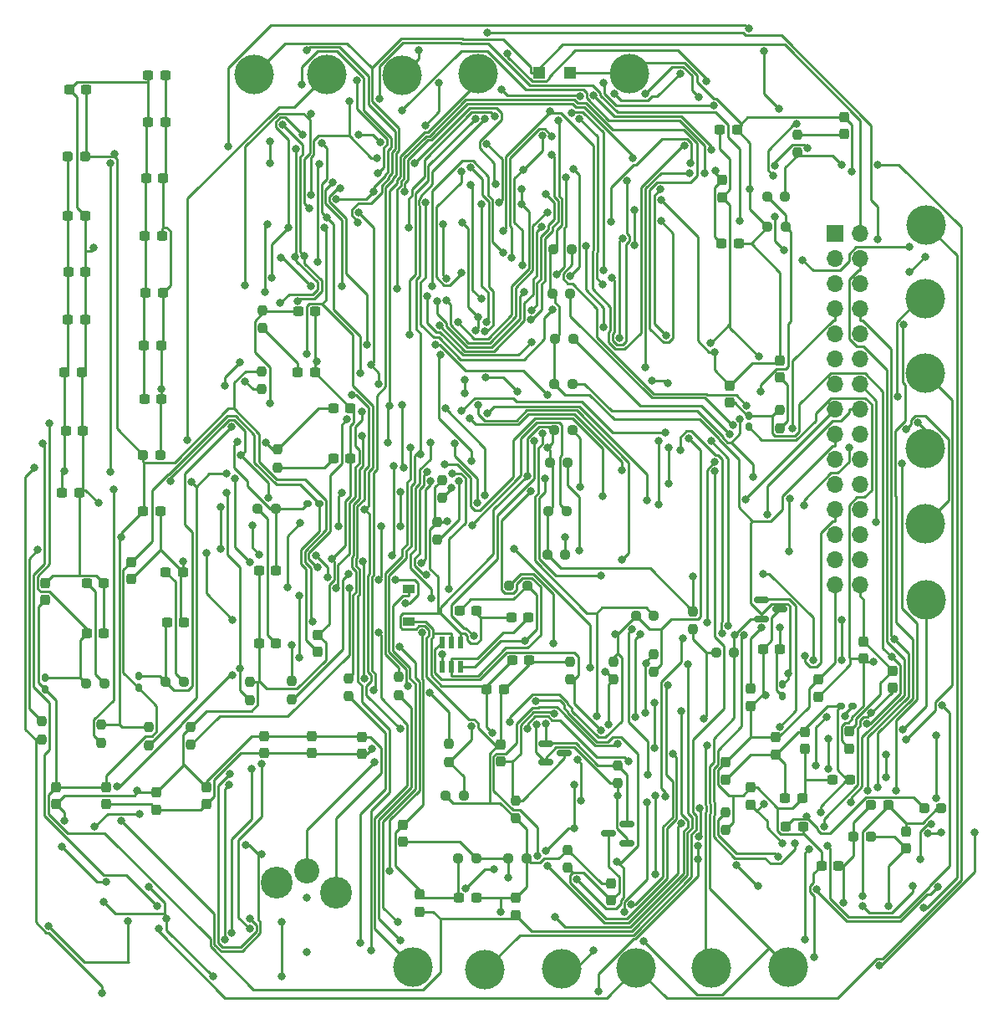
<source format=gbl>
%TF.GenerationSoftware,KiCad,Pcbnew,(6.0.8)*%
%TF.CreationDate,2022-12-02T10:37:27+07:00*%
%TF.ProjectId,espot_mainboard,6573706f-745f-46d6-9169-6e626f617264,rev?*%
%TF.SameCoordinates,Original*%
%TF.FileFunction,Copper,L2,Bot*%
%TF.FilePolarity,Positive*%
%FSLAX46Y46*%
G04 Gerber Fmt 4.6, Leading zero omitted, Abs format (unit mm)*
G04 Created by KiCad (PCBNEW (6.0.8)) date 2022-12-02 10:37:27*
%MOMM*%
%LPD*%
G01*
G04 APERTURE LIST*
G04 Aperture macros list*
%AMRoundRect*
0 Rectangle with rounded corners*
0 $1 Rounding radius*
0 $2 $3 $4 $5 $6 $7 $8 $9 X,Y pos of 4 corners*
0 Add a 4 corners polygon primitive as box body*
4,1,4,$2,$3,$4,$5,$6,$7,$8,$9,$2,$3,0*
0 Add four circle primitives for the rounded corners*
1,1,$1+$1,$2,$3*
1,1,$1+$1,$4,$5*
1,1,$1+$1,$6,$7*
1,1,$1+$1,$8,$9*
0 Add four rect primitives between the rounded corners*
20,1,$1+$1,$2,$3,$4,$5,0*
20,1,$1+$1,$4,$5,$6,$7,0*
20,1,$1+$1,$6,$7,$8,$9,0*
20,1,$1+$1,$8,$9,$2,$3,0*%
G04 Aperture macros list end*
%TA.AperFunction,ComponentPad*%
%ADD10C,2.550000*%
%TD*%
%TA.AperFunction,ComponentPad*%
%ADD11C,3.225000*%
%TD*%
%TA.AperFunction,ComponentPad*%
%ADD12C,0.800000*%
%TD*%
%TA.AperFunction,ComponentPad*%
%ADD13R,1.700000X1.700000*%
%TD*%
%TA.AperFunction,ComponentPad*%
%ADD14O,1.700000X1.700000*%
%TD*%
%TA.AperFunction,SMDPad,CuDef*%
%ADD15RoundRect,0.237500X-0.300000X-0.237500X0.300000X-0.237500X0.300000X0.237500X-0.300000X0.237500X0*%
%TD*%
%TA.AperFunction,SMDPad,CuDef*%
%ADD16RoundRect,0.237500X0.300000X0.237500X-0.300000X0.237500X-0.300000X-0.237500X0.300000X-0.237500X0*%
%TD*%
%TA.AperFunction,SMDPad,CuDef*%
%ADD17RoundRect,0.237500X0.237500X-0.287500X0.237500X0.287500X-0.237500X0.287500X-0.237500X-0.287500X0*%
%TD*%
%TA.AperFunction,SMDPad,CuDef*%
%ADD18RoundRect,0.237500X0.287500X0.237500X-0.287500X0.237500X-0.287500X-0.237500X0.287500X-0.237500X0*%
%TD*%
%TA.AperFunction,SMDPad,CuDef*%
%ADD19RoundRect,0.237500X-0.237500X0.300000X-0.237500X-0.300000X0.237500X-0.300000X0.237500X0.300000X0*%
%TD*%
%TA.AperFunction,SMDPad,CuDef*%
%ADD20RoundRect,0.237500X-0.250000X-0.237500X0.250000X-0.237500X0.250000X0.237500X-0.250000X0.237500X0*%
%TD*%
%TA.AperFunction,SMDPad,CuDef*%
%ADD21RoundRect,0.237500X-0.237500X0.250000X-0.237500X-0.250000X0.237500X-0.250000X0.237500X0.250000X0*%
%TD*%
%TA.AperFunction,SMDPad,CuDef*%
%ADD22C,4.000000*%
%TD*%
%TA.AperFunction,SMDPad,CuDef*%
%ADD23R,1.200000X0.900000*%
%TD*%
%TA.AperFunction,SMDPad,CuDef*%
%ADD24RoundRect,0.237500X0.250000X0.237500X-0.250000X0.237500X-0.250000X-0.237500X0.250000X-0.237500X0*%
%TD*%
%TA.AperFunction,SMDPad,CuDef*%
%ADD25RoundRect,0.160000X-0.160000X0.222500X-0.160000X-0.222500X0.160000X-0.222500X0.160000X0.222500X0*%
%TD*%
%TA.AperFunction,SMDPad,CuDef*%
%ADD26RoundRect,0.237500X0.237500X-0.300000X0.237500X0.300000X-0.237500X0.300000X-0.237500X-0.300000X0*%
%TD*%
%TA.AperFunction,SMDPad,CuDef*%
%ADD27RoundRect,0.160000X0.222500X0.160000X-0.222500X0.160000X-0.222500X-0.160000X0.222500X-0.160000X0*%
%TD*%
%TA.AperFunction,SMDPad,CuDef*%
%ADD28RoundRect,0.150000X-0.587500X-0.150000X0.587500X-0.150000X0.587500X0.150000X-0.587500X0.150000X0*%
%TD*%
%TA.AperFunction,SMDPad,CuDef*%
%ADD29RoundRect,0.237500X0.237500X-0.250000X0.237500X0.250000X-0.237500X0.250000X-0.237500X-0.250000X0*%
%TD*%
%TA.AperFunction,SMDPad,CuDef*%
%ADD30RoundRect,0.237500X-0.237500X0.287500X-0.237500X-0.287500X0.237500X-0.287500X0.237500X0.287500X0*%
%TD*%
%TA.AperFunction,SMDPad,CuDef*%
%ADD31R,1.200000X1.220000*%
%TD*%
%TA.AperFunction,SMDPad,CuDef*%
%ADD32RoundRect,0.160000X-0.222500X-0.160000X0.222500X-0.160000X0.222500X0.160000X-0.222500X0.160000X0*%
%TD*%
%TA.AperFunction,SMDPad,CuDef*%
%ADD33RoundRect,0.150000X0.587500X0.150000X-0.587500X0.150000X-0.587500X-0.150000X0.587500X-0.150000X0*%
%TD*%
%TA.AperFunction,SMDPad,CuDef*%
%ADD34R,0.600000X1.200000*%
%TD*%
%TA.AperFunction,SMDPad,CuDef*%
%ADD35RoundRect,0.237500X-0.287500X-0.237500X0.287500X-0.237500X0.287500X0.237500X-0.287500X0.237500X0*%
%TD*%
%TA.AperFunction,SMDPad,CuDef*%
%ADD36RoundRect,0.160000X0.160000X-0.222500X0.160000X0.222500X-0.160000X0.222500X-0.160000X-0.222500X0*%
%TD*%
%TA.AperFunction,ViaPad*%
%ADD37C,0.800000*%
%TD*%
%TA.AperFunction,Conductor*%
%ADD38C,0.254000*%
%TD*%
G04 APERTURE END LIST*
D10*
%TO.P,J1,1,1*%
%TO.N,BATT_IN*%
X82790800Y-119930900D03*
D11*
%TO.P,J1,2,2*%
%TO.N,GND*%
X85790800Y-122130900D03*
%TO.P,J1,3,3*%
X79790800Y-121130900D03*
D12*
%TO.P,J1,MH1*%
%TO.N,N/C*%
X82790800Y-122630900D03*
%TO.P,J1,MH2*%
X82790800Y-128130900D03*
%TD*%
D13*
%TO.P,J2,1,Pin_1*%
%TO.N,V_EXT*%
X136346400Y-55471400D03*
D14*
%TO.P,J2,2,Pin_2*%
X138886400Y-55471400D03*
%TO.P,J2,3,Pin_3*%
%TO.N,USB_HOST_P*%
X136346400Y-58011400D03*
%TO.P,J2,4,Pin_4*%
%TO.N,MISO*%
X138886400Y-58011400D03*
%TO.P,J2,5,Pin_5*%
%TO.N,USB_HOST_N*%
X136346400Y-60551400D03*
%TO.P,J2,6,Pin_6*%
%TO.N,SCLK*%
X138886400Y-60551400D03*
%TO.P,J2,7,Pin_7*%
%TO.N,I2C_CLK*%
X136346400Y-63091400D03*
%TO.P,J2,8,Pin_8*%
%TO.N,MOSI*%
X138886400Y-63091400D03*
%TO.P,J2,9,Pin_9*%
%TO.N,I2C_DATA*%
X136346400Y-65631400D03*
%TO.P,J2,10,Pin_10*%
%TO.N,IRQ0*%
X138886400Y-65631400D03*
%TO.P,J2,11,Pin_11*%
%TO.N,VSTBY*%
X136346400Y-68171400D03*
%TO.P,J2,12,Pin_12*%
%TO.N,CS_A0*%
X138886400Y-68171400D03*
%TO.P,J2,13,Pin_13*%
%TO.N,PA17*%
X136346400Y-70711400D03*
%TO.P,J2,14,Pin_14*%
%TO.N,CS_A1*%
X138886400Y-70711400D03*
%TO.P,J2,15,Pin_15*%
%TO.N,PA18*%
X136346400Y-73251400D03*
%TO.P,J2,16,Pin_16*%
%TO.N,CS_A2*%
X138886400Y-73251400D03*
%TO.P,J2,17,Pin_17*%
%TO.N,VCC*%
X136346400Y-75791400D03*
%TO.P,J2,18,Pin_18*%
%TO.N,BD_SEL1#*%
X138886400Y-75791400D03*
%TO.P,J2,19,Pin_19*%
%TO.N,PA15*%
X136346400Y-78331400D03*
%TO.P,J2,20,Pin_20*%
%TO.N,BD_SEL2#*%
X138886400Y-78331400D03*
%TO.P,J2,21,Pin_21*%
%TO.N,PA14*%
X136346400Y-80871400D03*
%TO.P,J2,22,Pin_22*%
%TO.N,PA7*%
X138886400Y-80871400D03*
%TO.P,J2,23,Pin_23*%
%TO.N,PA13*%
X136346400Y-83411400D03*
%TO.P,J2,24,Pin_24*%
%TO.N,PA8*%
X138886400Y-83411400D03*
%TO.P,J2,25,Pin_25*%
%TO.N,PA12*%
X136346400Y-85951400D03*
%TO.P,J2,26,Pin_26*%
%TO.N,PA9*%
X138886400Y-85951400D03*
%TO.P,J2,27,Pin_27*%
%TO.N,PA11*%
X136346400Y-88491400D03*
%TO.P,J2,28,Pin_28*%
%TO.N,PA10*%
X138886400Y-88491400D03*
%TO.P,J2,29,Pin_29*%
%TO.N,GND*%
X136346400Y-91031400D03*
%TO.P,J2,30,Pin_30*%
X138886400Y-91031400D03*
%TD*%
D15*
%TO.P,C57,1*%
%TO.N,GND*%
X103531100Y-94275400D03*
%TO.P,C57,2*%
%TO.N,VSRAM*%
X105256100Y-94275400D03*
%TD*%
D16*
%TO.P,C55,1*%
%TO.N,GND*%
X100007100Y-93613800D03*
%TO.P,C55,2*%
%TO.N,VSTBY*%
X98282100Y-93613800D03*
%TD*%
D17*
%TO.P,FB8,1*%
%TO.N,VCORE*%
X94249200Y-124053900D03*
%TO.P,FB8,2*%
%TO.N,Net-(C33-Pad1)*%
X94249200Y-122303900D03*
%TD*%
D18*
%TO.P,FB13,1*%
%TO.N,Net-(C61-Pad1)*%
X67959800Y-77832600D03*
%TO.P,FB13,2*%
%TO.N,VCC*%
X66209800Y-77832600D03*
%TD*%
D19*
%TO.P,C10,1*%
%TO.N,GND*%
X134586900Y-100591100D03*
%TO.P,C10,2*%
%TO.N,Net-(C10-Pad2)*%
X134586900Y-102316100D03*
%TD*%
%TO.P,C17,1*%
%TO.N,GND*%
X125248300Y-108972500D03*
%TO.P,C17,2*%
%TO.N,Net-(C14-Pad2)*%
X125248300Y-110697500D03*
%TD*%
D20*
%TO.P,R63,1*%
%TO.N,VCC_MON*%
X124289600Y-97833300D03*
%TO.P,R63,2*%
%TO.N,VCC*%
X126114600Y-97833300D03*
%TD*%
D21*
%TO.P,R62,1*%
%TO.N,GND*%
X109514900Y-98753700D03*
%TO.P,R62,2*%
%TO.N,VCC_EN*%
X109514900Y-100578700D03*
%TD*%
D16*
%TO.P,C56,1*%
%TO.N,GND*%
X105363900Y-98641900D03*
%TO.P,C56,2*%
%TO.N,Net-(C52-Pad2)*%
X103638900Y-98641900D03*
%TD*%
D22*
%TO.P,PAD11,1,1*%
%TO.N,BATT_IN*%
X145565100Y-54548800D03*
%TD*%
D17*
%TO.P,FB11,1*%
%TO.N,Net-(C66-Pad1)*%
X62499500Y-113196100D03*
%TO.P,FB11,2*%
%TO.N,VCORE*%
X62499500Y-111446100D03*
%TD*%
D19*
%TO.P,C33,1*%
%TO.N,Net-(C33-Pad1)*%
X92551100Y-115281400D03*
%TO.P,C33,2*%
%TO.N,Net-(C33-Pad2)*%
X92551100Y-117006400D03*
%TD*%
D22*
%TO.P,PAD6,1,1*%
%TO.N,MISO*%
X84819300Y-39318700D03*
%TD*%
D19*
%TO.P,C23,1*%
%TO.N,Net-(C23-Pad1)*%
X143533100Y-115962800D03*
%TO.P,C23,2*%
%TO.N,Net-(C23-Pad2)*%
X143533100Y-117687800D03*
%TD*%
D23*
%TO.P,D3,1,K*%
%TO.N,Net-(C52-Pad2)*%
X93180700Y-94685500D03*
%TO.P,D3,2,A*%
%TO.N,V_MAX*%
X93180700Y-91385500D03*
%TD*%
D24*
%TO.P,R43,1*%
%TO.N,Net-(C33-Pad2)*%
X99999500Y-118700300D03*
%TO.P,R43,2*%
%TO.N,Net-(C33-Pad1)*%
X98174500Y-118700300D03*
%TD*%
D16*
%TO.P,C61,1*%
%TO.N,Net-(C61-Pad1)*%
X68101100Y-72214000D03*
%TO.P,C61,2*%
%TO.N,GND*%
X66376100Y-72214000D03*
%TD*%
D25*
%TO.P,FB6,1*%
%TO.N,VCC*%
X131028900Y-101096800D03*
%TO.P,FB6,2*%
%TO.N,Net-(C12-Pad2)*%
X131028900Y-102241800D03*
%TD*%
D24*
%TO.P,R69,1*%
%TO.N,Net-(C65-Pad2)*%
X70344200Y-100825500D03*
%TO.P,R69,2*%
%TO.N,Net-(C71-Pad2)*%
X68519200Y-100825500D03*
%TD*%
D26*
%TO.P,C20,1*%
%TO.N,Net-(C20-Pad1)*%
X142134000Y-101417700D03*
%TO.P,C20,2*%
%TO.N,GND*%
X142134000Y-99692700D03*
%TD*%
D27*
%TO.P,FB5,1*%
%TO.N,Net-(C11-Pad2)*%
X138067900Y-103276400D03*
%TO.P,FB5,2*%
%TO.N,Net-(C14-Pad2)*%
X136922900Y-103276400D03*
%TD*%
D20*
%TO.P,R70,1*%
%TO.N,Net-(C79-Pad2)*%
X77849700Y-83266000D03*
%TO.P,R70,2*%
%TO.N,Net-(C82-Pad2)*%
X79674700Y-83266000D03*
%TD*%
D16*
%TO.P,C74,1*%
%TO.N,Net-(C61-Pad1)*%
X68125700Y-55646800D03*
%TO.P,C74,2*%
%TO.N,GND*%
X66400700Y-55646800D03*
%TD*%
D28*
%TO.P,U12,1,Vdd*%
%TO.N,VCC*%
X128849500Y-94427200D03*
%TO.P,U12,2,Vout*%
%TO.N,TEMP*%
X128849500Y-92527200D03*
%TO.P,U12,3,GND*%
%TO.N,GND*%
X130724500Y-93477200D03*
%TD*%
D22*
%TO.P,PAD14,1,1*%
%TO.N,TEMP*%
X123813100Y-129734500D03*
%TD*%
D15*
%TO.P,C88,1*%
%TO.N,Net-(C62-Pad1)*%
X58041000Y-81667300D03*
%TO.P,C88,2*%
%TO.N,GND*%
X59766000Y-81667300D03*
%TD*%
D26*
%TO.P,C64,1*%
%TO.N,GND*%
X65022400Y-90403800D03*
%TO.P,C64,2*%
%TO.N,VCORE*%
X65022400Y-88678800D03*
%TD*%
D19*
%TO.P,C7,1*%
%TO.N,GND*%
X139187000Y-96709700D03*
%TO.P,C7,2*%
%TO.N,Net-(C10-Pad2)*%
X139187000Y-98434700D03*
%TD*%
%TO.P,C11,1*%
%TO.N,GND*%
X125690500Y-70836900D03*
%TO.P,C11,2*%
%TO.N,Net-(C11-Pad2)*%
X125690500Y-72561900D03*
%TD*%
D22*
%TO.P,PAD10,1,1*%
%TO.N,TXD1*%
X145484200Y-84791300D03*
%TD*%
D16*
%TO.P,C81,1*%
%TO.N,GND*%
X62242000Y-90799800D03*
%TO.P,C81,2*%
%TO.N,Net-(C81-Pad2)*%
X60517000Y-90799800D03*
%TD*%
D22*
%TO.P,PAD17,1,1*%
%TO.N,USB_IN*%
X116212100Y-129734500D03*
%TD*%
D21*
%TO.P,R15,1*%
%TO.N,VCC*%
X62019600Y-105149500D03*
%TO.P,R15,2*%
%TO.N,BD_SEL2#*%
X62019600Y-106974500D03*
%TD*%
D22*
%TO.P,PAD1,1,1*%
%TO.N,TDI*%
X145484200Y-62069000D03*
%TD*%
D16*
%TO.P,C54,1*%
%TO.N,GND*%
X102776300Y-101606900D03*
%TO.P,C54,2*%
%TO.N,Net-(C52-Pad2)*%
X101051300Y-101606900D03*
%TD*%
D24*
%TO.P,R44,1*%
%TO.N,GND*%
X105079500Y-118700300D03*
%TO.P,R44,2*%
%TO.N,Net-(C33-Pad2)*%
X103254500Y-118700300D03*
%TD*%
D20*
%TO.P,R6,1*%
%TO.N,GND*%
X107434300Y-78650200D03*
%TO.P,R6,2*%
%TO.N,/Micro Memory/BD_REV2*%
X109259300Y-78650200D03*
%TD*%
D16*
%TO.P,C91,1*%
%TO.N,GND*%
X83643200Y-69509500D03*
%TO.P,C91,2*%
%TO.N,Net-(C91-Pad2)*%
X81918200Y-69509500D03*
%TD*%
D21*
%TO.P,R13,1*%
%TO.N,GND*%
X71037900Y-105361700D03*
%TO.P,R13,2*%
%TO.N,/Micro Memory/BMS*%
X71037900Y-107186700D03*
%TD*%
D29*
%TO.P,R10,1*%
%TO.N,Net-(LED1-Pad2)*%
X87087100Y-102292400D03*
%TO.P,R10,2*%
%TO.N,/Micro Memory/LED2*%
X87087100Y-100467400D03*
%TD*%
D20*
%TO.P,R7,1*%
%TO.N,GND*%
X107289400Y-83509800D03*
%TO.P,R7,2*%
%TO.N,/Micro Memory/BD_REV1*%
X109114400Y-83509800D03*
%TD*%
D21*
%TO.P,R14,1*%
%TO.N,VCC*%
X66806700Y-105411900D03*
%TO.P,R14,2*%
%TO.N,BD_SEL1#*%
X66806700Y-107236900D03*
%TD*%
D16*
%TO.P,C93,1*%
%TO.N,GND*%
X87244700Y-78186000D03*
%TO.P,C93,2*%
%TO.N,Net-(C93-Pad2)*%
X85519700Y-78186000D03*
%TD*%
D26*
%TO.P,C26,1*%
%TO.N,I_DISCHRG*%
X113656100Y-122949800D03*
%TO.P,C26,2*%
%TO.N,GND*%
X113656100Y-121224800D03*
%TD*%
D30*
%TO.P,FB1,1*%
%TO.N,Net-(C2-Pad1)*%
X124884900Y-50011800D03*
%TO.P,FB1,2*%
%TO.N,VSRAM*%
X124884900Y-51761800D03*
%TD*%
D19*
%TO.P,C8,1*%
%TO.N,GND*%
X130770500Y-68296900D03*
%TO.P,C8,2*%
%TO.N,Net-(C8-Pad2)*%
X130770500Y-70021900D03*
%TD*%
D22*
%TO.P,PAD16,1,1*%
%TO.N,V_EXT*%
X77460800Y-39318700D03*
%TD*%
%TO.P,PAD3,1,1*%
%TO.N,TMS*%
X93570600Y-129653600D03*
%TD*%
D31*
%TO.P,TS1,1*%
%TO.N,V_EXT*%
X106353800Y-39156900D03*
%TO.P,TS1,2*%
%TO.N,GND*%
X109453800Y-39156900D03*
%TD*%
D16*
%TO.P,C89,1*%
%TO.N,Net-(C61-Pad1)*%
X68477700Y-39468000D03*
%TO.P,C89,2*%
%TO.N,GND*%
X66752700Y-39468000D03*
%TD*%
D22*
%TO.P,PAD13,1,1*%
%TO.N,AVR_RES#*%
X145484200Y-69589100D03*
%TD*%
D21*
%TO.P,R72,1*%
%TO.N,Net-(C90-Pad2)*%
X78344900Y-63186000D03*
%TO.P,R72,2*%
%TO.N,Net-(C91-Pad2)*%
X78344900Y-65011000D03*
%TD*%
D26*
%TO.P,C72,1*%
%TO.N,Net-(C66-Pad1)*%
X72659500Y-113183600D03*
%TO.P,C72,2*%
%TO.N,GND*%
X72659500Y-111458600D03*
%TD*%
D16*
%TO.P,C16,1*%
%TO.N,GND*%
X133003000Y-112584500D03*
%TO.P,C16,2*%
%TO.N,Net-(C14-Pad2)*%
X131278000Y-112584500D03*
%TD*%
D19*
%TO.P,C9,1*%
%TO.N,GND*%
X137747000Y-105828100D03*
%TO.P,C9,2*%
%TO.N,Net-(C10-Pad2)*%
X137747000Y-107553100D03*
%TD*%
D29*
%TO.P,R17,1*%
%TO.N,Net-(R17-Pad1)*%
X78259600Y-71185000D03*
%TO.P,R17,2*%
%TO.N,VCC*%
X78259600Y-69360000D03*
%TD*%
D26*
%TO.P,C84,1*%
%TO.N,Net-(C66-Pad1)*%
X83359900Y-108030900D03*
%TO.P,C84,2*%
%TO.N,GND*%
X83359900Y-106305900D03*
%TD*%
D15*
%TO.P,C73,1*%
%TO.N,Net-(C62-Pad1)*%
X58623400Y-64130400D03*
%TO.P,C73,2*%
%TO.N,GND*%
X60348400Y-64130400D03*
%TD*%
D16*
%TO.P,C83,1*%
%TO.N,GND*%
X62242000Y-95916400D03*
%TO.P,C83,2*%
%TO.N,Net-(C83-Pad2)*%
X60517000Y-95916400D03*
%TD*%
D29*
%TO.P,R23,1*%
%TO.N,Net-(C8-Pad2)*%
X130770500Y-75151900D03*
%TO.P,R23,2*%
%TO.N,Net-(C11-Pad2)*%
X130770500Y-73326900D03*
%TD*%
D16*
%TO.P,C65,1*%
%TO.N,GND*%
X70266100Y-89712200D03*
%TO.P,C65,2*%
%TO.N,Net-(C65-Pad2)*%
X68541100Y-89712200D03*
%TD*%
D19*
%TO.P,C80,1*%
%TO.N,GND*%
X56299500Y-90799800D03*
%TO.P,C80,2*%
%TO.N,VCORE*%
X56299500Y-92524800D03*
%TD*%
D15*
%TO.P,C62,1*%
%TO.N,Net-(C62-Pad1)*%
X58615100Y-53664600D03*
%TO.P,C62,2*%
%TO.N,GND*%
X60340100Y-53664600D03*
%TD*%
D24*
%TO.P,R46,1*%
%TO.N,USB_PWR_MON*%
X131319800Y-54790400D03*
%TO.P,R46,2*%
%TO.N,GND*%
X129494800Y-54790400D03*
%TD*%
D22*
%TO.P,PAD15,1,1*%
%TO.N,GND*%
X115504900Y-39237800D03*
%TD*%
D15*
%TO.P,C85,1*%
%TO.N,Net-(C62-Pad1)*%
X58409200Y-75425500D03*
%TO.P,C85,2*%
%TO.N,GND*%
X60134200Y-75425500D03*
%TD*%
%TO.P,C2,1*%
%TO.N,Net-(C2-Pad1)*%
X124828000Y-56459400D03*
%TO.P,C2,2*%
%TO.N,GND*%
X126553000Y-56459400D03*
%TD*%
D22*
%TO.P,PAD2,1,1*%
%TO.N,TDO*%
X100848200Y-129977100D03*
%TD*%
D20*
%TO.P,R52,1*%
%TO.N,AVR_CS#*%
X103312100Y-91073800D03*
%TO.P,R52,2*%
%TO.N,VSTBY*%
X105137100Y-91073800D03*
%TD*%
D19*
%TO.P,C25,1*%
%TO.N,GND*%
X102497100Y-107154700D03*
%TO.P,C25,2*%
%TO.N,I_CHRG*%
X102497100Y-108879700D03*
%TD*%
D15*
%TO.P,C35,1*%
%TO.N,Net-(C33-Pad1)*%
X98238400Y-122693700D03*
%TO.P,C35,2*%
%TO.N,GND*%
X99963400Y-122693700D03*
%TD*%
D22*
%TO.P,PAD8,1,1*%
%TO.N,SCLK*%
X92501200Y-39399500D03*
%TD*%
D19*
%TO.P,C78,1*%
%TO.N,GND*%
X83939400Y-96050700D03*
%TO.P,C78,2*%
%TO.N,VCORE*%
X83939400Y-97775700D03*
%TD*%
D15*
%TO.P,C22,1*%
%TO.N,Net-(C22-Pad1)*%
X131349900Y-115459600D03*
%TO.P,C22,2*%
%TO.N,GND*%
X133074900Y-115459600D03*
%TD*%
D22*
%TO.P,PAD7,1,1*%
%TO.N,MOSI*%
X100183100Y-39237800D03*
%TD*%
D32*
%TO.P,FB15,1*%
%TO.N,Net-(C82-Pad2)*%
X82924500Y-82750400D03*
%TO.P,FB15,2*%
%TO.N,VCORE*%
X84069500Y-82750400D03*
%TD*%
D33*
%TO.P,U6,1,Vs-*%
%TO.N,BATT*%
X115264500Y-115210300D03*
%TO.P,U6,2,Vs+*%
%TO.N,BATT_IN*%
X115264500Y-117110300D03*
%TO.P,U6,3,Iout*%
%TO.N,I_DISCHRG*%
X113389500Y-116160300D03*
%TD*%
D19*
%TO.P,C58,1*%
%TO.N,VCORE*%
X57419500Y-111458600D03*
%TO.P,C58,2*%
%TO.N,GND*%
X57419500Y-113183600D03*
%TD*%
D28*
%TO.P,U5,1,Vs-*%
%TO.N,BATT_IN*%
X107017800Y-108967200D03*
%TO.P,U5,2,Vs+*%
%TO.N,BATT*%
X107017800Y-107067200D03*
%TO.P,U5,3,Iout*%
%TO.N,I_CHRG*%
X108892800Y-108017200D03*
%TD*%
D16*
%TO.P,C59,2*%
%TO.N,GND*%
X58741400Y-40840500D03*
%TO.P,C59,1*%
%TO.N,VCC*%
X60466400Y-40840500D03*
%TD*%
D29*
%TO.P,R73,1*%
%TO.N,Net-(R73-Pad1)*%
X96520000Y-82192500D03*
%TO.P,R73,2*%
%TO.N,GND*%
X96520000Y-80367500D03*
%TD*%
D21*
%TO.P,R25,1*%
%TO.N,I_CHRG*%
X103961600Y-112797700D03*
%TO.P,R25,2*%
%TO.N,GND*%
X103961600Y-114622700D03*
%TD*%
D24*
%TO.P,R4,1*%
%TO.N,TDI*%
X109699200Y-70640300D03*
%TO.P,R4,2*%
%TO.N,VCC*%
X107874200Y-70640300D03*
%TD*%
D20*
%TO.P,R8,1*%
%TO.N,GND*%
X107165100Y-87973300D03*
%TO.P,R8,2*%
%TO.N,/Micro Memory/BD_REV0*%
X108990100Y-87973300D03*
%TD*%
D19*
%TO.P,C38,1*%
%TO.N,GND*%
X137224300Y-43666700D03*
%TO.P,C38,2*%
%TO.N,Net-(C38-Pad2)*%
X137224300Y-45391700D03*
%TD*%
D34*
%TO.P,U11,1,IN*%
%TO.N,VCC_EN*%
X96489400Y-96798900D03*
%TO.P,U11,2,VDD*%
%TO.N,Net-(C52-Pad2)*%
X97439400Y-96798900D03*
%TO.P,U11,3,GND*%
%TO.N,GND*%
X98389400Y-96798900D03*
%TO.P,U11,4,S1*%
%TO.N,VSTBY*%
X98389400Y-99298900D03*
%TO.P,U11,5,D*%
%TO.N,VSRAM*%
X97439400Y-99298900D03*
%TO.P,U11,6,S2*%
%TO.N,VCC*%
X96489400Y-99298900D03*
%TD*%
D24*
%TO.P,R49,1*%
%TO.N,USB_IN*%
X131283800Y-51735600D03*
%TO.P,R49,2*%
%TO.N,USB_PWR_MON*%
X129458800Y-51735600D03*
%TD*%
D21*
%TO.P,R64,1*%
%TO.N,GND*%
X121967700Y-93686300D03*
%TO.P,R64,2*%
%TO.N,VCC_MON*%
X121967700Y-95511300D03*
%TD*%
%TO.P,R16,1*%
%TO.N,VCC*%
X55972000Y-104831200D03*
%TO.P,R16,2*%
%TO.N,MISO*%
X55972000Y-106656200D03*
%TD*%
D35*
%TO.P,L1,1,1*%
%TO.N,Net-(C22-Pad1)*%
X145353500Y-113626800D03*
%TO.P,L1,2,2*%
%TO.N,Net-(C23-Pad1)*%
X147103500Y-113626800D03*
%TD*%
D21*
%TO.P,R50,1*%
%TO.N,AVR_RES#*%
X117924500Y-97999000D03*
%TO.P,R50,2*%
%TO.N,VSTBY*%
X117924500Y-99824000D03*
%TD*%
D29*
%TO.P,R47,1*%
%TO.N,USB_IN*%
X132471900Y-47240500D03*
%TO.P,R47,2*%
%TO.N,Net-(C38-Pad2)*%
X132471900Y-45415500D03*
%TD*%
D26*
%TO.P,C12,1*%
%TO.N,GND*%
X127788300Y-103255400D03*
%TO.P,C12,2*%
%TO.N,Net-(C12-Pad2)*%
X127788300Y-101530400D03*
%TD*%
D22*
%TO.P,PAD12,1,1*%
%TO.N,VCC*%
X131575900Y-129653600D03*
%TD*%
D29*
%TO.P,R9,1*%
%TO.N,Net-(LED1-Pad1)*%
X92100600Y-102130700D03*
%TO.P,R9,2*%
%TO.N,/Micro Memory/LED1*%
X92100600Y-100305700D03*
%TD*%
%TO.P,R39,1*%
%TO.N,EXT_PWR_MON*%
X97217500Y-108915400D03*
%TO.P,R39,2*%
%TO.N,V_EXT*%
X97217500Y-107090400D03*
%TD*%
D15*
%TO.P,C15,1*%
%TO.N,GND*%
X136093800Y-110715700D03*
%TO.P,C15,2*%
%TO.N,Net-(C14-Pad2)*%
X137818800Y-110715700D03*
%TD*%
D26*
%TO.P,C75,1*%
%TO.N,Net-(C66-Pad1)*%
X78512800Y-108030900D03*
%TO.P,C75,2*%
%TO.N,GND*%
X78512800Y-106305900D03*
%TD*%
D24*
%TO.P,R5,1*%
%TO.N,/Micro Memory/JTAGSEL*%
X109699200Y-75308600D03*
%TO.P,R5,2*%
%TO.N,GND*%
X107874200Y-75308600D03*
%TD*%
D26*
%TO.P,C87,1*%
%TO.N,Net-(C66-Pad1)*%
X88399700Y-108128300D03*
%TO.P,C87,2*%
%TO.N,GND*%
X88399700Y-106403300D03*
%TD*%
D21*
%TO.P,R61,1*%
%TO.N,VSTBY*%
X113881400Y-98753700D03*
%TO.P,R61,2*%
%TO.N,Net-(R61-Pad2)*%
X113881400Y-100578700D03*
%TD*%
D18*
%TO.P,L2,1,1*%
%TO.N,Net-(C23-Pad1)*%
X141712700Y-113267400D03*
%TO.P,L2,2,2*%
%TO.N,Net-(C21-Pad1)*%
X139962700Y-113267400D03*
%TD*%
D35*
%TO.P,L3,1,1*%
%TO.N,Net-(C21-Pad1)*%
X138201700Y-116465900D03*
%TO.P,L3,2,2*%
%TO.N,Net-(C23-Pad2)*%
X139951700Y-116465900D03*
%TD*%
D16*
%TO.P,C86,1*%
%TO.N,Net-(C61-Pad1)*%
X68477700Y-44167300D03*
%TO.P,C86,2*%
%TO.N,GND*%
X66752700Y-44167300D03*
%TD*%
%TO.P,C63,1*%
%TO.N,Net-(C61-Pad1)*%
X68046200Y-66795500D03*
%TO.P,C63,2*%
%TO.N,GND*%
X66321200Y-66795500D03*
%TD*%
D21*
%TO.P,R24,1*%
%TO.N,Net-(R24-Pad1)*%
X125248300Y-114002500D03*
%TO.P,R24,2*%
%TO.N,GND*%
X125248300Y-115827500D03*
%TD*%
D25*
%TO.P,FB14,1*%
%TO.N,Net-(C71-Pad2)*%
X65773700Y-100244700D03*
%TO.P,FB14,2*%
%TO.N,VCORE*%
X65773700Y-101389700D03*
%TD*%
D21*
%TO.P,R11,1*%
%TO.N,VCC*%
X81326200Y-100726000D03*
%TO.P,R11,2*%
%TO.N,RF_PDOWN*%
X81326200Y-102551000D03*
%TD*%
D24*
%TO.P,R71,1*%
%TO.N,Net-(C81-Pad2)*%
X62292000Y-100959800D03*
%TO.P,R71,2*%
%TO.N,Net-(C83-Pad2)*%
X60467000Y-100959800D03*
%TD*%
D15*
%TO.P,C1,1*%
%TO.N,VSRAM*%
X124659700Y-44959000D03*
%TO.P,C1,2*%
%TO.N,GND*%
X126384700Y-44959000D03*
%TD*%
D35*
%TO.P,FB12,1*%
%TO.N,Net-(C62-Pad1)*%
X58632700Y-47653800D03*
%TO.P,FB12,2*%
%TO.N,VCC*%
X60382700Y-47653800D03*
%TD*%
D16*
%TO.P,C71,1*%
%TO.N,GND*%
X70357100Y-94772000D03*
%TO.P,C71,2*%
%TO.N,Net-(C71-Pad2)*%
X68632100Y-94772000D03*
%TD*%
%TO.P,C92,1*%
%TO.N,GND*%
X87244700Y-73092000D03*
%TO.P,C92,2*%
%TO.N,Net-(C92-Pad2)*%
X85519700Y-73092000D03*
%TD*%
D15*
%TO.P,C76,1*%
%TO.N,Net-(C62-Pad1)*%
X58285600Y-69491300D03*
%TO.P,C76,2*%
%TO.N,GND*%
X60010600Y-69491300D03*
%TD*%
D20*
%TO.P,R59,1*%
%TO.N,VSTBY*%
X116149500Y-94113600D03*
%TO.P,R59,2*%
%TO.N,IRQ0*%
X117974500Y-94113600D03*
%TD*%
D16*
%TO.P,C90,1*%
%TO.N,GND*%
X83662800Y-63338600D03*
%TO.P,C90,2*%
%TO.N,Net-(C90-Pad2)*%
X81937800Y-63338600D03*
%TD*%
D26*
%TO.P,C37,1*%
%TO.N,VCORE*%
X103952700Y-124405300D03*
%TO.P,C37,2*%
%TO.N,GND*%
X103952700Y-122680300D03*
%TD*%
D19*
%TO.P,C18,1*%
%TO.N,GND*%
X130328300Y-106432500D03*
%TO.P,C18,2*%
%TO.N,Net-(C14-Pad2)*%
X130328300Y-108157500D03*
%TD*%
D24*
%TO.P,R1,1*%
%TO.N,TMS*%
X109652100Y-57059700D03*
%TO.P,R1,2*%
%TO.N,VCC*%
X107827100Y-57059700D03*
%TD*%
D15*
%TO.P,C13,1*%
%TO.N,GND*%
X128999400Y-97520400D03*
%TO.P,C13,2*%
%TO.N,Net-(C12-Pad2)*%
X130724400Y-97520400D03*
%TD*%
%TO.P,C67,1*%
%TO.N,Net-(C62-Pad1)*%
X58648000Y-59297100D03*
%TO.P,C67,2*%
%TO.N,GND*%
X60373000Y-59297100D03*
%TD*%
D21*
%TO.P,R12,1*%
%TO.N,GND*%
X77082300Y-100832100D03*
%TO.P,R12,2*%
%TO.N,RF_CS#*%
X77082300Y-102657100D03*
%TD*%
D26*
%TO.P,C14,1*%
%TO.N,GND*%
X133266100Y-107594800D03*
%TO.P,C14,2*%
%TO.N,Net-(C14-Pad2)*%
X133266100Y-105869800D03*
%TD*%
D22*
%TO.P,PAD5,1,1*%
%TO.N,RESET#*%
X145565100Y-92554000D03*
%TD*%
D26*
%TO.P,C19,1*%
%TO.N,Net-(C19-Pad1)*%
X127788300Y-113237500D03*
%TO.P,C19,2*%
%TO.N,GND*%
X127788300Y-111512500D03*
%TD*%
D16*
%TO.P,C21,1*%
%TO.N,Net-(C21-Pad1)*%
X136668600Y-119432300D03*
%TO.P,C21,2*%
%TO.N,GND*%
X134943600Y-119432300D03*
%TD*%
D20*
%TO.P,R40,1*%
%TO.N,GND*%
X96894100Y-112288600D03*
%TO.P,R40,2*%
%TO.N,EXT_PWR_MON*%
X98719100Y-112288600D03*
%TD*%
D22*
%TO.P,PAD4,1,1*%
%TO.N,TCK*%
X145484200Y-77190200D03*
%TD*%
D16*
%TO.P,C68,1*%
%TO.N,Net-(C61-Pad1)*%
X68227400Y-61466000D03*
%TO.P,C68,2*%
%TO.N,GND*%
X66502400Y-61466000D03*
%TD*%
D26*
%TO.P,C66,1*%
%TO.N,Net-(C66-Pad1)*%
X67579500Y-113743900D03*
%TO.P,C66,2*%
%TO.N,GND*%
X67579500Y-112018900D03*
%TD*%
D15*
%TO.P,C60,1*%
%TO.N,VCC*%
X66255300Y-83497900D03*
%TO.P,C60,2*%
%TO.N,GND*%
X67980300Y-83497900D03*
%TD*%
D25*
%TO.P,FB16,1*%
%TO.N,Net-(C83-Pad2)*%
X56299500Y-100387300D03*
%TO.P,FB16,2*%
%TO.N,VCORE*%
X56299500Y-101532300D03*
%TD*%
D21*
%TO.P,R75,1*%
%TO.N,Net-(C92-Pad2)*%
X79830000Y-77301400D03*
%TO.P,R75,2*%
%TO.N,Net-(C93-Pad2)*%
X79830000Y-79126400D03*
%TD*%
%TO.P,R27,1*%
%TO.N,GND*%
X109247000Y-117787800D03*
%TO.P,R27,2*%
%TO.N,I_DISCHRG*%
X109247000Y-119612800D03*
%TD*%
D36*
%TO.P,FB4,1*%
%TO.N,Net-(C10-Pad2)*%
X127577100Y-75023700D03*
%TO.P,FB4,2*%
%TO.N,Net-(C11-Pad2)*%
X127577100Y-73878700D03*
%TD*%
D24*
%TO.P,R3,1*%
%TO.N,TDO*%
X109806300Y-66066300D03*
%TO.P,R3,2*%
%TO.N,VCC*%
X107981300Y-66066300D03*
%TD*%
D15*
%TO.P,C82,1*%
%TO.N,GND*%
X77994000Y-89521800D03*
%TO.P,C82,2*%
%TO.N,Net-(C82-Pad2)*%
X79719000Y-89521800D03*
%TD*%
D29*
%TO.P,R74,1*%
%TO.N,Net-(R74-Pad1)*%
X96039600Y-86425000D03*
%TO.P,R74,2*%
%TO.N,GND*%
X96039600Y-84600000D03*
%TD*%
D22*
%TO.P,PAD9,1,1*%
%TO.N,RXD1*%
X108611000Y-129815400D03*
%TD*%
D21*
%TO.P,R26,1*%
%TO.N,BATT*%
X114327000Y-109255300D03*
%TO.P,R26,2*%
%TO.N,BATT_IN*%
X114327000Y-111080300D03*
%TD*%
D15*
%TO.P,C79,1*%
%TO.N,GND*%
X77952800Y-96881800D03*
%TO.P,C79,2*%
%TO.N,Net-(C79-Pad2)*%
X79677800Y-96881800D03*
%TD*%
D16*
%TO.P,C77,1*%
%TO.N,Net-(C61-Pad1)*%
X68263200Y-49874700D03*
%TO.P,C77,2*%
%TO.N,GND*%
X66538200Y-49874700D03*
%TD*%
D24*
%TO.P,R2,1*%
%TO.N,TCK*%
X109523300Y-61539400D03*
%TO.P,R2,2*%
%TO.N,VCC*%
X107698300Y-61539400D03*
%TD*%
D37*
%TO.N,GND*%
X64730500Y-125039400D03*
X56668732Y-125503061D03*
%TO.N,/Micro Memory/D15*%
X104786200Y-61359900D03*
X96002000Y-62323200D03*
X78576100Y-61337200D03*
X78802900Y-54478600D03*
%TO.N,/Micro Memory/D14*%
X86347100Y-60799800D03*
X85457400Y-50274000D03*
X83239100Y-60799800D03*
X80221100Y-57901000D03*
X118698500Y-54179400D03*
X91961900Y-61044300D03*
%TO.N,/Micro Memory/D13*%
X81593600Y-57774900D03*
X81739100Y-46840800D03*
X80110100Y-62474400D03*
X95521300Y-60790600D03*
X102743700Y-57338500D03*
%TO.N,/Micro Memory/D12*%
X80971800Y-54834700D03*
X82390000Y-45428400D03*
X106608400Y-54760200D03*
X96253400Y-64739700D03*
X79253200Y-59879200D03*
%TO.N,/Micro Memory/D11*%
X83107900Y-52921800D03*
X83217100Y-43336000D03*
X76571100Y-60646200D03*
X95045900Y-61740800D03*
X105556300Y-66416200D03*
X113677000Y-59875900D03*
X115256100Y-50129900D03*
%TO.N,/Micro Memory/D10*%
X83224400Y-51543900D03*
X89915300Y-47822900D03*
X93751500Y-48288000D03*
X101922600Y-50444300D03*
X87093700Y-42059700D03*
%TO.N,/Micro Memory/D9*%
X80379900Y-44412400D03*
X82580600Y-57742800D03*
X81910800Y-62268000D03*
X96952200Y-62229500D03*
X107176600Y-53304100D03*
%TO.N,/Micro Memory/D8*%
X85791000Y-51970800D03*
X82265600Y-40317500D03*
X89569900Y-51197900D03*
X92755500Y-51203600D03*
X115820800Y-47779400D03*
%TO.N,/Micro Memory/D7*%
X84819400Y-53792200D03*
X84303500Y-46263200D03*
X88228100Y-69561400D03*
X100915600Y-69963000D03*
X104190700Y-71423200D03*
X117140700Y-68964300D03*
X121624200Y-49311100D03*
%TO.N,/Micro Memory/D6*%
X86195100Y-50880000D03*
X88905200Y-66657700D03*
X95866900Y-66657700D03*
X107235900Y-71793400D03*
X117740800Y-70289200D03*
X119412000Y-70570200D03*
X133555100Y-46828400D03*
X130191700Y-48579400D03*
%TO.N,/Micro Memory/D5*%
X79091900Y-46157900D03*
X79091900Y-48352800D03*
X74846200Y-46656800D03*
X127566300Y-34720700D03*
X132451000Y-44360400D03*
X130077300Y-49549100D03*
%TO.N,/Micro Memory/D4*%
X88064000Y-45461500D03*
X90226600Y-46163300D03*
X92492400Y-42990600D03*
X123141900Y-49372900D03*
%TO.N,/Micro Memory/D3*%
X130654600Y-42792700D03*
X129113500Y-36986900D03*
X82820300Y-36894100D03*
X87956000Y-54299100D03*
%TO.N,/Micro Memory/D2*%
X130260400Y-53702000D03*
X131152800Y-57126000D03*
X112904200Y-64929900D03*
X111118000Y-56661400D03*
%TO.N,/Micro Memory/D1*%
X90212600Y-41805100D03*
X126671200Y-54179400D03*
%TO.N,/Micro Memory/D0*%
X89985400Y-49337700D03*
X87859600Y-39927300D03*
X121670500Y-48348000D03*
X113596900Y-54247600D03*
%TO.N,/Micro Memory/BS1#*%
X116000100Y-53092200D03*
X116000100Y-56607100D03*
%TO.N,/Micro Memory/WE#*%
X93167200Y-54819300D03*
X101829000Y-43564200D03*
X102507000Y-40885200D03*
X110512400Y-41554000D03*
X111866700Y-41468000D03*
X123819000Y-46979400D03*
%TO.N,/Micro Memory/OE#*%
X107704700Y-63110200D03*
X94863600Y-52284900D03*
%TO.N,/Micro Memory/A19*%
X102751700Y-55155900D03*
X107410300Y-43042800D03*
X121052600Y-46518200D03*
%TO.N,/Micro Memory/A18*%
X98512800Y-59367400D03*
X98435300Y-49164500D03*
%TO.N,/Micro Memory/A17*%
X83934900Y-58286100D03*
X84120000Y-48432200D03*
X122526200Y-41643800D03*
X117086200Y-41284500D03*
X107652400Y-45575400D03*
X103546600Y-57925300D03*
%TO.N,/Micro Memory/A16*%
X104738500Y-48953300D03*
X124007900Y-42491700D03*
X112861600Y-40193800D03*
X106673700Y-45554300D03*
X104628100Y-58685800D03*
%TO.N,/Micro Memory/A15*%
X102319600Y-52314100D03*
X101045500Y-46346600D03*
X103169500Y-37255200D03*
X123281500Y-40059100D03*
X99427600Y-50538500D03*
X100472100Y-62057300D03*
%TO.N,/Micro Memory/A14*%
X109464500Y-59740500D03*
X109790200Y-48871200D03*
%TO.N,/Micro Memory/A13*%
X109090200Y-49771400D03*
X108110200Y-59565800D03*
%TO.N,/Micro Memory/A12*%
X104539300Y-50927800D03*
X104539300Y-52495900D03*
X98131200Y-64418800D03*
%TO.N,/Micro Memory/A11*%
X105525700Y-64138600D03*
X107646400Y-47451300D03*
%TO.N,/Micro Memory/A10*%
X105598800Y-63178500D03*
X107017300Y-51460800D03*
%TO.N,/Micro Memory/A9*%
X100997200Y-64425600D03*
X100540300Y-52506500D03*
%TO.N,/Micro Memory/A8*%
X112867000Y-59157300D03*
X109667200Y-43195600D03*
%TO.N,/Micro Memory/A7*%
X112815600Y-60553100D03*
X110445400Y-43817000D03*
%TO.N,/Micro Memory/A1*%
X100888000Y-65375800D03*
X99385500Y-48780100D03*
%TO.N,/Micro Memory/BS0#*%
X114472000Y-66010900D03*
X114783600Y-55908400D03*
%TO.N,USB_DEV_P*%
X143878700Y-56805200D03*
X133049200Y-58120300D03*
%TO.N,USB_DEV_N*%
X143875200Y-59357000D03*
X145438600Y-57793600D03*
%TO.N,IRQ1*%
X105852400Y-76444700D03*
X99716400Y-96159800D03*
X116596800Y-95975300D03*
X116084900Y-104379000D03*
%TO.N,CCA*%
X137040400Y-94531000D03*
X137040400Y-98594700D03*
%TO.N,FIFO*%
X141515500Y-110493800D03*
X141515500Y-108153300D03*
X88639600Y-100451900D03*
X88443900Y-88634100D03*
%TO.N,RF_RST#*%
X91820600Y-90503300D03*
X92829300Y-92827200D03*
%TO.N,FIFOP*%
X83930400Y-89177200D03*
X86909100Y-74267700D03*
X98502200Y-73418300D03*
X119117600Y-75598700D03*
X143073600Y-78749400D03*
X142530900Y-111790900D03*
%TO.N,SFD*%
X82054100Y-92108300D03*
X82054100Y-98351700D03*
X146601300Y-106220900D03*
X146601300Y-112578600D03*
%TO.N,Net-(R74-Pad1)*%
X98196900Y-80470400D03*
%TO.N,Net-(R73-Pad1)*%
X97469700Y-81187100D03*
%TO.N,V_BATT*%
X118054400Y-107499000D03*
X118054400Y-102942100D03*
X120742800Y-103751000D03*
X107930900Y-124560200D03*
%TO.N,VCC_MON*%
X123030700Y-104563200D03*
%TO.N,VCC_EN*%
X112649300Y-105749200D03*
%TO.N,Net-(R61-Pad2)*%
X113069500Y-99783100D03*
X113391500Y-105147600D03*
%TO.N,Net-(R60-Pad2)*%
X117310200Y-112978000D03*
X114970000Y-124072400D03*
%TO.N,AVR_CS#*%
X107779000Y-96917200D03*
X120895600Y-96379400D03*
X119171000Y-112376300D03*
%TO.N,USB_PWR_MON*%
X115776200Y-95452200D03*
X117341800Y-110170500D03*
X124859700Y-95918800D03*
X120643900Y-77377000D03*
X128761200Y-71448300D03*
%TO.N,EXT_PWR_MON*%
X115369000Y-108838500D03*
X105156900Y-105558000D03*
X99455100Y-105322600D03*
%TO.N,Net-(R38-Pad2)*%
X63592200Y-111384800D03*
X75262500Y-100097500D03*
%TO.N,Net-(R37-Pad2)*%
X91223000Y-119943700D03*
X92250900Y-97269500D03*
%TO.N,Net-(R36-Pad2)*%
X57980200Y-117455100D03*
X62458900Y-121055500D03*
%TO.N,Net-(R35-Pad1)*%
X77031600Y-125791700D03*
X78219800Y-109133000D03*
%TO.N,USB_EN#*%
X77234800Y-109643500D03*
X75192600Y-126244800D03*
%TO.N,USB_HP*%
X74921000Y-111208600D03*
X74520800Y-126921900D03*
%TO.N,Net-(R24-Pad1)*%
X130554000Y-118474400D03*
%TO.N,/Micro Memory/CS_RAM#*%
X94807100Y-44491400D03*
X96194800Y-40162900D03*
%TO.N,/Micro Memory/BUSY#*%
X99884700Y-43815200D03*
X93232500Y-65638600D03*
%TO.N,Net-(R17-Pad1)*%
X76545900Y-70378700D03*
%TO.N,/Micro Memory/BMS*%
X87091500Y-91342400D03*
%TO.N,RF_CS#*%
X74649500Y-81663800D03*
X76056400Y-99492200D03*
X135672000Y-106563200D03*
X135672000Y-109638800D03*
%TO.N,RF_PDOWN*%
X90311300Y-85029100D03*
X90062200Y-90467800D03*
X87045400Y-89888000D03*
X132287700Y-117181200D03*
X127107200Y-96033300D03*
%TO.N,/Micro Memory/LED2*%
X88409400Y-75877400D03*
%TO.N,/Micro Memory/LED1*%
X93307900Y-77126300D03*
%TO.N,/Micro Memory/BD_REV0*%
X108990100Y-86177600D03*
%TO.N,/Micro Memory/BD_REV1*%
X99544600Y-85006700D03*
%TO.N,/Micro Memory/BD_REV2*%
X110435100Y-87518400D03*
%TO.N,/Micro Memory/JTAGSEL*%
X110522300Y-81066600D03*
%TO.N,BATT_MON_EN*%
X114321300Y-107092900D03*
X106168700Y-118428300D03*
X101765100Y-119783500D03*
X98904500Y-121704300D03*
%TO.N,TEMP*%
X130695200Y-105342600D03*
X123342600Y-107280800D03*
%TO.N,AVR_RES#*%
X117110400Y-103913400D03*
X117188500Y-98934600D03*
X143507700Y-106640900D03*
%TO.N,TXD1*%
X143498200Y-75283100D03*
X137732200Y-77139400D03*
X133165400Y-82957400D03*
%TO.N,RXD1*%
X111874300Y-128005800D03*
X115697500Y-123344900D03*
X119430100Y-101152600D03*
X111517000Y-99387500D03*
X103775200Y-87323500D03*
%TO.N,RESET#*%
X100878800Y-43815200D03*
X94313800Y-77803400D03*
X114231300Y-118974300D03*
X110174200Y-120792500D03*
X143208000Y-105611100D03*
X134109200Y-98637200D03*
X129065500Y-89865100D03*
X112634000Y-90092400D03*
X106982700Y-80236600D03*
X93070700Y-101217800D03*
X105985900Y-102734000D03*
%TO.N,TCK*%
X144712200Y-74548800D03*
X125967100Y-74813900D03*
%TO.N,TMS*%
X127379500Y-72830100D03*
X123782700Y-76426800D03*
X125523700Y-95147400D03*
X90062200Y-95852600D03*
%TO.N,TDO*%
X125639000Y-75764100D03*
X124168400Y-79508800D03*
%TO.N,TDI*%
X128002800Y-80090000D03*
X142697300Y-71952100D03*
X126693300Y-74196400D03*
%TO.N,Net-(LED1-Pad2)*%
X88196300Y-127242900D03*
%TO.N,Net-(LED1-Pad1)*%
X92308600Y-126950000D03*
%TO.N,Net-(L4-Pad1)*%
X56082700Y-76689200D03*
X67680800Y-123533600D03*
%TO.N,PA10*%
X94425500Y-88765800D03*
X95340200Y-80513000D03*
%TO.N,PA11*%
X92327600Y-81574300D03*
X92327600Y-85051800D03*
%TO.N,PA9*%
X94994900Y-79562900D03*
X94922900Y-89967100D03*
%TO.N,PA12*%
X114724600Y-88461900D03*
X74089300Y-87348300D03*
X74089300Y-83157300D03*
X92630700Y-79128800D03*
X92482800Y-72759000D03*
X100151600Y-72759000D03*
%TO.N,PA8*%
X97228600Y-91428300D03*
X97562200Y-79732000D03*
%TO.N,PA13*%
X133237700Y-98151000D03*
X75283800Y-94514400D03*
X72616100Y-87731800D03*
X80862200Y-91263900D03*
X82157400Y-84762800D03*
%TO.N,PA7*%
X91438400Y-88046600D03*
X91638200Y-79007700D03*
%TO.N,PA14*%
X77035100Y-88697800D03*
X75543400Y-80198400D03*
X101097500Y-73638600D03*
X117270300Y-82446300D03*
%TO.N,BD_SEL2#*%
X63223200Y-81374200D03*
X96761400Y-78780900D03*
X112814900Y-82042000D03*
%TO.N,PA15*%
X100109300Y-82685200D03*
X97818900Y-76715800D03*
X78009100Y-87909400D03*
X77302500Y-84998400D03*
%TO.N,BD_SEL1#*%
X71145600Y-80600600D03*
X74655000Y-79743100D03*
X99289900Y-74174800D03*
X114724400Y-79364700D03*
%TO.N,CS_A2*%
X129487700Y-83835600D03*
%TO.N,PA18*%
X127300500Y-82352900D03*
%TO.N,CS_A1*%
X140509500Y-84631400D03*
%TO.N,PA17*%
X118433800Y-76395900D03*
X118433800Y-82894900D03*
%TO.N,CS_A0*%
X131715200Y-82252500D03*
X131637600Y-87565000D03*
%TO.N,IRQ0*%
X106662900Y-75647100D03*
X112201000Y-104274400D03*
%TO.N,I2C_DATA*%
X119460800Y-77134500D03*
X119460800Y-80747900D03*
X100858400Y-81902300D03*
X96845600Y-73134400D03*
X88430800Y-73493000D03*
X85737200Y-91287900D03*
X84893300Y-90193600D03*
X83739500Y-88028700D03*
%TO.N,MOSI*%
X91217100Y-72850100D03*
X139646100Y-111795500D03*
X91029600Y-76563300D03*
X95341000Y-76554500D03*
X95414200Y-92353600D03*
X142315300Y-96498000D03*
%TO.N,I2C_CLK*%
X123332300Y-94786300D03*
X124158700Y-78558600D03*
X132011600Y-75195500D03*
%TO.N,SCLK*%
X122632400Y-113630600D03*
X122508400Y-116474500D03*
X94146900Y-36852000D03*
X62895000Y-48356000D03*
X62895000Y-79581100D03*
X140673400Y-56057900D03*
X101104000Y-35114000D03*
X143270600Y-64655100D03*
X140623200Y-111517600D03*
%TO.N,MISO*%
X55195800Y-79138600D03*
X70745800Y-76318400D03*
X62072786Y-132324553D03*
X112351000Y-132100700D03*
X122463300Y-117446600D03*
X137926900Y-113014100D03*
X122463300Y-118800900D03*
%TO.N,BATT_IN*%
X89660000Y-108930600D03*
X106096200Y-105106400D03*
X114327000Y-112288900D03*
X118150500Y-112288900D03*
X118150500Y-120320500D03*
X145329500Y-123688900D03*
%TO.N,V_EXT*%
X95289900Y-101894900D03*
X89576300Y-101667400D03*
%TO.N,Net-(C92-Pad2)*%
X78672300Y-76636300D03*
%TO.N,Net-(C90-Pad2)*%
X79061700Y-72638600D03*
%TO.N,Net-(C83-Pad2)*%
X56765000Y-74638600D03*
%TO.N,Net-(C82-Pad2)*%
X75801600Y-76509200D03*
%TO.N,Net-(C71-Pad2)*%
X75168000Y-74995200D03*
%TO.N,Net-(C66-Pad1)*%
X84593100Y-54878500D03*
X82847200Y-67638600D03*
X89441400Y-107576300D03*
X92275900Y-105568900D03*
X88691500Y-83397100D03*
X96326800Y-67739000D03*
X99500400Y-78485000D03*
%TO.N,Net-(C62-Pad1)*%
X76163800Y-77863500D03*
X78925900Y-82160200D03*
X86342400Y-81637400D03*
X86002200Y-85051200D03*
X58263900Y-79517000D03*
X69028000Y-80497900D03*
%TO.N,Net-(C61-Pad1)*%
X68101100Y-71138600D03*
X100203800Y-63875200D03*
X98550400Y-54290800D03*
X99937800Y-65265300D03*
X76047300Y-68451100D03*
X74535400Y-70863000D03*
X89317000Y-68754200D03*
X88091200Y-53348900D03*
X90094600Y-70702300D03*
%TO.N,Net-(C52-Pad2)*%
X101650200Y-106016900D03*
%TO.N,VSTBY*%
X121502600Y-76177600D03*
X104921200Y-96661500D03*
X114094500Y-95975300D03*
X103384700Y-104914100D03*
%TO.N,Net-(C46-Pad2)*%
X109898800Y-115606800D03*
X109898800Y-111238500D03*
X107029600Y-117913900D03*
X107169500Y-119405800D03*
X120744200Y-115157500D03*
%TO.N,SLOW_CLK*%
X89303900Y-127960500D03*
X87403100Y-71760500D03*
%TO.N,Net-(C42-Pad1)*%
X110578100Y-112838500D03*
X110215400Y-108710200D03*
%TO.N,USB_IN*%
X136976700Y-48448700D03*
X140632300Y-48448700D03*
X67786000Y-125816200D03*
%TO.N,VCORE*%
X121450000Y-99032700D03*
X135440600Y-104351200D03*
X134392600Y-109250000D03*
%TO.N,Net-(C33-Pad2)*%
X103254500Y-120637900D03*
%TO.N,Net-(C33-Pad1)*%
X94466700Y-95857500D03*
%TO.N,V_MAX*%
X62261100Y-123071500D03*
X68618700Y-124733600D03*
X66834600Y-121586900D03*
X92013300Y-125129200D03*
X80266600Y-125129200D03*
X80266600Y-130645000D03*
X73322200Y-130645000D03*
%TO.N,Net-(C30-Pad2)*%
X75042200Y-110101700D03*
X77021600Y-124730500D03*
%TO.N,BATT*%
X107046400Y-105074800D03*
X78202300Y-118253500D03*
X76618400Y-117326000D03*
X64012600Y-114870500D03*
%TO.N,Net-(C27-Pad1)*%
X65865800Y-114150200D03*
X61347500Y-115433200D03*
%TO.N,I_DISCHRG*%
X119918900Y-108104300D03*
%TO.N,I_CHRG*%
X107901200Y-104014300D03*
%TO.N,Net-(C23-Pad2)*%
X141769400Y-123480000D03*
%TO.N,Net-(C23-Pad1)*%
X139131800Y-122469400D03*
%TO.N,Net-(C22-Pad1)*%
X133481600Y-114418600D03*
%TO.N,Net-(C21-Pad1)*%
X137172500Y-123150200D03*
%TO.N,Net-(C20-Pad1)*%
X139978300Y-103983000D03*
X135196200Y-115422700D03*
%TO.N,Net-(C19-Pad1)*%
X130964000Y-117120100D03*
X129104100Y-113150800D03*
%TO.N,Net-(C14-Pad2)*%
X134851000Y-114042600D03*
X139109200Y-123504100D03*
X144193000Y-121498100D03*
%TO.N,Net-(C12-Pad2)*%
X130724400Y-95341500D03*
X128861500Y-95341500D03*
X147109100Y-116065000D03*
X145737900Y-116135700D03*
X150501800Y-116065000D03*
X140840400Y-129527200D03*
X133288300Y-126873900D03*
X133685500Y-117724100D03*
%TO.N,Net-(C11-Pad2)*%
X139509100Y-105023700D03*
X137346700Y-104251700D03*
X135561200Y-117418100D03*
X147121400Y-103148400D03*
X142091400Y-98303100D03*
%TO.N,Net-(C10-Pad2)*%
X144940900Y-118749800D03*
X146065900Y-115170300D03*
X140217200Y-98782800D03*
X146774400Y-121573700D03*
X134441100Y-121766900D03*
X128518400Y-121432000D03*
X126323000Y-119329300D03*
%TO.N,Net-(C5-Pad1)*%
X119219100Y-65756900D03*
X118630200Y-50979400D03*
%TO.N,VCC*%
X131600700Y-99946900D03*
X108312100Y-43985600D03*
X81274500Y-97086900D03*
X63988100Y-86173900D03*
X63364700Y-47398800D03*
X55550300Y-87468900D03*
X96489400Y-97995000D03*
X116948600Y-127036000D03*
X120625700Y-39244300D03*
X113928100Y-41295300D03*
X83447300Y-94723700D03*
X126122000Y-96054400D03*
%TO.N,Net-(C2-Pad1)*%
X124201700Y-49048700D03*
%TO.N,VSRAM*%
X123705300Y-66516100D03*
X128619900Y-67898800D03*
X105512100Y-81528000D03*
%TO.N,GND*%
X127679700Y-50979400D03*
X70266100Y-88645900D03*
X61256800Y-56885400D03*
X137977300Y-49139900D03*
X107223100Y-77122800D03*
X121967700Y-90124500D03*
X134196100Y-128674700D03*
X129284200Y-102182900D03*
X124120300Y-67444900D03*
X102454700Y-124098300D03*
X61710400Y-82721400D03*
X58270300Y-114857500D03*
X65636600Y-111822900D03*
X118723200Y-52058200D03*
X85323400Y-88361300D03*
X96614200Y-54488100D03*
X96983500Y-59962200D03*
X105156800Y-79956100D03*
X97066600Y-84564800D03*
X83860400Y-68404900D03*
X98815900Y-70255900D03*
X98815900Y-71610200D03*
%TD*%
D38*
%TO.N,MISO*%
X62072786Y-131634885D02*
X62072786Y-132324553D01*
X56388309Y-126180061D02*
X56617962Y-126180061D01*
X55341200Y-125132952D02*
X56388309Y-126180061D01*
X55341200Y-106656200D02*
X55341200Y-125132952D01*
X56617962Y-126180061D02*
X62072786Y-131634885D01*
%TO.N,GND*%
X64730500Y-129113682D02*
X64730500Y-125039400D01*
X64754981Y-129138163D02*
X64730500Y-129113682D01*
X60303834Y-129138163D02*
X64754981Y-129138163D01*
X56668732Y-125503061D02*
X60303834Y-129138163D01*
%TO.N,/Micro Memory/D15*%
X96002000Y-63530800D02*
X96002000Y-62323200D01*
X96002100Y-63530800D02*
X96002000Y-63530800D01*
X96930500Y-64459200D02*
X96002100Y-63530800D01*
X96930500Y-64821700D02*
X96930500Y-64459200D01*
X99029100Y-66920300D02*
X96930500Y-64821700D01*
X101543400Y-66920300D02*
X99029100Y-66920300D01*
X104382100Y-64081600D02*
X101543400Y-66920300D01*
X104382100Y-61764000D02*
X104382100Y-64081600D01*
X104786200Y-61359900D02*
X104382100Y-61764000D01*
X78576100Y-54705400D02*
X78576100Y-61337200D01*
X78802900Y-54478600D02*
X78576100Y-54705400D01*
%TO.N,/Micro Memory/D14*%
X80221100Y-57901100D02*
X80221100Y-57901000D01*
X80340400Y-57901100D02*
X80221100Y-57901100D01*
X83239100Y-60799800D02*
X80340400Y-57901100D01*
X86347100Y-54055900D02*
X86347100Y-60799800D01*
X84709800Y-52418600D02*
X86347100Y-54055900D01*
X84709800Y-51021600D02*
X84709800Y-52418600D01*
X85457400Y-50274000D02*
X84709800Y-51021600D01*
X119937500Y-55418400D02*
X118698500Y-54179400D01*
X119937500Y-65998600D02*
X119937500Y-55418400D01*
X119498000Y-66438100D02*
X119937500Y-65998600D01*
X118931900Y-66438100D02*
X119498000Y-66438100D01*
X117549900Y-65056100D02*
X118931900Y-66438100D01*
X117549900Y-51053000D02*
X117549900Y-65056100D01*
X118300700Y-50302200D02*
X117549900Y-51053000D01*
X121674500Y-50302200D02*
X118300700Y-50302200D01*
X122347700Y-49629000D02*
X121674500Y-50302200D01*
X122347700Y-46284100D02*
X122347700Y-49629000D01*
X120969900Y-44906300D02*
X122347700Y-46284100D01*
X113776000Y-44906300D02*
X120969900Y-44906300D01*
X111100800Y-42231100D02*
X113776000Y-44906300D01*
X110232000Y-42231100D02*
X111100800Y-42231100D01*
X109895500Y-41894600D02*
X110232000Y-42231100D01*
X98933000Y-41894600D02*
X109895500Y-41894600D01*
X95255000Y-45572600D02*
X98933000Y-41894600D01*
X94926700Y-45572600D02*
X95255000Y-45572600D01*
X92670300Y-47829000D02*
X94926700Y-45572600D01*
X92670300Y-49825900D02*
X92670300Y-47829000D01*
X92351400Y-50144800D02*
X92670300Y-49825900D01*
X92351400Y-50568200D02*
X92351400Y-50144800D01*
X91961900Y-50957700D02*
X92351400Y-50568200D01*
X91961900Y-61044300D02*
X91961900Y-50957700D01*
%TO.N,/Micro Memory/D13*%
X101642400Y-56237200D02*
X102743700Y-57338500D01*
X101642400Y-52015300D02*
X101642400Y-56237200D01*
X101204000Y-51576900D02*
X101642400Y-52015300D01*
X101204000Y-49640900D02*
X101204000Y-51576900D01*
X99643000Y-48079900D02*
X101204000Y-49640900D01*
X98530900Y-48079900D02*
X99643000Y-48079900D01*
X95540700Y-51070100D02*
X98530900Y-48079900D01*
X95540700Y-52565400D02*
X95540700Y-51070100D01*
X95521300Y-52584800D02*
X95540700Y-52565400D01*
X95521300Y-60790600D02*
X95521300Y-52584800D01*
X81739100Y-57774900D02*
X81739100Y-46840800D01*
X81593600Y-57774900D02*
X81739100Y-57774900D01*
X80993600Y-61590900D02*
X80110100Y-62474400D01*
X83407800Y-61590900D02*
X80993600Y-61590900D01*
X83921900Y-61076800D02*
X83407800Y-61590900D01*
X83921900Y-60372900D02*
X83921900Y-61076800D01*
X81739100Y-58190100D02*
X83921900Y-60372900D01*
X81739100Y-57774900D02*
X81739100Y-58190100D01*
%TO.N,/Micro Memory/D12*%
X80971800Y-45961900D02*
X80971800Y-54834700D01*
X79667800Y-44657900D02*
X80971800Y-45961900D01*
X79667800Y-44130700D02*
X79667800Y-44657900D01*
X80107200Y-43691300D02*
X79667800Y-44130700D01*
X80652900Y-43691300D02*
X80107200Y-43691300D01*
X82390000Y-45428400D02*
X80652900Y-43691300D01*
X98855700Y-67342000D02*
X96253400Y-64739700D01*
X101762600Y-67342000D02*
X98855700Y-67342000D01*
X104848500Y-64256100D02*
X101762600Y-67342000D01*
X104848500Y-62477500D02*
X104848500Y-64256100D01*
X105724900Y-61601100D02*
X104848500Y-62477500D01*
X105724900Y-60078500D02*
X105724900Y-61601100D01*
X106129100Y-59674300D02*
X105724900Y-60078500D01*
X106129100Y-55239500D02*
X106129100Y-59674300D01*
X106608400Y-54760200D02*
X106129100Y-55239500D01*
X79253200Y-56553300D02*
X79253200Y-59879200D01*
X80971800Y-54834700D02*
X79253200Y-56553300D01*
%TO.N,/Micro Memory/D11*%
X113985500Y-60184400D02*
X113677000Y-59875900D01*
X113985500Y-65384900D02*
X113985500Y-60184400D01*
X113794900Y-65575500D02*
X113985500Y-65384900D01*
X113794900Y-66291300D02*
X113794900Y-65575500D01*
X114191600Y-66688000D02*
X113794900Y-66291300D01*
X114807300Y-66688000D02*
X114191600Y-66688000D01*
X115149200Y-66346100D02*
X114807300Y-66688000D01*
X115149200Y-56500500D02*
X115149200Y-66346100D01*
X115492900Y-56156800D02*
X115149200Y-56500500D01*
X115492900Y-55660100D02*
X115492900Y-56156800D01*
X115256100Y-55423300D02*
X115492900Y-55660100D01*
X115256100Y-50129900D02*
X115256100Y-55423300D01*
X104226400Y-67746100D02*
X105556300Y-66416200D01*
X98614900Y-67746100D02*
X104226400Y-67746100D01*
X96285600Y-65416800D02*
X98614900Y-67746100D01*
X95972900Y-65416800D02*
X96285600Y-65416800D01*
X95045900Y-64489800D02*
X95972900Y-65416800D01*
X95045900Y-61740800D02*
X95045900Y-64489800D01*
X83117200Y-43946700D02*
X82861800Y-43691300D01*
X83117200Y-47293000D02*
X83117200Y-43946700D01*
X82547300Y-47862900D02*
X83117200Y-47293000D01*
X82547300Y-52361200D02*
X82547300Y-47862900D01*
X83107900Y-52921800D02*
X82547300Y-52361200D01*
X83217100Y-43336000D02*
X82861800Y-43691300D01*
X76571100Y-46655900D02*
X76571100Y-60646200D01*
X79939800Y-43287200D02*
X76571100Y-46655900D01*
X82457700Y-43287200D02*
X79939800Y-43287200D01*
X82861800Y-43691300D02*
X82457700Y-43287200D01*
%TO.N,/Micro Memory/D10*%
X101797400Y-50319100D02*
X101922600Y-50444300D01*
X101797300Y-50319100D02*
X101797400Y-50319100D01*
X101797300Y-48285400D02*
X101797300Y-50319100D01*
X100335800Y-46823900D02*
X101797300Y-48285400D01*
X100335800Y-46098500D02*
X100335800Y-46823900D01*
X102506100Y-43928200D02*
X100335800Y-46098500D01*
X102506100Y-43231900D02*
X102506100Y-43928200D01*
X102008100Y-42733900D02*
X102506100Y-43231900D01*
X99305600Y-42733900D02*
X102008100Y-42733900D01*
X93751500Y-48288000D02*
X99305600Y-42733900D01*
X87093700Y-42059700D02*
X87093700Y-45560800D01*
X83968400Y-45560800D02*
X87093700Y-45560800D01*
X83525600Y-46003600D02*
X83968400Y-45560800D01*
X83525600Y-47456100D02*
X83525600Y-46003600D01*
X83224400Y-47757300D02*
X83525600Y-47456100D01*
X83224400Y-51543900D02*
X83224400Y-47757300D01*
X89355800Y-47822900D02*
X89915300Y-47822900D01*
X87093700Y-45560800D02*
X89355800Y-47822900D01*
%TO.N,/Micro Memory/D9*%
X82162900Y-62015900D02*
X81910800Y-62268000D01*
X83554300Y-62015900D02*
X82162900Y-62015900D01*
X84326000Y-61244200D02*
X83554300Y-62015900D01*
X84326000Y-60205500D02*
X84326000Y-61244200D01*
X82580600Y-58460100D02*
X84326000Y-60205500D01*
X82580600Y-57742800D02*
X82580600Y-58460100D01*
X82143200Y-57305400D02*
X82580600Y-57742800D01*
X82143200Y-47695500D02*
X82143200Y-57305400D01*
X82430300Y-47408400D02*
X82143200Y-47695500D01*
X82430300Y-46462800D02*
X82430300Y-47408400D01*
X80379900Y-44412400D02*
X82430300Y-46462800D01*
X97334600Y-62611900D02*
X96952200Y-62229500D01*
X97334600Y-64624700D02*
X97334600Y-62611900D01*
X99192600Y-66482700D02*
X97334600Y-64624700D01*
X101339400Y-66482700D02*
X99192600Y-66482700D01*
X103978000Y-63844100D02*
X101339400Y-66482700D01*
X103978000Y-60896200D02*
X103978000Y-63844100D01*
X105709400Y-59164800D02*
X103978000Y-60896200D01*
X105709400Y-54701700D02*
X105709400Y-59164800D01*
X107107000Y-53304100D02*
X105709400Y-54701700D01*
X107176600Y-53304100D02*
X107107000Y-53304100D01*
%TO.N,/Micro Memory/D8*%
X88797000Y-51970800D02*
X85791000Y-51970800D01*
X89569900Y-51197900D02*
X88797000Y-51970800D01*
X82265600Y-38617700D02*
X82265600Y-40317500D01*
X83890100Y-36993200D02*
X82265600Y-38617700D01*
X85883100Y-36993200D02*
X83890100Y-36993200D01*
X88536700Y-39646800D02*
X85883100Y-36993200D01*
X88536700Y-42944300D02*
X88536700Y-39646800D01*
X91349000Y-45756600D02*
X88536700Y-42944300D01*
X91349000Y-46689000D02*
X91349000Y-45756600D01*
X91029100Y-47008900D02*
X91349000Y-46689000D01*
X91029100Y-49181100D02*
X91029100Y-47008900D01*
X90735000Y-49475200D02*
X91029100Y-49181100D01*
X90735000Y-49604900D02*
X90735000Y-49475200D01*
X89569900Y-50770000D02*
X90735000Y-49604900D01*
X89569900Y-51197900D02*
X89569900Y-50770000D01*
X115820800Y-47574700D02*
X115820800Y-47779400D01*
X110881300Y-42635200D02*
X115820800Y-47574700D01*
X110064600Y-42635200D02*
X110881300Y-42635200D01*
X109759200Y-42329800D02*
X110064600Y-42635200D01*
X99069300Y-42329800D02*
X109759200Y-42329800D01*
X95422400Y-45976700D02*
X99069300Y-42329800D01*
X95094100Y-45976700D02*
X95422400Y-45976700D01*
X93074400Y-47996400D02*
X95094100Y-45976700D01*
X93074400Y-49993300D02*
X93074400Y-47996400D01*
X92755500Y-50312200D02*
X93074400Y-49993300D01*
X92755500Y-51203600D02*
X92755500Y-50312200D01*
%TO.N,/Micro Memory/D7*%
X84305700Y-53278500D02*
X84819400Y-53792200D01*
X84305700Y-50468200D02*
X84305700Y-53278500D01*
X84819400Y-49954500D02*
X84305700Y-50468200D01*
X84819400Y-46779100D02*
X84819400Y-49954500D01*
X84303500Y-46263200D02*
X84819400Y-46779100D01*
X118720300Y-49311100D02*
X121624200Y-49311100D01*
X117140700Y-50890700D02*
X118720300Y-49311100D01*
X117140700Y-68964300D02*
X117140700Y-50890700D01*
X102730500Y-69963000D02*
X104190700Y-71423200D01*
X100915600Y-69963000D02*
X102730500Y-69963000D01*
X88228100Y-65846900D02*
X88228100Y-69561400D01*
X85529600Y-63148400D02*
X88228100Y-65846900D01*
X85529600Y-54502400D02*
X85529600Y-63148400D01*
X84819400Y-53792200D02*
X85529600Y-54502400D01*
%TO.N,/Micro Memory/D6*%
X119131000Y-70289200D02*
X119412000Y-70570200D01*
X117740800Y-70289200D02*
X119131000Y-70289200D01*
X88905200Y-61650200D02*
X88905200Y-66657700D01*
X86751300Y-59496300D02*
X88905200Y-61650200D01*
X86751300Y-53888600D02*
X86751300Y-59496300D01*
X85113900Y-52251200D02*
X86751300Y-53888600D01*
X85113900Y-51690400D02*
X85113900Y-52251200D01*
X85924300Y-50880000D02*
X85113900Y-51690400D01*
X86195100Y-50880000D02*
X85924300Y-50880000D01*
X130191700Y-48249200D02*
X130191700Y-48579400D01*
X131978800Y-46462100D02*
X130191700Y-48249200D01*
X133188800Y-46462100D02*
X131978800Y-46462100D01*
X133555100Y-46828400D02*
X133188800Y-46462100D01*
X104728300Y-69285800D02*
X107235900Y-71793400D01*
X98914600Y-69285800D02*
X104728300Y-69285800D01*
X96286500Y-66657700D02*
X98914600Y-69285800D01*
X95866900Y-66657700D02*
X96286500Y-66657700D01*
%TO.N,/Micro Memory/D5*%
X127215300Y-34369700D02*
X127566300Y-34720700D01*
X79176400Y-34369700D02*
X127215300Y-34369700D01*
X74846200Y-38699900D02*
X79176400Y-34369700D01*
X74846200Y-46656800D02*
X74846200Y-38699900D01*
X129514500Y-48986300D02*
X130077300Y-49549100D01*
X129514500Y-47053700D02*
X129514500Y-48986300D01*
X132207800Y-44360400D02*
X129514500Y-47053700D01*
X132451000Y-44360400D02*
X132207800Y-44360400D01*
X79091900Y-48352800D02*
X79091900Y-46157900D01*
%TO.N,/Micro Memory/D4*%
X89524800Y-45461500D02*
X90226600Y-46163300D01*
X88064000Y-45461500D02*
X89524800Y-45461500D01*
X123141900Y-46506800D02*
X123141900Y-49372900D01*
X120612200Y-43977100D02*
X123141900Y-46506800D01*
X113418300Y-43977100D02*
X120612200Y-43977100D01*
X111189600Y-41748400D02*
X113418300Y-43977100D01*
X111189600Y-41187600D02*
X111189600Y-41748400D01*
X110854300Y-40852300D02*
X111189600Y-41187600D01*
X105018700Y-40852300D02*
X110854300Y-40852300D01*
X101110600Y-36944200D02*
X105018700Y-40852300D01*
X98456000Y-36944200D02*
X101110600Y-36944200D01*
X92492400Y-42907800D02*
X98456000Y-36944200D01*
X92492400Y-42990600D02*
X92492400Y-42907800D01*
%TO.N,/Micro Memory/D3*%
X87956000Y-54171100D02*
X87956000Y-54299100D01*
X87955900Y-54171100D02*
X87956000Y-54171100D01*
X87414100Y-53629300D02*
X87955900Y-54171100D01*
X87414100Y-53011200D02*
X87414100Y-53629300D01*
X88038200Y-52387100D02*
X87414100Y-53011200D01*
X89338500Y-52387100D02*
X88038200Y-52387100D01*
X90408900Y-51316700D02*
X89338500Y-52387100D01*
X90408900Y-50594300D02*
X90408900Y-51316700D01*
X91139100Y-49864100D02*
X90408900Y-50594300D01*
X91139100Y-49642600D02*
X91139100Y-49864100D01*
X91433200Y-49348500D02*
X91139100Y-49642600D01*
X91433200Y-47176300D02*
X91433200Y-49348500D01*
X91753100Y-46856400D02*
X91433200Y-47176300D01*
X91753100Y-45110300D02*
X91753100Y-46856400D01*
X89044200Y-42401400D02*
X91753100Y-45110300D01*
X89044200Y-39526100D02*
X89044200Y-42401400D01*
X86102900Y-36584800D02*
X89044200Y-39526100D01*
X83129600Y-36584800D02*
X86102900Y-36584800D01*
X82820300Y-36894100D02*
X83129600Y-36584800D01*
X129113500Y-41251600D02*
X130654600Y-42792700D01*
X129113500Y-36986900D02*
X129113500Y-41251600D01*
%TO.N,/Micro Memory/D2*%
X130260400Y-56233600D02*
X130260400Y-53702000D01*
X131152800Y-57126000D02*
X130260400Y-56233600D01*
X111118000Y-61142800D02*
X111118000Y-56661400D01*
X112904200Y-62929000D02*
X111118000Y-61142800D01*
X112904200Y-64929900D02*
X112904200Y-62929000D01*
%TO.N,/Micro Memory/D1*%
X90212600Y-38456600D02*
X90212600Y-41805100D01*
X92566700Y-36102500D02*
X90212600Y-38456600D01*
X98401400Y-36102500D02*
X92566700Y-36102500D01*
X98494100Y-36195200D02*
X98401400Y-36102500D01*
X101145900Y-36195200D02*
X98494100Y-36195200D01*
X105398800Y-40448100D02*
X101145900Y-36195200D01*
X111804400Y-40448100D02*
X105398800Y-40448100D01*
X112543800Y-41187500D02*
X111804400Y-40448100D01*
X112543800Y-41440300D02*
X112543800Y-41187500D01*
X114272300Y-43168800D02*
X112543800Y-41440300D01*
X124214200Y-43168800D02*
X114272300Y-43168800D01*
X125475300Y-44429900D02*
X124214200Y-43168800D01*
X125475300Y-45699500D02*
X125475300Y-44429900D01*
X126671200Y-46895400D02*
X125475300Y-45699500D01*
X126671200Y-54179400D02*
X126671200Y-46895400D01*
%TO.N,/Micro Memory/D0*%
X87859600Y-42838700D02*
X87859600Y-39927300D01*
X90903700Y-45882800D02*
X87859600Y-42838700D01*
X90903700Y-46443800D02*
X90903700Y-45882800D01*
X90620300Y-46727200D02*
X90903700Y-46443800D01*
X90620300Y-48702800D02*
X90620300Y-46727200D01*
X89985400Y-49337700D02*
X90620300Y-48702800D01*
X121738800Y-48279700D02*
X121670500Y-48348000D01*
X121738800Y-46246700D02*
X121738800Y-48279700D01*
X121326000Y-45833900D02*
X121738800Y-46246700D01*
X118769800Y-45833900D02*
X121326000Y-45833900D01*
X116147100Y-48456600D02*
X118769800Y-45833900D01*
X115914900Y-48456600D02*
X116147100Y-48456600D01*
X113596900Y-50774600D02*
X115914900Y-48456600D01*
X113596900Y-54247600D02*
X113596900Y-50774600D01*
%TO.N,/Micro Memory/BS1#*%
X116000100Y-56607100D02*
X116000100Y-53092200D01*
%TO.N,/Micro Memory/WE#*%
X93167200Y-51880800D02*
X93167200Y-54819300D01*
X93440300Y-51607700D02*
X93167200Y-51880800D01*
X93440300Y-50971200D02*
X93440300Y-51607700D01*
X94723200Y-49688300D02*
X93440300Y-50971200D01*
X94723200Y-47937500D02*
X94723200Y-49688300D01*
X99522700Y-43138000D02*
X94723200Y-47937500D01*
X101402800Y-43138000D02*
X99522700Y-43138000D01*
X101829000Y-43564200D02*
X101402800Y-43138000D01*
X110444900Y-41486500D02*
X110512400Y-41554000D01*
X103108300Y-41486500D02*
X110444900Y-41486500D01*
X102507000Y-40885200D02*
X103108300Y-41486500D01*
X123819000Y-46612400D02*
X123819000Y-46979400D01*
X120779600Y-43573000D02*
X123819000Y-46612400D01*
X113971700Y-43573000D02*
X120779600Y-43573000D01*
X111866700Y-41468000D02*
X113971700Y-43573000D01*
%TO.N,/Micro Memory/OE#*%
X94863600Y-59880500D02*
X94863600Y-52284900D01*
X94364300Y-60379800D02*
X94863600Y-59880500D01*
X94364300Y-64648100D02*
X94364300Y-60379800D01*
X95677500Y-65961300D02*
X94364300Y-64648100D01*
X96161600Y-65961300D02*
X95677500Y-65961300D01*
X98385100Y-68184800D02*
X96161600Y-65961300D01*
X104818400Y-68184800D02*
X98385100Y-68184800D01*
X106867700Y-66135500D02*
X104818400Y-68184800D01*
X106867700Y-63947200D02*
X106867700Y-66135500D01*
X107704700Y-63110200D02*
X106867700Y-63947200D01*
%TO.N,/Micro Memory/A19*%
X107410300Y-43276600D02*
X107410300Y-43042800D01*
X103003800Y-54903800D02*
X102751700Y-55155900D01*
X103003800Y-47611700D02*
X103003800Y-54903800D01*
X107338900Y-43276600D02*
X103003800Y-47611700D01*
X107410300Y-43276600D02*
X107338900Y-43276600D01*
X120941700Y-46518200D02*
X121052600Y-46518200D01*
X116677400Y-50782500D02*
X120941700Y-46518200D01*
X116677400Y-65470000D02*
X116677400Y-50782500D01*
X115014900Y-67132500D02*
X116677400Y-65470000D01*
X114064600Y-67132500D02*
X115014900Y-67132500D01*
X113390800Y-66458700D02*
X114064600Y-67132500D01*
X113390800Y-65408100D02*
X113390800Y-66458700D01*
X113581400Y-65217500D02*
X113390800Y-65408100D01*
X113581400Y-62848300D02*
X113581400Y-65217500D01*
X111760700Y-61027600D02*
X113581400Y-62848300D01*
X111760700Y-57193300D02*
X111760700Y-61027600D01*
X111847500Y-57106500D02*
X111760700Y-57193300D01*
X111847500Y-46550600D02*
X111847500Y-57106500D01*
X108573500Y-43276600D02*
X111847500Y-46550600D01*
X107410300Y-43276600D02*
X108573500Y-43276600D01*
%TO.N,/Micro Memory/A18*%
X98435300Y-50242300D02*
X98435300Y-49164500D01*
X95925400Y-52752200D02*
X98435300Y-50242300D01*
X95925400Y-59869200D02*
X95925400Y-52752200D01*
X96736900Y-60680700D02*
X95925400Y-59869200D01*
X97318700Y-60680700D02*
X96736900Y-60680700D01*
X98512800Y-59486600D02*
X97318700Y-60680700D01*
X98512800Y-59367400D02*
X98512800Y-59486600D01*
%TO.N,/Micro Memory/A17*%
X106918400Y-44841400D02*
X107652400Y-45575400D01*
X106381900Y-44841400D02*
X106918400Y-44841400D01*
X103407900Y-47815400D02*
X106381900Y-44841400D01*
X103407900Y-54683800D02*
X103407900Y-47815400D01*
X103546600Y-54822500D02*
X103407900Y-54683800D01*
X103546600Y-57925300D02*
X103546600Y-54822500D01*
X83901500Y-58252700D02*
X83934900Y-58286100D01*
X83901500Y-48650700D02*
X83901500Y-58252700D01*
X84120000Y-48432200D02*
X83901500Y-48650700D01*
X121808500Y-40926100D02*
X122526200Y-41643800D01*
X121808500Y-39462900D02*
X121808500Y-40926100D01*
X120911700Y-38566100D02*
X121808500Y-39462900D01*
X119804600Y-38566100D02*
X120911700Y-38566100D01*
X117086200Y-41284500D02*
X119804600Y-38566100D01*
%TO.N,/Micro Memory/A16*%
X106673700Y-47018100D02*
X106673700Y-45554300D01*
X104738500Y-48953300D02*
X106673700Y-47018100D01*
X112947900Y-40280100D02*
X112861600Y-40193800D01*
X112947900Y-41272900D02*
X112947900Y-40280100D01*
X114166700Y-42491700D02*
X112947900Y-41272900D01*
X124007900Y-42491700D02*
X114166700Y-42491700D01*
X104628100Y-55130700D02*
X104628100Y-58685800D01*
X103849600Y-54352200D02*
X104628100Y-55130700D01*
X103849600Y-49842200D02*
X103849600Y-54352200D01*
X104738500Y-48953300D02*
X103849600Y-49842200D01*
%TO.N,/Micro Memory/A15*%
X102599700Y-52034000D02*
X102319600Y-52314100D01*
X102599700Y-47900800D02*
X102599700Y-52034000D01*
X101045500Y-46346600D02*
X102599700Y-47900800D01*
X99594000Y-50704900D02*
X99427600Y-50538500D01*
X99594000Y-61179200D02*
X99594000Y-50704900D01*
X100472100Y-62057300D02*
X99594000Y-61179200D01*
X103169500Y-37579200D02*
X103169500Y-37255200D01*
X105634300Y-40044000D02*
X103169500Y-37579200D01*
X107068600Y-40044000D02*
X105634300Y-40044000D01*
X107374200Y-39738400D02*
X107068600Y-40044000D01*
X107374200Y-39554700D02*
X107374200Y-39738400D01*
X110000300Y-36928600D02*
X107374200Y-39554700D01*
X120417300Y-36928600D02*
X110000300Y-36928600D01*
X123281500Y-39792800D02*
X120417300Y-36928600D01*
X123281500Y-40059100D02*
X123281500Y-39792800D01*
%TO.N,/Micro Memory/A14*%
X110420300Y-58784700D02*
X109464500Y-59740500D01*
X110420300Y-49501300D02*
X110420300Y-58784700D01*
X109790200Y-48871200D02*
X110420300Y-49501300D01*
%TO.N,/Micro Memory/A13*%
X109090200Y-54690600D02*
X109090200Y-49771400D01*
X108848500Y-54932300D02*
X109090200Y-54690600D01*
X108848500Y-58827500D02*
X108848500Y-54932300D01*
X108110200Y-59565800D02*
X108848500Y-58827500D01*
%TO.N,/Micro Memory/A12*%
X104539300Y-50927800D02*
X104539300Y-52495900D01*
X99783300Y-66070900D02*
X98131200Y-64418800D01*
X101165300Y-66070900D02*
X99783300Y-66070900D01*
X103573900Y-63662300D02*
X101165300Y-66070900D01*
X103573900Y-60728800D02*
X103573900Y-63662300D01*
X105305300Y-58997400D02*
X103573900Y-60728800D01*
X105305300Y-53261900D02*
X105305300Y-58997400D01*
X104539300Y-52495900D02*
X105305300Y-53261900D01*
%TO.N,/Micro Memory/A11*%
X107857400Y-47662300D02*
X107646400Y-47451300D01*
X107857400Y-51719800D02*
X107857400Y-47662300D01*
X108261500Y-52123900D02*
X107857400Y-51719800D01*
X108261500Y-54209000D02*
X108261500Y-52123900D01*
X107689600Y-54780900D02*
X108261500Y-54209000D01*
X107689600Y-55208100D02*
X107689600Y-54780900D01*
X106937300Y-55960400D02*
X107689600Y-55208100D01*
X106937300Y-60211300D02*
X106937300Y-55960400D01*
X106583200Y-60565400D02*
X106937300Y-60211300D01*
X106583200Y-63151700D02*
X106583200Y-60565400D01*
X105596300Y-64138600D02*
X106583200Y-63151700D01*
X105525700Y-64138600D02*
X105596300Y-64138600D01*
%TO.N,/Micro Memory/A10*%
X107857400Y-52300900D02*
X107017300Y-51460800D01*
X107857400Y-54007000D02*
X107857400Y-52300900D01*
X107285500Y-54578900D02*
X107857400Y-54007000D01*
X107285500Y-55040700D02*
X107285500Y-54578900D01*
X106533200Y-55793000D02*
X107285500Y-55040700D01*
X106533200Y-60043900D02*
X106533200Y-55793000D01*
X106129100Y-60448000D02*
X106533200Y-60043900D01*
X106129100Y-62648200D02*
X106129100Y-60448000D01*
X105598800Y-63178500D02*
X106129100Y-62648200D01*
%TO.N,/Micro Memory/A9*%
X101149300Y-64273500D02*
X100997200Y-64425600D01*
X101149300Y-61348100D02*
X101149300Y-64273500D01*
X100540300Y-60739100D02*
X101149300Y-61348100D01*
X100540300Y-52506500D02*
X100540300Y-60739100D01*
%TO.N,/Micro Memory/A8*%
X109744200Y-43118600D02*
X109667200Y-43195600D01*
X110782000Y-43118600D02*
X109744200Y-43118600D01*
X112867000Y-45203600D02*
X110782000Y-43118600D01*
X112867000Y-59157300D02*
X112867000Y-45203600D01*
%TO.N,/Micro Memory/A7*%
X112251600Y-45623200D02*
X110445400Y-43817000D01*
X112251600Y-57273900D02*
X112251600Y-45623200D01*
X112164900Y-57360600D02*
X112251600Y-57273900D01*
X112164900Y-59902400D02*
X112164900Y-57360600D01*
X112815600Y-60553100D02*
X112164900Y-59902400D01*
%TO.N,/Micro Memory/A1*%
X101030200Y-65375800D02*
X100888000Y-65375800D01*
X101674300Y-64731700D02*
X101030200Y-65375800D01*
X101674300Y-61301600D02*
X101674300Y-64731700D01*
X101238300Y-60865600D02*
X101674300Y-61301600D01*
X101238300Y-52246700D02*
X101238300Y-60865600D01*
X100563200Y-51571600D02*
X101238300Y-52246700D01*
X100563200Y-49957800D02*
X100563200Y-51571600D01*
X99385500Y-48780100D02*
X100563200Y-49957800D01*
%TO.N,/Micro Memory/BS0#*%
X114472000Y-56220000D02*
X114783600Y-55908400D01*
X114472000Y-66010900D02*
X114472000Y-56220000D01*
%TO.N,USB_DEV_P*%
X134080000Y-59151100D02*
X133049200Y-58120300D01*
X136824900Y-59151100D02*
X134080000Y-59151100D01*
X137759200Y-58216800D02*
X136824900Y-59151100D01*
X137759200Y-57512200D02*
X137759200Y-58216800D01*
X138466200Y-56805200D02*
X137759200Y-57512200D01*
X143878700Y-56805200D02*
X138466200Y-56805200D01*
%TO.N,USB_DEV_N*%
X143875200Y-59357000D02*
X145438600Y-57793600D01*
%TO.N,IRQ1*%
X116084900Y-96487200D02*
X116596800Y-95975300D01*
X116084900Y-104379000D02*
X116084900Y-96487200D01*
X105852400Y-80230200D02*
X105852400Y-76444700D01*
X102126900Y-83955700D02*
X105852400Y-80230200D01*
X102126900Y-88345000D02*
X102126900Y-83955700D01*
X97460800Y-93011100D02*
X102126900Y-88345000D01*
X97460800Y-94131100D02*
X97460800Y-93011100D01*
X98707200Y-95377500D02*
X97460800Y-94131100D01*
X98934100Y-95377500D02*
X98707200Y-95377500D01*
X99716400Y-96159800D02*
X98934100Y-95377500D01*
%TO.N,CCA*%
X137040400Y-94531000D02*
X137040400Y-98594700D01*
%TO.N,FIFO*%
X141515500Y-110493800D02*
X141515500Y-108153300D01*
X88576900Y-100389200D02*
X88639600Y-100451900D01*
X88576900Y-88767100D02*
X88576900Y-100389200D01*
X88443900Y-88634100D02*
X88576900Y-88767100D01*
%TO.N,RF_RST#*%
X93774100Y-90503300D02*
X91820600Y-90503300D01*
X94060500Y-90789700D02*
X93774100Y-90503300D01*
X94060500Y-92025900D02*
X94060500Y-90789700D01*
X93259200Y-92827200D02*
X94060500Y-92025900D01*
X92829300Y-92827200D02*
X93259200Y-92827200D01*
%TO.N,FIFOP*%
X86335300Y-74841500D02*
X86909100Y-74267700D01*
X86335300Y-78736900D02*
X86335300Y-74841500D01*
X85196100Y-79876100D02*
X86335300Y-78736900D01*
X85196100Y-85576400D02*
X85196100Y-79876100D01*
X83024200Y-87748300D02*
X85196100Y-85576400D01*
X83024200Y-88401100D02*
X83024200Y-87748300D01*
X83800300Y-89177200D02*
X83024200Y-88401100D01*
X83930400Y-89177200D02*
X83800300Y-89177200D01*
X113820900Y-75598700D02*
X119117600Y-75598700D01*
X110692800Y-72470600D02*
X113820900Y-75598700D01*
X104085900Y-72470600D02*
X110692800Y-72470600D01*
X103695000Y-72079700D02*
X104085900Y-72470600D01*
X99840800Y-72079700D02*
X103695000Y-72079700D01*
X98502200Y-73418300D02*
X99840800Y-72079700D01*
X143073600Y-93336500D02*
X143073600Y-78749400D01*
X144584500Y-94847400D02*
X143073600Y-93336500D01*
X144584500Y-102620800D02*
X144584500Y-94847400D01*
X142530900Y-104674400D02*
X144584500Y-102620800D01*
X142530900Y-111790900D02*
X142530900Y-104674400D01*
%TO.N,SFD*%
X82054100Y-92108300D02*
X82054100Y-98351700D01*
X146601300Y-112578600D02*
X146601300Y-106220900D01*
%TO.N,Net-(R74-Pad1)*%
X98196900Y-84392100D02*
X98196900Y-80470400D01*
X96164000Y-86425000D02*
X98196900Y-84392100D01*
X96039600Y-86425000D02*
X96164000Y-86425000D01*
%TO.N,Net-(R73-Pad1)*%
X97469700Y-81242800D02*
X97469700Y-81187100D01*
X96520000Y-82192500D02*
X97469700Y-81242800D01*
%TO.N,V_BATT*%
X118054400Y-107499000D02*
X118054400Y-102942100D01*
X120742800Y-114177300D02*
X120742800Y-103751000D01*
X121450000Y-114884500D02*
X120742800Y-114177300D01*
X121450000Y-115432400D02*
X121450000Y-114884500D01*
X120957700Y-115924700D02*
X121450000Y-115432400D01*
X120957700Y-120232100D02*
X120957700Y-115924700D01*
X115573400Y-125616400D02*
X120957700Y-120232100D01*
X108987100Y-125616400D02*
X115573400Y-125616400D01*
X107930900Y-124560200D02*
X108987100Y-125616400D01*
%TO.N,VCC_MON*%
X123312400Y-97833300D02*
X124289600Y-97833300D01*
X121967700Y-96488600D02*
X123312400Y-97833300D01*
X121967700Y-95511300D02*
X121967700Y-96488600D01*
X123312400Y-104281500D02*
X123030700Y-104563200D01*
X123312400Y-97833300D02*
X123312400Y-104281500D01*
%TO.N,VCC_EN*%
X110296100Y-100164500D02*
X109881900Y-100578700D01*
X110296100Y-98286200D02*
X110296100Y-100164500D01*
X109892800Y-97882900D02*
X110296100Y-98286200D01*
X103063700Y-97882900D02*
X109892800Y-97882900D01*
X100361100Y-100585500D02*
X103063700Y-97882900D01*
X96465300Y-100585500D02*
X100361100Y-100585500D01*
X95791600Y-99911800D02*
X96465300Y-100585500D01*
X95791600Y-97496700D02*
X95791600Y-99911800D01*
X96489400Y-96798900D02*
X95791600Y-97496700D01*
X109881900Y-100578700D02*
X109514900Y-100578700D01*
X109881900Y-102981800D02*
X112649300Y-105749200D01*
X109881900Y-100578700D02*
X109881900Y-102981800D01*
%TO.N,Net-(R61-Pad2)*%
X113085800Y-99783100D02*
X113069500Y-99783100D01*
X113881400Y-100578700D02*
X113085800Y-99783100D01*
X113391500Y-101068600D02*
X113881400Y-100578700D01*
X113391500Y-105147600D02*
X113391500Y-101068600D01*
%TO.N,Net-(R60-Pad2)*%
X115020400Y-124022000D02*
X114970000Y-124072400D01*
X115020400Y-123064500D02*
X115020400Y-124022000D01*
X117310200Y-120774700D02*
X115020400Y-123064500D01*
X117310200Y-112978000D02*
X117310200Y-120774700D01*
%TO.N,AVR_CS#*%
X119171000Y-111974800D02*
X119171000Y-112376300D01*
X118751500Y-111555300D02*
X119171000Y-111974800D01*
X118751500Y-100818500D02*
X118751500Y-111555300D01*
X120772900Y-98797100D02*
X118751500Y-100818500D01*
X120772900Y-96502100D02*
X120772900Y-98797100D01*
X120895600Y-96379400D02*
X120772900Y-96502100D01*
X107779000Y-91898800D02*
X107779000Y-96917200D01*
X105788100Y-89907900D02*
X107779000Y-91898800D01*
X104478000Y-89907900D02*
X105788100Y-89907900D01*
X103312100Y-91073800D02*
X104478000Y-89907900D01*
%TO.N,USB_PWR_MON*%
X131319800Y-53596600D02*
X131319800Y-54790400D01*
X129458800Y-51735600D02*
X131319800Y-53596600D01*
X115407800Y-95820600D02*
X115776200Y-95452200D01*
X115407800Y-104896100D02*
X115407800Y-95820600D01*
X117341800Y-106830100D02*
X115407800Y-104896100D01*
X117341800Y-110170500D02*
X117341800Y-106830100D01*
X124820000Y-95879100D02*
X124859700Y-95918800D01*
X124820000Y-94784300D02*
X124820000Y-95879100D01*
X124886600Y-94717700D02*
X124820000Y-94784300D01*
X124886600Y-78328900D02*
X124886600Y-94717700D01*
X124439200Y-77881500D02*
X124886600Y-78328900D01*
X124232000Y-77881500D02*
X124439200Y-77881500D01*
X121791900Y-75441400D02*
X124232000Y-77881500D01*
X121281300Y-75441400D02*
X121791900Y-75441400D01*
X120643900Y-76078800D02*
X121281300Y-75441400D01*
X120643900Y-77377000D02*
X120643900Y-76078800D01*
X128761200Y-70748600D02*
X128761200Y-71448300D01*
X130392300Y-69117500D02*
X128761200Y-70748600D01*
X131302800Y-69117500D02*
X130392300Y-69117500D01*
X131565400Y-68854900D02*
X131302800Y-69117500D01*
X131565400Y-64571400D02*
X131565400Y-68854900D01*
X131829900Y-64306900D02*
X131565400Y-64571400D01*
X131829900Y-55300500D02*
X131829900Y-64306900D01*
X131319800Y-54790400D02*
X131829900Y-55300500D01*
%TO.N,EXT_PWR_MON*%
X98719100Y-110417000D02*
X98719100Y-112288600D01*
X97217500Y-108915400D02*
X98719100Y-110417000D01*
X99455100Y-106677800D02*
X99455100Y-105322600D01*
X97217500Y-108915400D02*
X99455100Y-106677800D01*
X114950000Y-108419500D02*
X115369000Y-108838500D01*
X112207600Y-108419500D02*
X114950000Y-108419500D01*
X108479500Y-104691400D02*
X112207600Y-108419500D01*
X107620800Y-104691400D02*
X108479500Y-104691400D01*
X107243100Y-104313700D02*
X107620800Y-104691400D01*
X105931400Y-104313700D02*
X107243100Y-104313700D01*
X105156900Y-105088200D02*
X105931400Y-104313700D01*
X105156900Y-105558000D02*
X105156900Y-105088200D01*
%TO.N,Net-(R38-Pad2)*%
X75026400Y-100097500D02*
X75262500Y-100097500D01*
X70100800Y-105023100D02*
X75026400Y-100097500D01*
X70100800Y-105163300D02*
X70100800Y-105023100D01*
X63879300Y-111384800D02*
X70100800Y-105163300D01*
X63592200Y-111384800D02*
X63879300Y-111384800D01*
%TO.N,Net-(R37-Pad2)*%
X93804500Y-98823100D02*
X92250900Y-97269500D01*
X93804500Y-100422500D02*
X93804500Y-98823100D01*
X94208600Y-100826600D02*
X93804500Y-100422500D01*
X94208600Y-111790800D02*
X94208600Y-100826600D01*
X91223000Y-114776400D02*
X94208600Y-111790800D01*
X91223000Y-119943700D02*
X91223000Y-114776400D01*
%TO.N,Net-(R36-Pad2)*%
X61580600Y-121055500D02*
X57980200Y-117455100D01*
X62458900Y-121055500D02*
X61580600Y-121055500D01*
%TO.N,Net-(R35-Pad1)*%
X78219800Y-114480700D02*
X78219800Y-109133000D01*
X75900000Y-116800500D02*
X78219800Y-114480700D01*
X75900000Y-124660100D02*
X75900000Y-116800500D01*
X77031600Y-125791700D02*
X75900000Y-124660100D01*
%TO.N,USB_EN#*%
X75192600Y-116734200D02*
X75192600Y-126244800D01*
X77234800Y-114692000D02*
X75192600Y-116734200D01*
X77234800Y-109643500D02*
X77234800Y-114692000D01*
%TO.N,USB_HP*%
X74515500Y-126916600D02*
X74520800Y-126921900D01*
X74515500Y-111614100D02*
X74515500Y-126916600D01*
X74921000Y-111208600D02*
X74515500Y-111614100D01*
%TO.N,Net-(R24-Pad1)*%
X130241100Y-118161500D02*
X130554000Y-118474400D01*
X126361500Y-118161500D02*
X130241100Y-118161500D01*
X124482400Y-116282400D02*
X126361500Y-118161500D01*
X124482400Y-114768400D02*
X124482400Y-116282400D01*
X125248300Y-114002500D02*
X124482400Y-114768400D01*
%TO.N,/Micro Memory/CS_RAM#*%
X96194800Y-43103700D02*
X96194800Y-40162900D01*
X94807100Y-44491400D02*
X96194800Y-43103700D01*
%TO.N,/Micro Memory/BUSY#*%
X93232500Y-60166400D02*
X93232500Y-65638600D01*
X93844400Y-59554500D02*
X93232500Y-60166400D01*
X93844400Y-52794700D02*
X93844400Y-59554500D01*
X93782400Y-52732700D02*
X93844400Y-52794700D01*
X93782400Y-51837100D02*
X93782400Y-52732700D01*
X93844400Y-51775100D02*
X93782400Y-51837100D01*
X93844400Y-51336900D02*
X93844400Y-51775100D01*
X95127300Y-50054000D02*
X93844400Y-51336900D01*
X95127300Y-48572600D02*
X95127300Y-50054000D01*
X99884700Y-43815200D02*
X95127300Y-48572600D01*
%TO.N,Net-(R17-Pad1)*%
X77352200Y-71185000D02*
X76545900Y-70378700D01*
X78259600Y-71185000D02*
X77352200Y-71185000D01*
%TO.N,/Micro Memory/BMS*%
X87091500Y-98070500D02*
X87091500Y-91342400D01*
X80903600Y-104258400D02*
X87091500Y-98070500D01*
X73966200Y-104258400D02*
X80903600Y-104258400D01*
X71037900Y-107186700D02*
X73966200Y-104258400D01*
%TO.N,RF_CS#*%
X76056400Y-101631200D02*
X76056400Y-99492200D01*
X77082300Y-102657100D02*
X76056400Y-101631200D01*
X74766400Y-81780700D02*
X74649500Y-81663800D01*
X74766400Y-87927900D02*
X74766400Y-81780700D01*
X76056400Y-89217900D02*
X74766400Y-87927900D01*
X76056400Y-99492200D02*
X76056400Y-89217900D01*
X135672000Y-109638800D02*
X135672000Y-106563200D01*
%TO.N,RF_PDOWN*%
X126880100Y-96260400D02*
X127107200Y-96033300D01*
X126880100Y-105324100D02*
X126880100Y-96260400D01*
X124471900Y-107732300D02*
X126880100Y-105324100D01*
X124471900Y-109177200D02*
X124471900Y-107732300D01*
X124044300Y-109604800D02*
X124471900Y-109177200D01*
X124044300Y-112941900D02*
X124044300Y-109604800D01*
X124117700Y-113015300D02*
X124044300Y-112941900D01*
X124117700Y-114245900D02*
X124117700Y-113015300D01*
X124027100Y-114336500D02*
X124117700Y-114245900D01*
X124027100Y-116496500D02*
X124027100Y-114336500D01*
X126182800Y-118652200D02*
X124027100Y-116496500D01*
X129246800Y-118652200D02*
X126182800Y-118652200D01*
X129770900Y-119176300D02*
X129246800Y-118652200D01*
X130818900Y-119176300D02*
X129770900Y-119176300D01*
X132287700Y-117707500D02*
X130818900Y-119176300D01*
X132287700Y-117181200D02*
X132287700Y-117707500D01*
X81410500Y-102551000D02*
X81326200Y-102551000D01*
X86414400Y-97547100D02*
X81410500Y-102551000D01*
X86414400Y-90519000D02*
X86414400Y-97547100D01*
X87045400Y-89888000D02*
X86414400Y-90519000D01*
X90311300Y-90218700D02*
X90062200Y-90467800D01*
X90311300Y-85029100D02*
X90311300Y-90218700D01*
%TO.N,/Micro Memory/LED2*%
X87496000Y-100058500D02*
X87087100Y-100467400D01*
X87496000Y-92027100D02*
X87496000Y-100058500D01*
X87768700Y-91754400D02*
X87496000Y-92027100D01*
X87768700Y-89653600D02*
X87768700Y-91754400D01*
X87362700Y-89247600D02*
X87768700Y-89653600D01*
X87362700Y-88186300D02*
X87362700Y-89247600D01*
X87515700Y-88033300D02*
X87362700Y-88186300D01*
X87515700Y-82897900D02*
X87515700Y-88033300D01*
X88130700Y-82282900D02*
X87515700Y-82897900D01*
X88130700Y-79337200D02*
X88130700Y-82282900D01*
X88512900Y-78955000D02*
X88130700Y-79337200D01*
X88512900Y-75980900D02*
X88512900Y-78955000D01*
X88409400Y-75877400D02*
X88512900Y-75980900D01*
%TO.N,/Micro Memory/LED1*%
X93307900Y-80303700D02*
X93307900Y-77126300D01*
X93004800Y-80606800D02*
X93307900Y-80303700D01*
X93004800Y-86866300D02*
X93004800Y-80606800D01*
X92434000Y-87437100D02*
X93004800Y-86866300D01*
X92434000Y-88149900D02*
X92434000Y-87437100D01*
X90739400Y-89844500D02*
X92434000Y-88149900D01*
X90739400Y-98013100D02*
X90739400Y-89844500D01*
X92100600Y-99374300D02*
X90739400Y-98013100D01*
X92100600Y-100305700D02*
X92100600Y-99374300D01*
%TO.N,/Micro Memory/BD_REV0*%
X108990100Y-87973300D02*
X108990100Y-86177600D01*
%TO.N,/Micro Memory/BD_REV1*%
X99544600Y-84862500D02*
X99544600Y-85006700D01*
X104479600Y-79927500D02*
X99544600Y-84862500D01*
X104479600Y-76197500D02*
X104479600Y-79927500D01*
X106129600Y-74547500D02*
X104479600Y-76197500D01*
X108391400Y-74547500D02*
X106129600Y-74547500D01*
X108650900Y-74807000D02*
X108391400Y-74547500D01*
X108650900Y-77886000D02*
X108650900Y-74807000D01*
X108476300Y-78060600D02*
X108650900Y-77886000D01*
X108476300Y-82871700D02*
X108476300Y-78060600D01*
X109114400Y-83509800D02*
X108476300Y-82871700D01*
%TO.N,/Micro Memory/BD_REV2*%
X110435100Y-82116500D02*
X110435100Y-87518400D01*
X109259300Y-80940700D02*
X110435100Y-82116500D01*
X109259300Y-78650200D02*
X109259300Y-80940700D01*
%TO.N,/Micro Memory/JTAGSEL*%
X110522300Y-76131700D02*
X110522300Y-81066600D01*
X109699200Y-75308600D02*
X110522300Y-76131700D01*
%TO.N,BATT_MON_EN*%
X100825300Y-119783500D02*
X98904500Y-121704300D01*
X101765100Y-119783500D02*
X100825300Y-119783500D01*
X114129900Y-107284300D02*
X114321300Y-107092900D01*
X112055600Y-107284300D02*
X114129900Y-107284300D01*
X108849300Y-104078000D02*
X112055600Y-107284300D01*
X108849300Y-104004500D02*
X108849300Y-104078000D01*
X108169600Y-103324800D02*
X108849300Y-104004500D01*
X106352700Y-103324800D02*
X108169600Y-103324800D01*
X106266400Y-103411100D02*
X106352700Y-103324800D01*
X105691000Y-103411100D02*
X106266400Y-103411100D01*
X104061800Y-105040300D02*
X105691000Y-103411100D01*
X104061800Y-106956500D02*
X104061800Y-105040300D01*
X102954100Y-108064200D02*
X104061800Y-106956500D01*
X102033200Y-108064200D02*
X102954100Y-108064200D01*
X101723300Y-108374100D02*
X102033200Y-108064200D01*
X101723300Y-111776200D02*
X101723300Y-108374100D01*
X103708600Y-113761500D02*
X101723300Y-111776200D01*
X104388300Y-113761500D02*
X103708600Y-113761500D01*
X106168700Y-115541900D02*
X104388300Y-113761500D01*
X106168700Y-118428300D02*
X106168700Y-115541900D01*
%TO.N,TEMP*%
X123218900Y-129140300D02*
X123813100Y-129734500D01*
X123218900Y-114001700D02*
X123218900Y-129140300D01*
X123309500Y-113911100D02*
X123218900Y-114001700D01*
X123309500Y-113350100D02*
X123309500Y-113911100D01*
X123236100Y-113276700D02*
X123309500Y-113350100D01*
X123236100Y-107387300D02*
X123236100Y-113276700D01*
X123342600Y-107280800D02*
X123236100Y-107387300D01*
X128927200Y-92449500D02*
X128849500Y-92527200D01*
X131650600Y-92449500D02*
X128927200Y-92449500D01*
X132315100Y-93114000D02*
X131650600Y-92449500D01*
X132315100Y-103722700D02*
X132315100Y-93114000D01*
X130695200Y-105342600D02*
X132315100Y-103722700D01*
%TO.N,AVR_RES#*%
X117110400Y-99012700D02*
X117110400Y-103913400D01*
X117188500Y-98934600D02*
X117110400Y-99012700D01*
X117188500Y-98735000D02*
X117188500Y-98934600D01*
X117924500Y-97999000D02*
X117188500Y-98735000D01*
X146444300Y-103704300D02*
X143507700Y-106640900D01*
X146444300Y-102868000D02*
X146444300Y-103704300D01*
X148204100Y-101108200D02*
X146444300Y-102868000D01*
X148204100Y-72309000D02*
X148204100Y-101108200D01*
X145484200Y-69589100D02*
X148204100Y-72309000D01*
%TO.N,TXD1*%
X133165400Y-82410900D02*
X133165400Y-82957400D01*
X135908500Y-79667800D02*
X133165400Y-82410900D01*
X136606200Y-79667800D02*
X135908500Y-79667800D01*
X137732200Y-78541800D02*
X136606200Y-79667800D01*
X137732200Y-77139400D02*
X137732200Y-78541800D01*
X144035100Y-74746200D02*
X143498200Y-75283100D01*
X144035100Y-74268400D02*
X144035100Y-74746200D01*
X144431900Y-73871600D02*
X144035100Y-74268400D01*
X145426800Y-73871600D02*
X144431900Y-73871600D01*
X147800000Y-76244800D02*
X145426800Y-73871600D01*
X147800000Y-82475500D02*
X147800000Y-76244800D01*
X145484200Y-84791300D02*
X147800000Y-82475500D01*
%TO.N,RXD1*%
X110064700Y-129815400D02*
X111874300Y-128005800D01*
X108611000Y-129815400D02*
X110064700Y-129815400D01*
X119224200Y-101358500D02*
X119430100Y-101152600D01*
X119224200Y-110207900D02*
X119224200Y-101358500D01*
X119868300Y-110852000D02*
X119224200Y-110207900D01*
X119868300Y-114504400D02*
X119868300Y-110852000D01*
X118877100Y-115495600D02*
X119868300Y-114504400D01*
X118877100Y-120551600D02*
X118877100Y-115495600D01*
X116083800Y-123344900D02*
X118877100Y-120551600D01*
X115697500Y-123344900D02*
X116083800Y-123344900D01*
X111517000Y-95065300D02*
X111517000Y-99387500D01*
X103775200Y-87323500D02*
X111517000Y-95065300D01*
%TO.N,RESET#*%
X129643400Y-89865100D02*
X129065500Y-89865100D01*
X134109200Y-94330900D02*
X129643400Y-89865100D01*
X134109200Y-98637200D02*
X134109200Y-94330900D01*
X108049400Y-90092400D02*
X112634000Y-90092400D01*
X106349600Y-88392600D02*
X108049400Y-90092400D01*
X106349600Y-82219600D02*
X106349600Y-88392600D01*
X106982700Y-81586500D02*
X106349600Y-82219600D01*
X106982700Y-80236600D02*
X106982700Y-81586500D01*
X145565100Y-103254000D02*
X143208000Y-105611100D01*
X145565100Y-92554000D02*
X145565100Y-103254000D01*
X94313800Y-65532400D02*
X94313800Y-77348300D01*
X93909700Y-65128300D02*
X94313800Y-65532400D01*
X93909700Y-60060700D02*
X93909700Y-65128300D01*
X94250100Y-59720300D02*
X93909700Y-60060700D01*
X94250100Y-52628900D02*
X94250100Y-59720300D01*
X94186500Y-52565300D02*
X94250100Y-52628900D01*
X94186500Y-52004500D02*
X94186500Y-52565300D01*
X94313800Y-51877200D02*
X94186500Y-52004500D01*
X94313800Y-51675700D02*
X94313800Y-51877200D01*
X95531400Y-50458100D02*
X94313800Y-51675700D01*
X95531400Y-49162600D02*
X95531400Y-50458100D01*
X100878800Y-43815200D02*
X95531400Y-49162600D01*
X94313800Y-77348300D02*
X94313800Y-77803400D01*
X92853700Y-101000800D02*
X93070700Y-101217800D01*
X92853700Y-99500000D02*
X92853700Y-101000800D01*
X91143500Y-97789800D02*
X92853700Y-99500000D01*
X91143500Y-90046500D02*
X91143500Y-97789800D01*
X92879500Y-88310500D02*
X91143500Y-90046500D01*
X92879500Y-87563100D02*
X92879500Y-88310500D01*
X93408900Y-87033700D02*
X92879500Y-87563100D01*
X93408900Y-80976100D02*
X93408900Y-87033700D01*
X93712100Y-80672900D02*
X93408900Y-80976100D01*
X93712100Y-77950000D02*
X93712100Y-80672900D01*
X94313800Y-77348300D02*
X93712100Y-77950000D01*
X116331700Y-117423500D02*
X114506100Y-119249100D01*
X116331700Y-108073700D02*
X116331700Y-117423500D01*
X114616800Y-106358800D02*
X116331700Y-108073700D01*
X113833800Y-106358800D02*
X114616800Y-106358800D01*
X113312500Y-106880100D02*
X113833800Y-106358800D01*
X112222900Y-106880100D02*
X113312500Y-106880100D01*
X109253400Y-103910600D02*
X112222900Y-106880100D01*
X109253400Y-103837000D02*
X109253400Y-103910600D01*
X108849300Y-103432900D02*
X109253400Y-103837000D01*
X108849300Y-103074100D02*
X108849300Y-103432900D01*
X108437200Y-102662000D02*
X108849300Y-103074100D01*
X106057900Y-102662000D02*
X108437200Y-102662000D01*
X105985900Y-102734000D02*
X106057900Y-102662000D01*
X114231300Y-118974300D02*
X114506100Y-119249100D01*
X113159300Y-123777600D02*
X110174200Y-120792500D01*
X114112300Y-123777600D02*
X113159300Y-123777600D01*
X114616300Y-123273600D02*
X114112300Y-123777600D01*
X114616300Y-122897100D02*
X114616300Y-123273600D01*
X114859400Y-122654000D02*
X114616300Y-122897100D01*
X114859400Y-119602400D02*
X114859400Y-122654000D01*
X114506100Y-119249100D02*
X114859400Y-119602400D01*
%TO.N,TCK*%
X125894200Y-74813900D02*
X125967100Y-74813900D01*
X123130400Y-72050100D02*
X125894200Y-74813900D01*
X117784300Y-72050100D02*
X123130400Y-72050100D01*
X109523300Y-63789100D02*
X117784300Y-72050100D01*
X109523300Y-61539400D02*
X109523300Y-63789100D01*
X145484200Y-75320800D02*
X144712200Y-74548800D01*
X145484200Y-77190200D02*
X145484200Y-75320800D01*
%TO.N,TMS*%
X125523700Y-78167800D02*
X123782700Y-76426800D01*
X125523700Y-95147400D02*
X125523700Y-78167800D01*
X126295700Y-71746300D02*
X127379500Y-72830100D01*
X123398100Y-71746300D02*
X126295700Y-71746300D01*
X123297800Y-71646000D02*
X123398100Y-71746300D01*
X117972300Y-71646000D02*
X123297800Y-71646000D01*
X112227100Y-65900800D02*
X117972300Y-71646000D01*
X112227100Y-63010000D02*
X112227100Y-65900800D01*
X109695800Y-60478700D02*
X112227100Y-63010000D01*
X109245200Y-60478700D02*
X109695800Y-60478700D01*
X108787400Y-60020900D02*
X109245200Y-60478700D01*
X108787400Y-59460100D02*
X108787400Y-60020900D01*
X109652100Y-58595400D02*
X108787400Y-59460100D01*
X109652100Y-57059700D02*
X109652100Y-58595400D01*
X89708000Y-125791000D02*
X93570600Y-129653600D01*
X89708000Y-114576800D02*
X89708000Y-125791000D01*
X92996300Y-111288500D02*
X89708000Y-114576800D01*
X92996300Y-105120300D02*
X92996300Y-111288500D01*
X90335300Y-102459300D02*
X92996300Y-105120300D01*
X90335300Y-96125700D02*
X90335300Y-102459300D01*
X90062200Y-95852600D02*
X90335300Y-96125700D01*
%TO.N,TDO*%
X124168400Y-96238200D02*
X124168400Y-79508800D01*
X125066600Y-97136400D02*
X124168400Y-96238200D01*
X125066600Y-103485000D02*
X125066600Y-97136400D01*
X121904600Y-106647000D02*
X125066600Y-103485000D01*
X121904600Y-113993900D02*
X121904600Y-106647000D01*
X122258200Y-114347500D02*
X121904600Y-113993900D01*
X122258200Y-115767200D02*
X122258200Y-114347500D01*
X121765900Y-116259500D02*
X122258200Y-115767200D01*
X121765900Y-120566900D02*
X121765900Y-116259500D01*
X115908200Y-126424600D02*
X121765900Y-120566900D01*
X104400700Y-126424600D02*
X115908200Y-126424600D01*
X100848200Y-129977100D02*
X104400700Y-126424600D01*
X122745700Y-72870800D02*
X125639000Y-75764100D01*
X116610800Y-72870800D02*
X122745700Y-72870800D01*
X109806300Y-66066300D02*
X116610800Y-72870800D01*
%TO.N,TDI*%
X142593500Y-71848300D02*
X142697300Y-71952100D01*
X142593500Y-64374700D02*
X142593500Y-71848300D01*
X144899200Y-62069000D02*
X142593500Y-64374700D01*
X145484200Y-62069000D02*
X144899200Y-62069000D01*
X128002800Y-78777100D02*
X128002800Y-80090000D01*
X125793200Y-76567500D02*
X128002800Y-78777100D01*
X126693300Y-75667400D02*
X126693300Y-74196400D01*
X125793200Y-76567500D02*
X126693300Y-75667400D01*
X110953400Y-70640300D02*
X109699200Y-70640300D01*
X113717400Y-73404300D02*
X110953400Y-70640300D01*
X122392000Y-73404300D02*
X113717400Y-73404300D01*
X124961800Y-75974100D02*
X122392000Y-73404300D01*
X124961800Y-76114400D02*
X124961800Y-75974100D01*
X125414900Y-76567500D02*
X124961800Y-76114400D01*
X125793200Y-76567500D02*
X125414900Y-76567500D01*
%TO.N,Net-(LED1-Pad2)*%
X88196300Y-114192700D02*
X88196300Y-127242900D01*
X90741300Y-111647700D02*
X88196300Y-114192700D01*
X90741300Y-105946600D02*
X90741300Y-111647700D01*
X87087100Y-102292400D02*
X90741300Y-105946600D01*
%TO.N,Net-(LED1-Pad1)*%
X90112100Y-124753500D02*
X92308600Y-126950000D01*
X90112100Y-114744300D02*
X90112100Y-124753500D01*
X93400400Y-111456000D02*
X90112100Y-114744300D01*
X93400400Y-103430500D02*
X93400400Y-111456000D01*
X92100600Y-102130700D02*
X93400400Y-103430500D01*
%TO.N,Net-(L4-Pad1)*%
X56227400Y-76833900D02*
X56082700Y-76689200D01*
X56227400Y-88853600D02*
X56227400Y-76833900D01*
X55094700Y-89986300D02*
X56227400Y-88853600D01*
X55094700Y-101329300D02*
X55094700Y-89986300D01*
X56733400Y-102968000D02*
X55094700Y-101329300D01*
X56733400Y-107701600D02*
X56733400Y-102968000D01*
X56229900Y-108205100D02*
X56733400Y-107701600D01*
X56229900Y-114346100D02*
X56229900Y-108205100D01*
X62262200Y-120378400D02*
X56229900Y-114346100D01*
X64525600Y-120378400D02*
X62262200Y-120378400D01*
X67680800Y-123533600D02*
X64525600Y-120378400D01*
%TO.N,PA10*%
X95340200Y-80801300D02*
X95340200Y-80513000D01*
X94805500Y-81336000D02*
X95340200Y-80801300D01*
X94805500Y-88385800D02*
X94805500Y-81336000D01*
X94425500Y-88765800D02*
X94805500Y-88385800D01*
%TO.N,PA11*%
X92327600Y-85051800D02*
X92327600Y-81574300D01*
%TO.N,PA9*%
X94663000Y-79894800D02*
X94994900Y-79562900D01*
X94663000Y-80907000D02*
X94663000Y-79894800D01*
X94258900Y-81311100D02*
X94663000Y-80907000D01*
X94258900Y-87804800D02*
X94258900Y-81311100D01*
X93721900Y-88341800D02*
X94258900Y-87804800D01*
X93721900Y-89048800D02*
X93721900Y-88341800D01*
X94640200Y-89967100D02*
X93721900Y-89048800D01*
X94922900Y-89967100D02*
X94640200Y-89967100D01*
%TO.N,PA12*%
X74089300Y-83157300D02*
X74089300Y-87348300D01*
X100151600Y-73694100D02*
X100151600Y-72759000D01*
X100812800Y-74355300D02*
X100151600Y-73694100D01*
X104101500Y-74355300D02*
X100812800Y-74355300D01*
X105121600Y-73335200D02*
X104101500Y-74355300D01*
X110151800Y-73335200D02*
X105121600Y-73335200D01*
X115402600Y-78586000D02*
X110151800Y-73335200D01*
X115402600Y-87783900D02*
X115402600Y-78586000D01*
X114724600Y-88461900D02*
X115402600Y-87783900D01*
X92482800Y-78980900D02*
X92630700Y-79128800D01*
X92482800Y-72759000D02*
X92482800Y-78980900D01*
%TO.N,PA8*%
X98429700Y-79732000D02*
X97562200Y-79732000D01*
X98891900Y-80194200D02*
X98429700Y-79732000D01*
X98891900Y-84701900D02*
X98891900Y-80194200D01*
X97228600Y-86365200D02*
X98891900Y-84701900D01*
X97228600Y-91428300D02*
X97228600Y-86365200D01*
%TO.N,PA13*%
X136346400Y-83411400D02*
X136346400Y-84538500D01*
X72616100Y-91846700D02*
X72616100Y-87731800D01*
X75283800Y-94514400D02*
X72616100Y-91846700D01*
X133237700Y-98777200D02*
X133237700Y-98151000D01*
X133782200Y-99321700D02*
X133237700Y-98777200D01*
X134421400Y-99321700D02*
X133782200Y-99321700D01*
X134884300Y-98858800D02*
X134421400Y-99321700D01*
X134884300Y-85718700D02*
X134884300Y-98858800D01*
X136064500Y-84538500D02*
X134884300Y-85718700D01*
X136346400Y-84538500D02*
X136064500Y-84538500D01*
X80862200Y-86058000D02*
X80862200Y-91263900D01*
X82157400Y-84762800D02*
X80862200Y-86058000D01*
%TO.N,PA7*%
X91638200Y-87846800D02*
X91638200Y-79007700D01*
X91438400Y-88046600D02*
X91638200Y-87846800D01*
%TO.N,PA14*%
X75543400Y-87206100D02*
X75543400Y-80198400D01*
X77035100Y-88697800D02*
X75543400Y-87206100D01*
X117270300Y-79807000D02*
X117270300Y-82446300D01*
X110394400Y-72931100D02*
X117270300Y-79807000D01*
X101805000Y-72931100D02*
X110394400Y-72931100D01*
X101097500Y-73638600D02*
X101805000Y-72931100D01*
%TO.N,BD_SEL2#*%
X63223200Y-102654000D02*
X63223200Y-81374200D01*
X61239300Y-104637900D02*
X63223200Y-102654000D01*
X61239300Y-106194200D02*
X61239300Y-104637900D01*
X62019600Y-106974500D02*
X61239300Y-106194200D01*
X112814900Y-77193600D02*
X112814900Y-82042000D01*
X109764700Y-74143400D02*
X112814900Y-77193600D01*
X105893600Y-74143400D02*
X109764700Y-74143400D01*
X103692200Y-76344800D02*
X105893600Y-74143400D01*
X103692200Y-80072900D02*
X103692200Y-76344800D01*
X100352300Y-83412800D02*
X103692200Y-80072900D01*
X99850500Y-83412800D02*
X100352300Y-83412800D01*
X99432200Y-82994500D02*
X99850500Y-83412800D01*
X99432200Y-80163000D02*
X99432200Y-82994500D01*
X98050100Y-78780900D02*
X99432200Y-80163000D01*
X96761400Y-78780900D02*
X98050100Y-78780900D01*
%TO.N,PA15*%
X77302500Y-87202800D02*
X77302500Y-84998400D01*
X78009100Y-87909400D02*
X77302500Y-87202800D01*
X100109300Y-80268600D02*
X100109300Y-82685200D01*
X97818900Y-77978200D02*
X100109300Y-80268600D01*
X97818900Y-76715800D02*
X97818900Y-77978200D01*
%TO.N,BD_SEL1#*%
X71613900Y-102429700D02*
X66806700Y-107236900D01*
X71613900Y-81064500D02*
X71613900Y-102429700D01*
X71150000Y-80600600D02*
X71145600Y-80600600D01*
X71613900Y-81064500D02*
X71150000Y-80600600D01*
X74655000Y-79743200D02*
X74655000Y-79743100D01*
X72935200Y-79743200D02*
X74655000Y-79743200D01*
X71613900Y-81064500D02*
X72935200Y-79743200D01*
X99874500Y-74759400D02*
X99289900Y-74174800D01*
X104268900Y-74759400D02*
X99874500Y-74759400D01*
X105289000Y-73739300D02*
X104268900Y-74759400D01*
X109938700Y-73739300D02*
X105289000Y-73739300D01*
X114724400Y-78525000D02*
X109938700Y-73739300D01*
X114724400Y-79364700D02*
X114724400Y-78525000D01*
%TO.N,CS_A2*%
X138886400Y-73251400D02*
X137759300Y-73251400D01*
X129487700Y-80999000D02*
X129487700Y-83835600D01*
X136108200Y-74378500D02*
X129487700Y-80999000D01*
X136914100Y-74378500D02*
X136108200Y-74378500D01*
X137759300Y-73533300D02*
X136914100Y-74378500D01*
X137759300Y-73251400D02*
X137759300Y-73533300D01*
%TO.N,PA18*%
X127300500Y-82297300D02*
X127300500Y-82352900D01*
X136346400Y-73251400D02*
X127300500Y-82297300D01*
%TO.N,CS_A1*%
X140509500Y-72334500D02*
X140509500Y-84631400D01*
X138886400Y-70711400D02*
X140509500Y-72334500D01*
%TO.N,PA17*%
X118433800Y-82894900D02*
X118433800Y-76395900D01*
%TO.N,CS_A0*%
X131637600Y-82330100D02*
X131637600Y-87565000D01*
X131715200Y-82252500D02*
X131637600Y-82330100D01*
%TO.N,IRQ0*%
X112716700Y-93314700D02*
X112201000Y-93830400D01*
X117175600Y-93314700D02*
X112716700Y-93314700D01*
X117974500Y-94113600D02*
X117175600Y-93314700D01*
X112201000Y-93830400D02*
X112201000Y-104274400D01*
X106662900Y-76725200D02*
X106662900Y-75647100D01*
X106269300Y-77118800D02*
X106662900Y-76725200D01*
X106269300Y-81728400D02*
X106269300Y-77118800D01*
X105945500Y-82052200D02*
X106269300Y-81728400D01*
X105945500Y-88560100D02*
X105945500Y-82052200D01*
X111215800Y-93830400D02*
X105945500Y-88560100D01*
X112201000Y-93830400D02*
X111215800Y-93830400D01*
%TO.N,I2C_DATA*%
X119460800Y-80747900D02*
X119460800Y-77134500D01*
X100858400Y-77147200D02*
X100858400Y-81902300D01*
X96845600Y-73134400D02*
X100858400Y-77147200D01*
X84893300Y-89182500D02*
X83739500Y-88028700D01*
X84893300Y-90193600D02*
X84893300Y-89182500D01*
X88430800Y-74275100D02*
X88430800Y-73493000D01*
X87695000Y-75010900D02*
X88430800Y-74275100D01*
X87695000Y-76955100D02*
X87695000Y-75010900D01*
X88108800Y-77368900D02*
X87695000Y-76955100D01*
X88108800Y-78686400D02*
X88108800Y-77368900D01*
X87702200Y-79093000D02*
X88108800Y-78686400D01*
X87702200Y-82139900D02*
X87702200Y-79093000D01*
X87111600Y-82730500D02*
X87702200Y-82139900D01*
X87111600Y-87856100D02*
X87111600Y-82730500D01*
X85974500Y-88993200D02*
X87111600Y-87856100D01*
X85974500Y-91050600D02*
X85974500Y-88993200D01*
X85737200Y-91287900D02*
X85974500Y-91050600D01*
%TO.N,MOSI*%
X138886400Y-63091400D02*
X138886400Y-64218500D01*
X91029600Y-73037600D02*
X91029600Y-76563300D01*
X91217100Y-72850100D02*
X91029600Y-73037600D01*
X100183100Y-40073000D02*
X100183100Y-39237800D01*
X95087600Y-45168500D02*
X100183100Y-40073000D01*
X94759300Y-45168500D02*
X95087600Y-45168500D01*
X92266200Y-47661600D02*
X94759300Y-45168500D01*
X92266200Y-49658500D02*
X92266200Y-47661600D01*
X91947300Y-49977400D02*
X92266200Y-49658500D01*
X91947300Y-50366200D02*
X91947300Y-49977400D01*
X91217100Y-51096400D02*
X91947300Y-50366200D01*
X91217100Y-72850100D02*
X91217100Y-51096400D01*
X139646100Y-106416000D02*
X139646100Y-111795500D01*
X143742300Y-102319800D02*
X139646100Y-106416000D01*
X143742300Y-97925000D02*
X143742300Y-102319800D01*
X142315300Y-96498000D02*
X143742300Y-97925000D01*
X95341000Y-78259300D02*
X95341000Y-76554500D01*
X94258900Y-79341400D02*
X95341000Y-78259300D01*
X94258900Y-80739600D02*
X94258900Y-79341400D01*
X93854800Y-81143700D02*
X94258900Y-80739600D01*
X93854800Y-87351600D02*
X93854800Y-81143700D01*
X93283700Y-87922700D02*
X93854800Y-87351600D01*
X93283700Y-89298500D02*
X93283700Y-87922700D01*
X95414200Y-91429000D02*
X93283700Y-89298500D01*
X95414200Y-92353600D02*
X95414200Y-91429000D01*
X142006900Y-96189600D02*
X142315300Y-96498000D01*
X142006900Y-82133600D02*
X142006900Y-96189600D01*
X141992400Y-82119100D02*
X142006900Y-82133600D01*
X141992400Y-67119700D02*
X141992400Y-82119100D01*
X139091200Y-64218500D02*
X141992400Y-67119700D01*
X138886400Y-64218500D02*
X139091200Y-64218500D01*
%TO.N,I2C_CLK*%
X136112800Y-64218500D02*
X136346400Y-64218500D01*
X132011600Y-68319700D02*
X136112800Y-64218500D01*
X132011600Y-75195500D02*
X132011600Y-68319700D01*
X136346400Y-63091400D02*
X136346400Y-64218500D01*
X123332300Y-79385000D02*
X123332300Y-94786300D01*
X124158700Y-78558600D02*
X123332300Y-79385000D01*
%TO.N,SCLK*%
X94146900Y-37753800D02*
X94146900Y-36852000D01*
X92501200Y-39399500D02*
X94146900Y-37753800D01*
X122662300Y-113660500D02*
X122632400Y-113630600D01*
X122662300Y-116320600D02*
X122662300Y-113660500D01*
X122508400Y-116474500D02*
X122662300Y-116320600D01*
X62895000Y-48356000D02*
X62895000Y-79581100D01*
X140673400Y-52758100D02*
X140673400Y-56057900D01*
X139955100Y-52039800D02*
X140673400Y-52758100D01*
X139955100Y-44479400D02*
X139955100Y-52039800D01*
X130873500Y-35397800D02*
X139955100Y-44479400D01*
X127285900Y-35397800D02*
X130873500Y-35397800D01*
X127002100Y-35114000D02*
X127285900Y-35397800D01*
X101104000Y-35114000D02*
X127002100Y-35114000D01*
X140623200Y-106010400D02*
X140623200Y-111517600D01*
X144164100Y-102469500D02*
X140623200Y-106010400D01*
X144164100Y-96453200D02*
X144164100Y-102469500D01*
X142536000Y-94825100D02*
X144164100Y-96453200D01*
X142536000Y-82091200D02*
X142536000Y-94825100D01*
X142396500Y-81951700D02*
X142536000Y-82091200D01*
X142396500Y-75422800D02*
X142396500Y-81951700D01*
X143392700Y-74426600D02*
X142396500Y-75422800D01*
X143392700Y-70717900D02*
X143392700Y-74426600D01*
X143207100Y-70532300D02*
X143392700Y-70717900D01*
X143207100Y-64718600D02*
X143207100Y-70532300D01*
X143270600Y-64655100D02*
X143207100Y-64718600D01*
%TO.N,MISO*%
X55341200Y-106656200D02*
X55972000Y-106656200D01*
X54286500Y-105601500D02*
X55341200Y-106656200D01*
X54286500Y-80047900D02*
X54286500Y-105601500D01*
X55195800Y-79138600D02*
X54286500Y-80047900D01*
X138886400Y-58011400D02*
X138886400Y-59138500D01*
X122463300Y-118800900D02*
X122463300Y-117446600D01*
X122463300Y-120441000D02*
X122463300Y-118800900D01*
X116075600Y-126828700D02*
X122463300Y-120441000D01*
X115897500Y-126828700D02*
X116075600Y-126828700D01*
X112351000Y-130375200D02*
X115897500Y-126828700D01*
X112351000Y-132100700D02*
X112351000Y-130375200D01*
X70745800Y-51909700D02*
X70745800Y-76318400D01*
X80032100Y-42623400D02*
X70745800Y-51909700D01*
X81514600Y-42623400D02*
X80032100Y-42623400D01*
X84819300Y-39318700D02*
X81514600Y-42623400D01*
X137926900Y-112557100D02*
X137926900Y-113014100D01*
X139049800Y-111434200D02*
X137926900Y-112557100D01*
X139049800Y-106440800D02*
X139049800Y-111434200D01*
X143338200Y-102152400D02*
X139049800Y-106440800D01*
X143338200Y-98493300D02*
X143338200Y-102152400D01*
X141602800Y-96757900D02*
X143338200Y-98493300D01*
X141602800Y-82301000D02*
X141602800Y-96757900D01*
X141588300Y-82286500D02*
X141602800Y-82301000D01*
X141588300Y-69247000D02*
X141588300Y-82286500D01*
X139242700Y-66901400D02*
X141588300Y-69247000D01*
X138526200Y-66901400D02*
X139242700Y-66901400D01*
X137732300Y-66107500D02*
X138526200Y-66901400D01*
X137732300Y-60059000D02*
X137732300Y-66107500D01*
X138652800Y-59138500D02*
X137732300Y-60059000D01*
X138886400Y-59138500D02*
X138652800Y-59138500D01*
%TO.N,BATT_IN*%
X113543200Y-111080300D02*
X114327000Y-111080300D01*
X109883700Y-107420800D02*
X113543200Y-111080300D01*
X108076700Y-107420800D02*
X109883700Y-107420800D01*
X107017800Y-108479700D02*
X108076700Y-107420800D01*
X107017800Y-108967200D02*
X107017800Y-108479700D01*
X114327000Y-112288900D02*
X114327000Y-111080300D01*
X114240800Y-112375100D02*
X114327000Y-112288900D01*
X114240800Y-115624000D02*
X114240800Y-112375100D01*
X115264500Y-116647700D02*
X114240800Y-115624000D01*
X115264500Y-117110300D02*
X115264500Y-116647700D01*
X82790800Y-115799800D02*
X82790800Y-119930900D01*
X89660000Y-108930600D02*
X82790800Y-115799800D01*
X118150500Y-112288900D02*
X118150500Y-120320500D01*
X105994800Y-105207800D02*
X106096200Y-105106400D01*
X105994800Y-107944200D02*
X105994800Y-105207800D01*
X107017800Y-108967200D02*
X105994800Y-107944200D01*
X145616800Y-123688900D02*
X145329500Y-123688900D01*
X148666400Y-120639300D02*
X145616800Y-123688900D01*
X148666400Y-57650100D02*
X148666400Y-120639300D01*
X145565100Y-54548800D02*
X148666400Y-57650100D01*
%TO.N,V_EXT*%
X106353800Y-39156900D02*
X105915300Y-39156900D01*
X105915300Y-39156900D02*
X105476700Y-39156900D01*
X108762400Y-36309800D02*
X105915300Y-39156900D01*
X131213800Y-36309800D02*
X108762400Y-36309800D01*
X138886400Y-43982400D02*
X131213800Y-36309800D01*
X138886400Y-55471400D02*
X138886400Y-43982400D01*
X80598800Y-36180700D02*
X77460800Y-39318700D01*
X86891900Y-36180700D02*
X80598800Y-36180700D01*
X89404200Y-38693000D02*
X86891900Y-36180700D01*
X92398800Y-35698400D02*
X89404200Y-38693000D01*
X98568800Y-35698400D02*
X92398800Y-35698400D01*
X98661500Y-35791100D02*
X98568800Y-35698400D01*
X102698500Y-35791100D02*
X98661500Y-35791100D01*
X105476700Y-38569300D02*
X102698500Y-35791100D01*
X105476700Y-39156900D02*
X105476700Y-38569300D01*
X89720800Y-101522900D02*
X89576300Y-101667400D01*
X89720800Y-100004000D02*
X89720800Y-101522900D01*
X89385100Y-99668300D02*
X89720800Y-100004000D01*
X89385100Y-90187400D02*
X89385100Y-99668300D01*
X89576300Y-89996200D02*
X89385100Y-90187400D01*
X89576300Y-79606100D02*
X89576300Y-89996200D01*
X89916100Y-79266300D02*
X89576300Y-79606100D01*
X89916100Y-71838400D02*
X89916100Y-79266300D01*
X90813000Y-70941500D02*
X89916100Y-71838400D01*
X90813000Y-50761700D02*
X90813000Y-70941500D01*
X91543200Y-50031500D02*
X90813000Y-50761700D01*
X91543200Y-49810000D02*
X91543200Y-50031500D01*
X91842100Y-49511100D02*
X91543200Y-49810000D01*
X91842100Y-47338900D02*
X91842100Y-49511100D01*
X92157200Y-47023800D02*
X91842100Y-47338900D01*
X92157200Y-44732000D02*
X92157200Y-47023800D01*
X89448300Y-42023100D02*
X92157200Y-44732000D01*
X89448300Y-38737100D02*
X89448300Y-42023100D01*
X89404200Y-38693000D02*
X89448300Y-38737100D01*
X97217500Y-103822500D02*
X95289900Y-101894900D01*
X97217500Y-107090400D02*
X97217500Y-103822500D01*
%TO.N,Net-(C93-Pad2)*%
X84579300Y-79126400D02*
X79830000Y-79126400D01*
X85519700Y-78186000D02*
X84579300Y-79126400D01*
%TO.N,Net-(C92-Pad2)*%
X84039400Y-73092000D02*
X79830000Y-77301400D01*
X85519700Y-73092000D02*
X84039400Y-73092000D01*
X79337400Y-77301400D02*
X78672300Y-76636300D01*
X79830000Y-77301400D02*
X79337400Y-77301400D01*
%TO.N,Net-(C91-Pad2)*%
X81918200Y-68584300D02*
X81918200Y-69509500D01*
X78344900Y-65011000D02*
X81918200Y-68584300D01*
%TO.N,Net-(C90-Pad2)*%
X81937800Y-63338600D02*
X78497500Y-63338600D01*
X78497500Y-63338600D02*
X78344900Y-63186000D01*
X79061700Y-68945300D02*
X79061700Y-72638600D01*
X77542900Y-67426500D02*
X79061700Y-68945300D01*
X77542900Y-64293200D02*
X77542900Y-67426500D01*
X78497500Y-63338600D02*
X77542900Y-64293200D01*
%TO.N,Net-(C83-Pad2)*%
X56299500Y-100387300D02*
X59894500Y-100387300D01*
X59894500Y-100387300D02*
X60467000Y-100959800D01*
X59894500Y-96538900D02*
X60517000Y-95916400D01*
X59894500Y-100387300D02*
X59894500Y-96538900D01*
X56765000Y-88887600D02*
X56765000Y-74638600D01*
X55537900Y-90114700D02*
X56765000Y-88887600D01*
X55537900Y-91371400D02*
X55537900Y-90114700D01*
X55859900Y-91693400D02*
X55537900Y-91371400D01*
X56772000Y-91693400D02*
X55859900Y-91693400D01*
X60517000Y-95438400D02*
X56772000Y-91693400D01*
X60517000Y-95916400D02*
X60517000Y-95438400D01*
%TO.N,Net-(C82-Pad2)*%
X82408900Y-83266000D02*
X82924500Y-82750400D01*
X79674700Y-83266000D02*
X82408900Y-83266000D01*
X79719000Y-83310300D02*
X79719000Y-89521800D01*
X79674700Y-83266000D02*
X79719000Y-83310300D01*
X75486700Y-76824100D02*
X75801600Y-76509200D01*
X75486700Y-79127500D02*
X75486700Y-76824100D01*
X76810100Y-80450900D02*
X75486700Y-79127500D01*
X76810100Y-81001900D02*
X76810100Y-80450900D01*
X79074200Y-83266000D02*
X76810100Y-81001900D01*
X79674700Y-83266000D02*
X79074200Y-83266000D01*
%TO.N,Net-(C81-Pad2)*%
X61379600Y-91662400D02*
X60517000Y-90799800D01*
X61379600Y-100047400D02*
X61379600Y-91662400D01*
X62292000Y-100959800D02*
X61379600Y-100047400D01*
%TO.N,Net-(C79-Pad2)*%
X78856600Y-96060600D02*
X79677800Y-96881800D01*
X78856600Y-84272900D02*
X78856600Y-96060600D01*
X77849700Y-83266000D02*
X78856600Y-84272900D01*
%TO.N,Net-(C71-Pad2)*%
X67938400Y-100244700D02*
X68519200Y-100825500D01*
X65773700Y-100244700D02*
X67938400Y-100244700D01*
X68519200Y-94884900D02*
X68519200Y-100825500D01*
X68632100Y-94772000D02*
X68519200Y-94884900D01*
X69313500Y-101619800D02*
X68519200Y-100825500D01*
X70774200Y-101619800D02*
X69313500Y-101619800D01*
X71188800Y-101205200D02*
X70774200Y-101619800D01*
X71188800Y-85633500D02*
X71188800Y-101205200D01*
X70443700Y-84888400D02*
X71188800Y-85633500D01*
X70443700Y-79719500D02*
X70443700Y-84888400D01*
X75168000Y-74995200D02*
X70443700Y-79719500D01*
%TO.N,Net-(C66-Pad1)*%
X72099200Y-113743900D02*
X67579500Y-113743900D01*
X72659500Y-113183600D02*
X72099200Y-113743900D01*
X83359900Y-108030900D02*
X78512800Y-108030900D01*
X67031700Y-113196100D02*
X62499500Y-113196100D01*
X67579500Y-113743900D02*
X67031700Y-113196100D01*
X83457300Y-108128300D02*
X88399700Y-108128300D01*
X83359900Y-108030900D02*
X83457300Y-108128300D01*
X73435600Y-112407500D02*
X72659500Y-113183600D01*
X73435600Y-110680400D02*
X73435600Y-112407500D01*
X76085100Y-108030900D02*
X73435600Y-110680400D01*
X78512800Y-108030900D02*
X76085100Y-108030900D01*
X88889400Y-108128300D02*
X89441400Y-107576300D01*
X88399700Y-108128300D02*
X88889400Y-108128300D01*
X83098300Y-62569400D02*
X84376300Y-62569400D01*
X82847200Y-62820500D02*
X83098300Y-62569400D01*
X82847200Y-67638600D02*
X82847200Y-62820500D01*
X84730100Y-55015500D02*
X84593100Y-54878500D01*
X84730100Y-62215600D02*
X84730100Y-55015500D01*
X84376300Y-62569400D02*
X84730100Y-62215600D01*
X99500400Y-77439500D02*
X99500400Y-78485000D01*
X96168500Y-74107600D02*
X99500400Y-77439500D01*
X96168500Y-67897300D02*
X96168500Y-74107600D01*
X96326800Y-67739000D02*
X96168500Y-67897300D01*
X87456700Y-65649800D02*
X84376300Y-62569400D01*
X87456700Y-70807400D02*
X87456700Y-65649800D01*
X87456800Y-70807400D02*
X87456700Y-70807400D01*
X89512000Y-72862600D02*
X87456800Y-70807400D01*
X89512000Y-79098900D02*
X89512000Y-72862600D01*
X89057200Y-79553700D02*
X89512000Y-79098900D01*
X89057200Y-83031400D02*
X89057200Y-79553700D01*
X88691500Y-83397100D02*
X89057200Y-83031400D01*
X88850700Y-102143700D02*
X92275900Y-105568900D01*
X88850700Y-101198400D02*
X88850700Y-102143700D01*
X89316700Y-100732400D02*
X88850700Y-101198400D01*
X89316700Y-100171400D02*
X89316700Y-100732400D01*
X88981000Y-99835700D02*
X89316700Y-100171400D01*
X88981000Y-90020000D02*
X88981000Y-99835700D01*
X89121000Y-89880000D02*
X88981000Y-90020000D01*
X89121000Y-83826600D02*
X89121000Y-89880000D01*
X88691500Y-83397100D02*
X89121000Y-83826600D01*
%TO.N,Net-(C65-Pad2)*%
X69494600Y-90665700D02*
X68541100Y-89712200D01*
X69494600Y-99975900D02*
X69494600Y-90665700D01*
X70344200Y-100825500D02*
X69494600Y-99975900D01*
%TO.N,Net-(C62-Pad1)*%
X58615100Y-47671400D02*
X58615100Y-53664600D01*
X58632700Y-47653800D02*
X58615100Y-47671400D01*
X58623400Y-69153500D02*
X58623400Y-64130400D01*
X58285600Y-69491300D02*
X58623400Y-69153500D01*
X58623400Y-59321700D02*
X58623400Y-64130400D01*
X58648000Y-59297100D02*
X58623400Y-59321700D01*
X58615100Y-59264200D02*
X58615100Y-53664600D01*
X58648000Y-59297100D02*
X58615100Y-59264200D01*
X58285600Y-69491300D02*
X58285600Y-75425500D01*
X58285600Y-75425500D02*
X58409200Y-75425500D01*
X78925900Y-80625600D02*
X76163800Y-77863500D01*
X78925900Y-82160200D02*
X78925900Y-80625600D01*
X76524800Y-77502500D02*
X76163800Y-77863500D01*
X76524800Y-75381200D02*
X76524800Y-77502500D01*
X75433100Y-74289500D02*
X76524800Y-75381200D01*
X74915200Y-74289500D02*
X75433100Y-74289500D01*
X69028000Y-80176700D02*
X74915200Y-74289500D01*
X69028000Y-80497900D02*
X69028000Y-80176700D01*
X58041000Y-79739900D02*
X58263900Y-79517000D01*
X58041000Y-81667300D02*
X58041000Y-79739900D01*
X58263900Y-75447200D02*
X58285600Y-75425500D01*
X58263900Y-79517000D02*
X58263900Y-75447200D01*
X86002200Y-81977600D02*
X86002200Y-85051200D01*
X86342400Y-81637400D02*
X86002200Y-81977600D01*
%TO.N,Net-(C61-Pad1)*%
X68101100Y-66795500D02*
X68046200Y-66795500D01*
X68227400Y-66669200D02*
X68101100Y-66795500D01*
X68227400Y-61466000D02*
X68227400Y-66669200D01*
X68477700Y-39468000D02*
X68477700Y-44167300D01*
X68477700Y-49660200D02*
X68263200Y-49874700D01*
X68477700Y-44167300D02*
X68477700Y-49660200D01*
X68263200Y-49874700D02*
X68263200Y-54851200D01*
X68125700Y-54988700D02*
X68263200Y-54851200D01*
X68125700Y-55646800D02*
X68125700Y-54988700D01*
X68984700Y-60708700D02*
X68227400Y-61466000D01*
X68984700Y-55211900D02*
X68984700Y-60708700D01*
X68624000Y-54851200D02*
X68984700Y-55211900D01*
X68263200Y-54851200D02*
X68624000Y-54851200D01*
X67959800Y-72355300D02*
X67959800Y-77832600D01*
X68101100Y-72214000D02*
X67959800Y-72355300D01*
X68101100Y-66795500D02*
X68101100Y-71138600D01*
X68101100Y-71138600D02*
X68101100Y-72214000D01*
X74535400Y-69963000D02*
X76047300Y-68451100D01*
X74535400Y-70863000D02*
X74535400Y-69963000D01*
X89582300Y-54840000D02*
X88091200Y-53348900D01*
X89582300Y-68488900D02*
X89582300Y-54840000D01*
X89317000Y-68754200D02*
X89582300Y-68488900D01*
X90094600Y-69531800D02*
X90094600Y-70702300D01*
X89317000Y-68754200D02*
X90094600Y-69531800D01*
X99189900Y-54930300D02*
X98550400Y-54290800D01*
X99189900Y-62861300D02*
X99189900Y-54930300D01*
X100203800Y-63875200D02*
X99189900Y-62861300D01*
X100203800Y-64999300D02*
X99937800Y-65265300D01*
X100203800Y-63875200D02*
X100203800Y-64999300D01*
%TO.N,Net-(C52-Pad2)*%
X97439400Y-96798900D02*
X97439400Y-95921800D01*
X101051300Y-101229500D02*
X103638900Y-98641900D01*
X101051300Y-101606900D02*
X101051300Y-101229500D01*
X93180700Y-94685500D02*
X94057800Y-94685500D01*
X97439400Y-95921800D02*
X95624300Y-95921800D01*
X101051300Y-105418000D02*
X101650200Y-106016900D01*
X101051300Y-101606900D02*
X101051300Y-105418000D01*
X95624300Y-96229000D02*
X95624300Y-95921800D01*
X95387500Y-96465800D02*
X95624300Y-96229000D01*
X95387500Y-100150600D02*
X95387500Y-96465800D01*
X96466400Y-101229500D02*
X95387500Y-100150600D01*
X101051300Y-101229500D02*
X96466400Y-101229500D01*
X94823800Y-94685500D02*
X94057800Y-94685500D01*
X95624300Y-95486000D02*
X94823800Y-94685500D01*
X95624300Y-95921800D02*
X95624300Y-95486000D01*
%TO.N,VSTBY*%
X99425700Y-92470200D02*
X98282100Y-93613800D01*
X103740700Y-92470200D02*
X99425700Y-92470200D01*
X105137100Y-91073800D02*
X103740700Y-92470200D01*
X118714900Y-99033600D02*
X118714900Y-95466900D01*
X117924500Y-99824000D02*
X118714900Y-99033600D01*
X117502800Y-95466900D02*
X116149500Y-94113600D01*
X118714900Y-95466900D02*
X117502800Y-95466900D01*
X113881400Y-98342900D02*
X114270000Y-97954300D01*
X113881400Y-98753700D02*
X113881400Y-98342900D01*
X106083200Y-95499500D02*
X104921200Y-96661500D01*
X106083200Y-92019900D02*
X106083200Y-95499500D01*
X105137100Y-91073800D02*
X106083200Y-92019900D01*
X102427800Y-96661500D02*
X104921200Y-96661500D01*
X99790400Y-99298900D02*
X102427800Y-96661500D01*
X98389400Y-99298900D02*
X99790400Y-99298900D01*
X114112300Y-95993100D02*
X114094500Y-95975300D01*
X114270000Y-95993100D02*
X114112300Y-95993100D01*
X116149500Y-94113600D02*
X114270000Y-95993100D01*
X114270000Y-95993100D02*
X114270000Y-97954300D01*
X122724700Y-77399700D02*
X121502600Y-76177600D01*
X122724700Y-94201000D02*
X122724700Y-77399700D01*
X122449400Y-94476300D02*
X122724700Y-94201000D01*
X119705500Y-94476300D02*
X122449400Y-94476300D01*
X118714900Y-95466900D02*
X119705500Y-94476300D01*
X103384700Y-104377700D02*
X103384700Y-104914100D01*
X105705500Y-102056900D02*
X103384700Y-104377700D01*
X108403600Y-102056900D02*
X105705500Y-102056900D01*
X109253400Y-102906700D02*
X108403600Y-102056900D01*
X109253400Y-103063700D02*
X109253400Y-102906700D01*
X109657500Y-103467800D02*
X109253400Y-103063700D01*
X109657500Y-103743200D02*
X109657500Y-103467800D01*
X112352200Y-106437900D02*
X109657500Y-103743200D01*
X113079100Y-106437900D02*
X112352200Y-106437900D01*
X114697100Y-104819900D02*
X113079100Y-106437900D01*
X114697100Y-98346600D02*
X114697100Y-104819900D01*
X114304800Y-97954300D02*
X114697100Y-98346600D01*
X114270000Y-97954300D02*
X114304800Y-97954300D01*
%TO.N,Net-(C46-Pad2)*%
X109898800Y-111238500D02*
X109898800Y-115606800D01*
X109336700Y-115606800D02*
X107029600Y-117913900D01*
X109898800Y-115606800D02*
X109336700Y-115606800D01*
X112963900Y-125200200D02*
X107169500Y-119405800D01*
X115378000Y-125200200D02*
X112963900Y-125200200D01*
X120386100Y-120192100D02*
X115378000Y-125200200D01*
X120386100Y-115515600D02*
X120386100Y-120192100D01*
X120744200Y-115157500D02*
X120386100Y-115515600D01*
%TO.N,SLOW_CLK*%
X89303900Y-113838000D02*
X89303900Y-127960500D01*
X91169500Y-111972400D02*
X89303900Y-113838000D01*
X91169500Y-105605300D02*
X91169500Y-111972400D01*
X88428400Y-102864200D02*
X91169500Y-105605300D01*
X88428400Y-101198100D02*
X88428400Y-102864200D01*
X88428300Y-101198100D02*
X88428400Y-101198100D01*
X87955800Y-100725600D02*
X88428300Y-101198100D01*
X87955800Y-92138800D02*
X87955800Y-100725600D01*
X88172800Y-91921800D02*
X87955800Y-92138800D01*
X88172800Y-89486200D02*
X88172800Y-91921800D01*
X87766800Y-89080200D02*
X88172800Y-89486200D01*
X87766800Y-88353700D02*
X87766800Y-89080200D01*
X87919800Y-88200700D02*
X87766800Y-88353700D01*
X87919800Y-83065300D02*
X87919800Y-88200700D01*
X88653000Y-82332100D02*
X87919800Y-83065300D01*
X88653000Y-79386400D02*
X88653000Y-82332100D01*
X89107900Y-78931500D02*
X88653000Y-79386400D01*
X89107900Y-73030000D02*
X89107900Y-78931500D01*
X87838400Y-71760500D02*
X89107900Y-73030000D01*
X87403100Y-71760500D02*
X87838400Y-71760500D01*
%TO.N,Net-(C42-Pad1)*%
X110578100Y-109072900D02*
X110578100Y-112838500D01*
X110215400Y-108710200D02*
X110578100Y-109072900D01*
%TO.N,USB_IN*%
X132471900Y-47240500D02*
X132471900Y-47534800D01*
X131283800Y-48722900D02*
X132471900Y-47534800D01*
X131283800Y-51735600D02*
X131283800Y-48722900D01*
X136062800Y-47534800D02*
X136976700Y-48448700D01*
X132471900Y-47534800D02*
X136062800Y-47534800D01*
X113168800Y-132777800D02*
X116212100Y-129734500D01*
X74497500Y-132777800D02*
X113168800Y-132777800D01*
X67786000Y-126066300D02*
X74497500Y-132777800D01*
X67786000Y-125816200D02*
X67786000Y-126066300D01*
X119321200Y-132843600D02*
X116212100Y-129734500D01*
X136566500Y-132843600D02*
X119321200Y-132843600D01*
X140560000Y-128850100D02*
X136566500Y-132843600D01*
X141125900Y-128850100D02*
X140560000Y-128850100D01*
X149080000Y-120896000D02*
X141125900Y-128850100D01*
X149080000Y-54779000D02*
X149080000Y-120896000D01*
X142749700Y-48448700D02*
X149080000Y-54779000D01*
X140632300Y-48448700D02*
X142749700Y-48448700D01*
%TO.N,Net-(C38-Pad2)*%
X137200500Y-45415500D02*
X137224300Y-45391700D01*
X132471900Y-45415500D02*
X137200500Y-45415500D01*
%TO.N,VCORE*%
X55650900Y-100883700D02*
X56299500Y-101532300D01*
X55650900Y-93173400D02*
X55650900Y-100883700D01*
X56299500Y-92524800D02*
X55650900Y-93173400D01*
X57419500Y-102652300D02*
X57419500Y-111446100D01*
X56299500Y-101532300D02*
X57419500Y-102652300D01*
X57419500Y-111458600D02*
X57419500Y-111446100D01*
X57419500Y-111446100D02*
X62499500Y-111446100D01*
X67608500Y-103224500D02*
X65773700Y-101389700D01*
X67608500Y-105827100D02*
X67608500Y-103224500D01*
X67111200Y-106324400D02*
X67608500Y-105827100D01*
X66488200Y-106324400D02*
X67111200Y-106324400D01*
X62499500Y-110313100D02*
X66488200Y-106324400D01*
X62499500Y-111446100D02*
X62499500Y-110313100D01*
X64224300Y-89476900D02*
X65022400Y-88678800D01*
X64224300Y-99840300D02*
X64224300Y-89476900D01*
X65773700Y-101389700D02*
X64224300Y-99840300D01*
X95572400Y-124053900D02*
X94249200Y-124053900D01*
X96327900Y-124809400D02*
X95572400Y-124053900D01*
X103548600Y-124809400D02*
X96327900Y-124809400D01*
X103952700Y-124405300D02*
X103548600Y-124809400D01*
X96327900Y-130153400D02*
X96327900Y-124809400D01*
X94548800Y-131932500D02*
X96327900Y-130153400D01*
X77430900Y-131932500D02*
X94548800Y-131932500D01*
X73035500Y-127537100D02*
X77430900Y-131932500D01*
X73035500Y-126830200D02*
X73035500Y-127537100D01*
X62316000Y-116110700D02*
X73035500Y-126830200D01*
X58566000Y-116110700D02*
X62316000Y-116110700D01*
X56634000Y-114178700D02*
X58566000Y-116110700D01*
X56634000Y-112244100D02*
X56634000Y-114178700D01*
X57419500Y-111458600D02*
X56634000Y-112244100D01*
X67117800Y-86583400D02*
X65022400Y-88678800D01*
X67117800Y-81450600D02*
X67117800Y-86583400D01*
X68747600Y-79820800D02*
X67117800Y-81450600D01*
X68812400Y-79820800D02*
X68747600Y-79820800D01*
X74747800Y-73885400D02*
X68812400Y-79820800D01*
X75600500Y-73885400D02*
X74747800Y-73885400D01*
X77519300Y-75804200D02*
X75600500Y-73885400D01*
X77519300Y-78610400D02*
X77519300Y-75804200D01*
X79767400Y-80858500D02*
X77519300Y-78610400D01*
X82177600Y-80858500D02*
X79767400Y-80858500D01*
X84069500Y-82750400D02*
X82177600Y-80858500D01*
X134392600Y-105399200D02*
X134392600Y-109250000D01*
X135440600Y-104351200D02*
X134392600Y-105399200D01*
X121450000Y-114110800D02*
X121450000Y-99032700D01*
X121854100Y-114514900D02*
X121450000Y-114110800D01*
X121854100Y-115599800D02*
X121854100Y-114514900D01*
X121361800Y-116092100D02*
X121854100Y-115599800D01*
X121361800Y-120399500D02*
X121361800Y-116092100D01*
X115740800Y-126020500D02*
X121361800Y-120399500D01*
X105567900Y-126020500D02*
X115740800Y-126020500D01*
X103952700Y-124405300D02*
X105567900Y-126020500D01*
X82754500Y-96590800D02*
X83939400Y-97775700D01*
X82754500Y-89404400D02*
X82754500Y-96590800D01*
X82216000Y-88865900D02*
X82754500Y-89404400D01*
X82216000Y-87413500D02*
X82216000Y-88865900D01*
X84069500Y-85560000D02*
X82216000Y-87413500D01*
X84069500Y-82750400D02*
X84069500Y-85560000D01*
%TO.N,Net-(C33-Pad2)*%
X98305600Y-117006400D02*
X99999500Y-118700300D01*
X92551100Y-117006400D02*
X98305600Y-117006400D01*
X103254500Y-118700300D02*
X99999500Y-118700300D01*
X103254500Y-118700300D02*
X103254500Y-120637900D01*
%TO.N,Net-(C33-Pad1)*%
X98174500Y-122629800D02*
X98238400Y-122693700D01*
X98174500Y-118700300D02*
X98174500Y-122629800D01*
X94639000Y-122693700D02*
X94249200Y-122303900D01*
X98238400Y-122693700D02*
X94639000Y-122693700D01*
X91755400Y-116077100D02*
X92551100Y-115281400D01*
X91755400Y-119426700D02*
X91755400Y-116077100D01*
X94249200Y-121920500D02*
X91755400Y-119426700D01*
X94249200Y-122303900D02*
X94249200Y-121920500D01*
X94466700Y-100513200D02*
X94466700Y-95857500D01*
X94612700Y-100659200D02*
X94466700Y-100513200D01*
X94612700Y-113219800D02*
X94612700Y-100659200D01*
X92551100Y-115281400D02*
X94612700Y-113219800D01*
%TO.N,V_MAX*%
X63441200Y-124251600D02*
X68381500Y-124251600D01*
X62261100Y-123071500D02*
X63441200Y-124251600D01*
X68381500Y-123133800D02*
X66834600Y-121586900D01*
X68381500Y-124251600D02*
X68381500Y-123133800D01*
X68618700Y-124488800D02*
X68618700Y-124733600D01*
X68381500Y-124251600D02*
X68618700Y-124488800D01*
X68618700Y-125941500D02*
X68618700Y-124733600D01*
X73322200Y-130645000D02*
X68618700Y-125941500D01*
X80266600Y-130645000D02*
X80266600Y-125129200D01*
X93180700Y-91385500D02*
X93180700Y-92112600D01*
X92586400Y-92112600D02*
X93180700Y-92112600D01*
X91568900Y-93130100D02*
X92586400Y-92112600D01*
X91568900Y-97643500D02*
X91568900Y-93130100D01*
X93257800Y-99332400D02*
X91568900Y-97643500D01*
X93257800Y-100447300D02*
X93257800Y-99332400D01*
X93804500Y-100994000D02*
X93257800Y-100447300D01*
X93804500Y-111623400D02*
X93804500Y-100994000D01*
X90516200Y-114911700D02*
X93804500Y-111623400D01*
X90516200Y-123632100D02*
X90516200Y-114911700D01*
X92013300Y-125129200D02*
X90516200Y-123632100D01*
%TO.N,Net-(C30-Pad2)*%
X77708800Y-125417700D02*
X77021600Y-124730500D01*
X77708800Y-126072200D02*
X77708800Y-125417700D01*
X76135000Y-127646000D02*
X77708800Y-126072200D01*
X74287400Y-127646000D02*
X76135000Y-127646000D01*
X73843700Y-127202300D02*
X74287400Y-127646000D01*
X73843700Y-111300200D02*
X73843700Y-127202300D01*
X75042200Y-110101700D02*
X73843700Y-111300200D01*
%TO.N,BATT*%
X115264500Y-110192800D02*
X115264500Y-115210300D01*
X114327000Y-109255300D02*
X115264500Y-110192800D01*
X112289700Y-109255300D02*
X114327000Y-109255300D01*
X110051000Y-107016600D02*
X112289700Y-109255300D01*
X107068400Y-107016600D02*
X110051000Y-107016600D01*
X107017800Y-107067200D02*
X107068400Y-107016600D01*
X77860300Y-124896500D02*
X77860300Y-118253500D01*
X78112900Y-125149100D02*
X77860300Y-124896500D01*
X78112900Y-126239600D02*
X78112900Y-125149100D01*
X76262300Y-128090200D02*
X78112900Y-126239600D01*
X74160100Y-128090200D02*
X76262300Y-128090200D01*
X73439600Y-127369700D02*
X74160100Y-128090200D01*
X73439600Y-124297500D02*
X73439600Y-127369700D01*
X64012600Y-114870500D02*
X73439600Y-124297500D01*
X76932800Y-117326000D02*
X77860300Y-118253500D01*
X76618400Y-117326000D02*
X76932800Y-117326000D01*
X77860300Y-118253500D02*
X78202300Y-118253500D01*
X107017800Y-105103400D02*
X107046400Y-105074800D01*
X107017800Y-107067200D02*
X107017800Y-105103400D01*
%TO.N,Net-(C27-Pad1)*%
X62630500Y-114150200D02*
X61347500Y-115433200D01*
X65865800Y-114150200D02*
X62630500Y-114150200D01*
%TO.N,I_DISCHRG*%
X114455200Y-122150700D02*
X113656100Y-122949800D01*
X114455200Y-120552500D02*
X114455200Y-122150700D01*
X113389500Y-119486800D02*
X114455200Y-120552500D01*
X113389500Y-116160300D02*
X113389500Y-119486800D01*
X110807900Y-120101600D02*
X109718400Y-120101600D01*
X113656100Y-122949800D02*
X110807900Y-120101600D01*
X109247000Y-119630200D02*
X109247000Y-119612800D01*
X109718400Y-120101600D02*
X109247000Y-119630200D01*
X109471300Y-120348700D02*
X109718400Y-120101600D01*
X109471300Y-121122100D02*
X109471300Y-120348700D01*
X113124600Y-124775400D02*
X109471300Y-121122100D01*
X115224800Y-124775400D02*
X113124600Y-124775400D01*
X119281400Y-120718800D02*
X115224800Y-124775400D01*
X119281400Y-115662800D02*
X119281400Y-120718800D01*
X120272500Y-114671700D02*
X119281400Y-115662800D01*
X120272500Y-108457900D02*
X120272500Y-114671700D01*
X119918900Y-108104300D02*
X120272500Y-108457900D01*
%TO.N,I_CHRG*%
X108892800Y-108520000D02*
X108892800Y-108017200D01*
X104615100Y-112797700D02*
X108892800Y-108520000D01*
X103961600Y-112797700D02*
X104615100Y-112797700D01*
X102497100Y-108879700D02*
X103661900Y-108879700D01*
X103661900Y-112498000D02*
X103661900Y-108879700D01*
X103961600Y-112797700D02*
X103661900Y-112498000D01*
X107764400Y-103877500D02*
X107901200Y-104014300D01*
X105796100Y-103877500D02*
X107764400Y-103877500D01*
X104465900Y-105207700D02*
X105796100Y-103877500D01*
X104465900Y-108075700D02*
X104465900Y-105207700D01*
X103661900Y-108879700D02*
X104465900Y-108075700D01*
%TO.N,Net-(C23-Pad2)*%
X142311200Y-116465900D02*
X143533100Y-117687800D01*
X139951700Y-116465900D02*
X142311200Y-116465900D01*
X141769400Y-119451500D02*
X141769400Y-123480000D01*
X143533100Y-117687800D02*
X141769400Y-119451500D01*
%TO.N,Net-(C23-Pad1)*%
X143533100Y-115087800D02*
X143533100Y-115962800D01*
X141712700Y-113267400D02*
X141762900Y-113317600D01*
X141762900Y-113317600D02*
X143533100Y-115087800D01*
X145191000Y-115087800D02*
X143533100Y-115087800D01*
X145191000Y-115087700D02*
X145191000Y-115087800D01*
X146651900Y-113626800D02*
X145191000Y-115087700D01*
X147103500Y-113626800D02*
X146651900Y-113626800D01*
X139131800Y-115948700D02*
X139131800Y-122469400D01*
X141762900Y-113317600D02*
X139131800Y-115948700D01*
%TO.N,Net-(C22-Pad1)*%
X133481600Y-114688900D02*
X133481600Y-114418600D01*
X132120600Y-114688900D02*
X133481600Y-114688900D01*
X131349900Y-115459600D02*
X132120600Y-114688900D01*
X144240400Y-112513700D02*
X145353500Y-113626800D01*
X139439400Y-112513700D02*
X144240400Y-112513700D01*
X135805800Y-116147300D02*
X139439400Y-112513700D01*
X134870300Y-116147300D02*
X135805800Y-116147300D01*
X134519000Y-115796000D02*
X134870300Y-116147300D01*
X134519000Y-115608800D02*
X134519000Y-115796000D01*
X133599100Y-114688900D02*
X134519000Y-115608800D01*
X133481600Y-114688900D02*
X133599100Y-114688900D01*
%TO.N,Net-(C21-Pad1)*%
X138201700Y-115028400D02*
X138201700Y-116465900D01*
X139962700Y-113267400D02*
X138201700Y-115028400D01*
X137172500Y-119432300D02*
X137172500Y-123150200D01*
X138201700Y-118403100D02*
X137172500Y-119432300D01*
X138201700Y-116465900D02*
X138201700Y-118403100D01*
X137172500Y-119432300D02*
X136668600Y-119432300D01*
%TO.N,Net-(C20-Pad1)*%
X142134000Y-101827300D02*
X139978300Y-103983000D01*
X142134000Y-101417700D02*
X142134000Y-101827300D01*
X135196200Y-114716200D02*
X135196200Y-115422700D01*
X138645600Y-111266800D02*
X135196200Y-114716200D01*
X138645600Y-105501300D02*
X138645600Y-111266800D01*
X138832000Y-105314900D02*
X138645600Y-105501300D01*
X138832000Y-104743300D02*
X138832000Y-105314900D01*
X139228700Y-104346600D02*
X138832000Y-104743300D01*
X139614700Y-104346600D02*
X139228700Y-104346600D01*
X139978300Y-103983000D02*
X139614700Y-104346600D01*
%TO.N,Net-(C19-Pad1)*%
X128402900Y-113852000D02*
X129104100Y-113150800D01*
X127788300Y-113237500D02*
X128402900Y-113852000D01*
X129423600Y-115579700D02*
X130964000Y-117120100D01*
X129423600Y-114872800D02*
X129423600Y-115579700D01*
X128402900Y-113852000D02*
X129423600Y-114872800D01*
%TO.N,Net-(C14-Pad2)*%
X131278000Y-109107200D02*
X131278000Y-112584500D01*
X130328300Y-108157500D02*
X131278000Y-109107200D01*
X134851000Y-113398300D02*
X134851000Y-114042600D01*
X137533600Y-110715700D02*
X134851000Y-113398300D01*
X137533600Y-110715700D02*
X137818800Y-110715700D01*
X127788300Y-108157500D02*
X130328300Y-108157500D01*
X125248300Y-110697500D02*
X127788300Y-108157500D01*
X133266100Y-105568200D02*
X133266100Y-105869800D01*
X135557900Y-103276400D02*
X133266100Y-105568200D01*
X136922900Y-103276400D02*
X135557900Y-103276400D01*
X136560200Y-103639100D02*
X136922900Y-103276400D01*
X136560200Y-109742300D02*
X136560200Y-103639100D01*
X137533600Y-110715700D02*
X136560200Y-109742300D01*
X132616000Y-105869800D02*
X130328300Y-108157500D01*
X133266100Y-105869800D02*
X132616000Y-105869800D01*
X139778400Y-124173300D02*
X139109200Y-123504100D01*
X142061500Y-124173300D02*
X139778400Y-124173300D01*
X144193000Y-122041800D02*
X142061500Y-124173300D01*
X144193000Y-121498100D02*
X144193000Y-122041800D01*
%TO.N,Net-(C12-Pad2)*%
X130431100Y-101644000D02*
X131028900Y-102241800D01*
X130431100Y-97813700D02*
X130431100Y-101644000D01*
X130724400Y-97520400D02*
X130431100Y-97813700D01*
X130724400Y-97520400D02*
X130724400Y-95341500D01*
X127788300Y-96414700D02*
X128861500Y-95341500D01*
X127788300Y-101530400D02*
X127788300Y-96414700D01*
X147038400Y-116135700D02*
X147109100Y-116065000D01*
X145737900Y-116135700D02*
X147038400Y-116135700D01*
X133288300Y-118121300D02*
X133685500Y-117724100D01*
X133288300Y-126873900D02*
X133288300Y-118121300D01*
X150501800Y-120045800D02*
X150501800Y-116065000D01*
X141020400Y-129527200D02*
X150501800Y-120045800D01*
X140840400Y-129527200D02*
X141020400Y-129527200D01*
%TO.N,Net-(C11-Pad2)*%
X130009000Y-73878700D02*
X127577100Y-73878700D01*
X130560800Y-73326900D02*
X130009000Y-73878700D01*
X130770500Y-73326900D02*
X130560800Y-73326900D01*
X127470600Y-73878700D02*
X127577100Y-73878700D01*
X126153800Y-72561900D02*
X127470600Y-73878700D01*
X125690500Y-72561900D02*
X126153800Y-72561900D01*
X137346700Y-103997600D02*
X137346700Y-104251700D01*
X138067900Y-103276400D02*
X137346700Y-103997600D01*
X139895400Y-105023700D02*
X139509100Y-105023700D01*
X142934100Y-101985000D02*
X139895400Y-105023700D01*
X142934100Y-99145800D02*
X142934100Y-101985000D01*
X142091400Y-98303100D02*
X142934100Y-99145800D01*
X147951100Y-103978100D02*
X147121400Y-103148400D01*
X147951100Y-119439500D02*
X147951100Y-103978100D01*
X145894100Y-121496500D02*
X147951100Y-119439500D01*
X145894100Y-121539500D02*
X145894100Y-121496500D01*
X145894000Y-121539500D02*
X145894100Y-121539500D01*
X142804300Y-124629200D02*
X145894000Y-121539500D01*
X137694000Y-124629200D02*
X142804300Y-124629200D01*
X135805700Y-122740900D02*
X137694000Y-124629200D01*
X135805700Y-117662600D02*
X135805700Y-122740900D01*
X135561200Y-117418100D02*
X135805700Y-117662600D01*
X141186700Y-97398400D02*
X142091400Y-98303100D01*
X141186700Y-82456400D02*
X141186700Y-97398400D01*
X141184200Y-82453900D02*
X141186700Y-82456400D01*
X141184200Y-71414600D02*
X141184200Y-82453900D01*
X139328900Y-69559300D02*
X141184200Y-71414600D01*
X135860900Y-69559300D02*
X139328900Y-69559300D01*
X132688700Y-72731500D02*
X135860900Y-69559300D01*
X132688700Y-75476000D02*
X132688700Y-72731500D01*
X132217300Y-75947400D02*
X132688700Y-75476000D01*
X130263200Y-75947400D02*
X132217300Y-75947400D01*
X130009000Y-75693200D02*
X130263200Y-75947400D01*
X130009000Y-73878700D02*
X130009000Y-75693200D01*
%TO.N,Net-(C8-Pad2)*%
X131537300Y-74385100D02*
X130770500Y-75151900D01*
X131537300Y-70788700D02*
X131537300Y-74385100D01*
X130770500Y-70021900D02*
X131537300Y-70788700D01*
%TO.N,Net-(C10-Pad2)*%
X139187000Y-98434700D02*
X139187000Y-98782800D01*
X136973400Y-106779500D02*
X137747000Y-107553100D01*
X136973400Y-105301100D02*
X136973400Y-106779500D01*
X137345700Y-104928800D02*
X136973400Y-105301100D01*
X137642600Y-104928800D02*
X137345700Y-104928800D01*
X138023800Y-104547600D02*
X137642600Y-104928800D01*
X138023800Y-104408500D02*
X138023800Y-104547600D01*
X139187000Y-103245300D02*
X138023800Y-104408500D01*
X139187000Y-98782800D02*
X139187000Y-103245300D01*
X137834000Y-98434700D02*
X139187000Y-98434700D01*
X137834000Y-99069000D02*
X137834000Y-98434700D01*
X134586900Y-102316100D02*
X137834000Y-99069000D01*
X137734300Y-98335000D02*
X137834000Y-98434700D01*
X137734300Y-82967300D02*
X137734300Y-98335000D01*
X138560200Y-82141400D02*
X137734300Y-82967300D01*
X139287000Y-82141400D02*
X138560200Y-82141400D01*
X140014600Y-81413800D02*
X139287000Y-82141400D01*
X140014600Y-72742700D02*
X140014600Y-81413800D01*
X139396100Y-72124200D02*
X140014600Y-72742700D01*
X135871400Y-72124200D02*
X139396100Y-72124200D01*
X134345700Y-73649900D02*
X135871400Y-72124200D01*
X134345700Y-74390500D02*
X134345700Y-73649900D01*
X132384700Y-76351500D02*
X134345700Y-74390500D01*
X128904900Y-76351500D02*
X132384700Y-76351500D01*
X127577100Y-75023700D02*
X128904900Y-76351500D01*
X139187000Y-98782800D02*
X140217200Y-98782800D01*
X144940900Y-115975200D02*
X144940900Y-118749800D01*
X145745800Y-115170300D02*
X144940900Y-115975200D01*
X146065900Y-115170300D02*
X145745800Y-115170300D01*
X128425700Y-121432000D02*
X126323000Y-119329300D01*
X128518400Y-121432000D02*
X128425700Y-121432000D01*
X145998200Y-122349900D02*
X146774400Y-121573700D01*
X145655100Y-122349900D02*
X145998200Y-122349900D01*
X142965900Y-125039100D02*
X145655100Y-122349900D01*
X137532400Y-125039100D02*
X142965900Y-125039100D01*
X134441100Y-121947800D02*
X137532400Y-125039100D01*
X134441100Y-121766900D02*
X134441100Y-121947800D01*
%TO.N,Net-(C5-Pad1)*%
X118000800Y-51608800D02*
X118630200Y-50979400D01*
X118000800Y-64538600D02*
X118000800Y-51608800D01*
X119219100Y-65756900D02*
X118000800Y-64538600D01*
%TO.N,VCC*%
X107874200Y-66173400D02*
X107874200Y-70640300D01*
X107981300Y-66066300D02*
X107874200Y-66173400D01*
X60466400Y-47570100D02*
X60466400Y-40840500D01*
X60382700Y-47653800D02*
X60466400Y-47570100D01*
X64082600Y-105411900D02*
X63820200Y-105149500D01*
X66806700Y-105411900D02*
X64082600Y-105411900D01*
X63820200Y-105149500D02*
X62019600Y-105149500D01*
X128849500Y-94427200D02*
X128849500Y-93914700D01*
X136346400Y-75791400D02*
X136346400Y-76918500D01*
X63988100Y-85765100D02*
X63988100Y-86173900D01*
X66255300Y-83497900D02*
X63988100Y-85765100D01*
X63820200Y-86341800D02*
X63820200Y-105149500D01*
X63988100Y-86173900D02*
X63820200Y-86341800D01*
X60382700Y-47653800D02*
X63364700Y-47653800D01*
X63364700Y-47653800D02*
X63364700Y-47398800D01*
X54690600Y-88328600D02*
X55550300Y-87468900D01*
X54690600Y-103549800D02*
X54690600Y-88328600D01*
X55972000Y-104831200D02*
X54690600Y-103549800D01*
X96489400Y-99298900D02*
X96489400Y-97995000D01*
X63572100Y-47861200D02*
X63364700Y-47653800D01*
X63572100Y-75194900D02*
X63572100Y-47861200D01*
X66209800Y-77832600D02*
X63572100Y-75194900D01*
X66301700Y-83451500D02*
X66301700Y-78624600D01*
X66255300Y-83497900D02*
X66301700Y-83451500D01*
X66209800Y-78532700D02*
X66209800Y-77832600D01*
X66301700Y-78624600D02*
X66209800Y-78532700D01*
X126114600Y-96061800D02*
X126122000Y-96054400D01*
X126114600Y-97833300D02*
X126114600Y-96061800D01*
X127749200Y-94427200D02*
X126122000Y-96054400D01*
X128849500Y-94427200D02*
X127749200Y-94427200D01*
X107433100Y-61274200D02*
X107698300Y-61539400D01*
X107433100Y-57453700D02*
X107433100Y-61274200D01*
X107827100Y-57059700D02*
X107433100Y-57453700D01*
X114630600Y-41997800D02*
X113928100Y-41295300D01*
X117330500Y-41997800D02*
X114630600Y-41997800D01*
X117765100Y-41563200D02*
X117330500Y-41997800D01*
X117765100Y-41563100D02*
X117765100Y-41563200D01*
X118306900Y-41563100D02*
X117765100Y-41563100D01*
X120625700Y-39244300D02*
X118306900Y-41563100D01*
X107981300Y-61822400D02*
X107698300Y-61539400D01*
X107981300Y-62429300D02*
X107981300Y-61822400D01*
X107981400Y-62429300D02*
X107981300Y-62429300D01*
X108381800Y-62829700D02*
X107981400Y-62429300D01*
X108381800Y-65665800D02*
X108381800Y-62829700D01*
X107981300Y-66066300D02*
X108381800Y-65665800D01*
X124900200Y-132439500D02*
X129631000Y-127708700D01*
X122352100Y-132439500D02*
X124900200Y-132439500D01*
X116948600Y-127036000D02*
X122352100Y-132439500D01*
X131575900Y-129653600D02*
X129631000Y-127708700D01*
X81274500Y-100674300D02*
X81274500Y-97086900D01*
X81326200Y-100726000D02*
X81274500Y-100674300D01*
X123623000Y-121700700D02*
X129631000Y-127708700D01*
X123623000Y-114169100D02*
X123623000Y-121700700D01*
X123713600Y-114078500D02*
X123623000Y-114169100D01*
X123713600Y-113182700D02*
X123713600Y-114078500D01*
X123640200Y-113109300D02*
X123713600Y-113182700D01*
X123640200Y-109375800D02*
X123640200Y-113109300D01*
X124044300Y-108971700D02*
X123640200Y-109375800D01*
X124044300Y-106531500D02*
X124044300Y-108971700D01*
X126114600Y-104461200D02*
X124044300Y-106531500D01*
X126114600Y-97833300D02*
X126114600Y-104461200D01*
X108342800Y-44016300D02*
X108312100Y-43985600D01*
X108342800Y-51633700D02*
X108342800Y-44016300D01*
X108665600Y-51956500D02*
X108342800Y-51633700D01*
X108665600Y-54543700D02*
X108665600Y-51956500D01*
X108093700Y-55115600D02*
X108665600Y-54543700D01*
X108093700Y-56793100D02*
X108093700Y-55115600D01*
X107827100Y-57059700D02*
X108093700Y-56793100D01*
X131755800Y-99791800D02*
X131600700Y-99946900D01*
X131755800Y-93133200D02*
X131755800Y-99791800D01*
X131519500Y-92896900D02*
X131755800Y-93133200D01*
X129867300Y-92896900D02*
X131519500Y-92896900D01*
X128849500Y-93914700D02*
X129867300Y-92896900D01*
X131600700Y-100525000D02*
X131028900Y-101096800D01*
X131600700Y-99946900D02*
X131600700Y-100525000D01*
X136064600Y-76918500D02*
X136346400Y-76918500D01*
X130960500Y-82022600D02*
X136064600Y-76918500D01*
X130960500Y-83351300D02*
X130960500Y-82022600D01*
X129783700Y-84528100D02*
X130960500Y-83351300D01*
X127954800Y-84528100D02*
X129783700Y-84528100D01*
X127787600Y-84695300D02*
X127954800Y-84528100D01*
X127787600Y-92852800D02*
X127787600Y-84695300D01*
X128849500Y-93914700D02*
X127787600Y-92852800D01*
X76607100Y-69360000D02*
X78259600Y-69360000D01*
X75453400Y-70513700D02*
X76607100Y-69360000D01*
X75453400Y-73166800D02*
X75453400Y-70513700D01*
X74889200Y-73166800D02*
X75453400Y-73166800D01*
X69431400Y-78624600D02*
X74889200Y-73166800D01*
X66301700Y-78624600D02*
X69431400Y-78624600D01*
X83253300Y-94529700D02*
X83447300Y-94723700D01*
X83253300Y-89331700D02*
X83253300Y-94529700D01*
X82620100Y-88698500D02*
X83253300Y-89331700D01*
X82620100Y-87580900D02*
X82620100Y-88698500D01*
X84778600Y-85422400D02*
X82620100Y-87580900D01*
X84778600Y-82422200D02*
X84778600Y-85422400D01*
X82668100Y-80311700D02*
X84778600Y-82422200D01*
X79792100Y-80311700D02*
X82668100Y-80311700D01*
X77995200Y-78514800D02*
X79792100Y-80311700D01*
X77995200Y-75708600D02*
X77995200Y-78514800D01*
X75453400Y-73166800D02*
X77995200Y-75708600D01*
X108964200Y-71730300D02*
X107874200Y-70640300D01*
X111471900Y-71730300D02*
X108964200Y-71730300D01*
X113954100Y-74212500D02*
X111471900Y-71730300D01*
X122628700Y-74212500D02*
X113954100Y-74212500D01*
X124557700Y-76141500D02*
X122628700Y-74212500D01*
X124557700Y-76281800D02*
X124557700Y-76141500D01*
X126546800Y-78270900D02*
X124557700Y-76281800D01*
X126546800Y-83120100D02*
X126546800Y-78270900D01*
X127954800Y-84528100D02*
X126546800Y-83120100D01*
%TO.N,Net-(C2-Pad1)*%
X124104900Y-55736300D02*
X124828000Y-56459400D01*
X124104900Y-50791800D02*
X124104900Y-55736300D01*
X124884900Y-50011800D02*
X124104900Y-50791800D01*
X124201700Y-49328600D02*
X124201700Y-49048700D01*
X124884900Y-50011800D02*
X124201700Y-49328600D01*
%TO.N,VSRAM*%
X97439400Y-98860300D02*
X97439400Y-98421800D01*
X97439400Y-98860300D02*
X97439400Y-99298900D01*
X100096000Y-98421800D02*
X97439400Y-98421800D01*
X102687000Y-95830800D02*
X100096000Y-98421800D01*
X103700700Y-95830800D02*
X102687000Y-95830800D01*
X105256100Y-94275400D02*
X103700700Y-95830800D01*
X125690500Y-52567400D02*
X125690500Y-64604900D01*
X124884900Y-51761800D02*
X125690500Y-52567400D01*
X97439400Y-99298900D02*
X97439400Y-100176000D01*
X123779300Y-66516100D02*
X123705300Y-66516100D01*
X125690500Y-64604900D02*
X123779300Y-66516100D01*
X124659700Y-46881600D02*
X124659700Y-44959000D01*
X125679400Y-47901300D02*
X124659700Y-46881600D01*
X125679400Y-50967300D02*
X125679400Y-47901300D01*
X124884900Y-51761800D02*
X125679400Y-50967300D01*
X102531000Y-84509100D02*
X105512100Y-81528000D01*
X102531000Y-91526900D02*
X102531000Y-84509100D01*
X102867900Y-91863800D02*
X102531000Y-91526900D01*
X103738900Y-91863800D02*
X102867900Y-91863800D01*
X104077700Y-91525000D02*
X103738900Y-91863800D01*
X104077700Y-90889300D02*
X104077700Y-91525000D01*
X104655000Y-90312000D02*
X104077700Y-90889300D01*
X105620700Y-90312000D02*
X104655000Y-90312000D01*
X106491400Y-91182700D02*
X105620700Y-90312000D01*
X106491400Y-96048900D02*
X106491400Y-91182700D01*
X105201700Y-97338600D02*
X106491400Y-96048900D01*
X103001000Y-97338600D02*
X105201700Y-97338600D01*
X100163600Y-100176000D02*
X103001000Y-97338600D01*
X97439400Y-100176000D02*
X100163600Y-100176000D01*
X125690500Y-64969400D02*
X128619900Y-67898800D01*
X125690500Y-64604900D02*
X125690500Y-64969400D01*
%TO.N,GND*%
X60348400Y-69153500D02*
X60348400Y-64130400D01*
X60010600Y-69491300D02*
X60348400Y-69153500D01*
X98389400Y-96798900D02*
X98389400Y-95921800D01*
X62242000Y-95916400D02*
X62242000Y-90799800D01*
X66321200Y-61647200D02*
X66321200Y-66795500D01*
X66502400Y-61466000D02*
X66321200Y-61647200D01*
X60348400Y-59321700D02*
X60348400Y-64130400D01*
X60373000Y-59297100D02*
X60348400Y-59321700D01*
X67579500Y-112018900D02*
X70399700Y-109198700D01*
X70249600Y-109048700D02*
X70399700Y-109198700D01*
X70249600Y-106150000D02*
X70249600Y-109048700D01*
X71037900Y-105361700D02*
X70249600Y-106150000D01*
X70399700Y-109198700D02*
X72659500Y-111458600D01*
X127825800Y-56459400D02*
X126553000Y-56459400D01*
X138886400Y-91031400D02*
X138886400Y-92158500D01*
X60010600Y-75301900D02*
X60010600Y-69491300D01*
X60134200Y-75425500D02*
X60010600Y-75301900D01*
X66538200Y-44381800D02*
X66752700Y-44167300D01*
X66538200Y-49874700D02*
X66538200Y-44381800D01*
X66400700Y-55646800D02*
X66502400Y-55646800D01*
X66502400Y-49910500D02*
X66502400Y-55646800D01*
X66538200Y-49874700D02*
X66502400Y-49910500D01*
X66502400Y-55646800D02*
X66502400Y-61466000D01*
X127788300Y-106432500D02*
X125248300Y-108972500D01*
X126027300Y-115048500D02*
X126027300Y-112323300D01*
X125248300Y-115827500D02*
X126027300Y-115048500D01*
X125595400Y-112323300D02*
X126027300Y-112323300D01*
X124494900Y-111222800D02*
X125595400Y-112323300D01*
X124494900Y-109725900D02*
X124494900Y-111222800D01*
X125248300Y-108972500D02*
X124494900Y-109725900D01*
X126977500Y-112323300D02*
X127788300Y-111512500D01*
X126027300Y-112323300D02*
X126977500Y-112323300D01*
X136346400Y-91031400D02*
X136346400Y-92158500D01*
X112684000Y-121224800D02*
X113656100Y-121224800D01*
X109247000Y-117787800D02*
X112684000Y-121224800D01*
X66321200Y-72159100D02*
X66376100Y-72214000D01*
X66321200Y-66795500D02*
X66321200Y-72159100D01*
X78512800Y-106305900D02*
X83359900Y-106305900D01*
X127788300Y-106432500D02*
X130328300Y-106432500D01*
X59507700Y-52832200D02*
X60340100Y-53664600D01*
X59507700Y-41606800D02*
X59507700Y-52832200D01*
X58741400Y-40840500D02*
X59507700Y-41606800D01*
X83662200Y-69509500D02*
X83643200Y-69509500D01*
X87244700Y-73092000D02*
X83662200Y-69509500D01*
X67990100Y-87436100D02*
X65022400Y-90403800D01*
X67980300Y-87426400D02*
X67990100Y-87436100D01*
X67980300Y-83497900D02*
X67980300Y-87426400D01*
X67990100Y-87436100D02*
X70266100Y-89712200D01*
X129494800Y-54790400D02*
X127825800Y-56459400D01*
X59503400Y-40078500D02*
X58741400Y-40840500D01*
X66752700Y-40078500D02*
X59503400Y-40078500D01*
X66752700Y-44167300D02*
X66752700Y-40078500D01*
X66752700Y-40078500D02*
X66752700Y-39468000D01*
X77848800Y-100832100D02*
X77082300Y-100832100D01*
X105363900Y-98753700D02*
X105363900Y-98641900D01*
X70266100Y-89712200D02*
X70266100Y-88645900D01*
X77952800Y-96881800D02*
X77952800Y-100728100D01*
X77952800Y-100728100D02*
X77848800Y-100832100D01*
X127788300Y-106432500D02*
X127788300Y-103255400D01*
X60373000Y-59297100D02*
X60373000Y-57205300D01*
X60340100Y-57172400D02*
X60373000Y-57205300D01*
X60340100Y-53664600D02*
X60340100Y-57172400D01*
X60936900Y-57205300D02*
X61256800Y-56885400D01*
X60373000Y-57205300D02*
X60936900Y-57205300D01*
X137977300Y-44419700D02*
X137977300Y-49139900D01*
X137224300Y-43666700D02*
X137977300Y-44419700D01*
X102288100Y-107363700D02*
X102497100Y-107154700D01*
X102029100Y-107363700D02*
X102288100Y-107363700D01*
X105079500Y-115740600D02*
X103961600Y-114622700D01*
X105079500Y-118700300D02*
X105079500Y-115740600D01*
X88302300Y-106305900D02*
X88399700Y-106403300D01*
X83359900Y-106305900D02*
X88302300Y-106305900D01*
X107812500Y-75370300D02*
X107711400Y-75370300D01*
X107874200Y-75308600D02*
X107812500Y-75370300D01*
X59766000Y-90046700D02*
X59766000Y-81667300D01*
X57052600Y-90046700D02*
X59766000Y-90046700D01*
X56299500Y-90799800D02*
X57052600Y-90046700D01*
X61488900Y-90046700D02*
X62242000Y-90799800D01*
X59766000Y-90046700D02*
X61488900Y-90046700D01*
X129145600Y-102044300D02*
X129284200Y-102182900D01*
X128999400Y-102044300D02*
X129145600Y-102044300D01*
X128999400Y-97520400D02*
X128999400Y-102044300D01*
X128999400Y-102044300D02*
X127788300Y-103255400D01*
X99963400Y-122693700D02*
X102454700Y-122693700D01*
X102468100Y-122680300D02*
X102454700Y-122693700D01*
X103952700Y-122680300D02*
X102468100Y-122680300D01*
X115424000Y-39156900D02*
X115504900Y-39237800D01*
X109453800Y-39156900D02*
X115424000Y-39156900D01*
X60134200Y-81414400D02*
X60134200Y-75425500D01*
X60018900Y-81414400D02*
X60134200Y-81414400D01*
X59766000Y-81667300D02*
X60018900Y-81414400D01*
X60403400Y-81414400D02*
X61710400Y-82721400D01*
X60134200Y-81414400D02*
X60403400Y-81414400D01*
X127679700Y-46254000D02*
X126384700Y-44959000D01*
X127679700Y-50979400D02*
X127679700Y-46254000D01*
X127679700Y-52975300D02*
X127679700Y-50979400D01*
X129494800Y-54790400D02*
X127679700Y-52975300D01*
X109514900Y-98753700D02*
X105363900Y-98753700D01*
X58270300Y-114034400D02*
X57419500Y-113183600D01*
X58270300Y-114857500D02*
X58270300Y-114034400D01*
X70001300Y-94416200D02*
X70357100Y-94772000D01*
X70001300Y-89977000D02*
X70001300Y-94416200D01*
X70266100Y-89712200D02*
X70001300Y-89977000D01*
X102454700Y-122693700D02*
X102454700Y-124098300D01*
X107165100Y-83634100D02*
X107289400Y-83509800D01*
X107165100Y-87973300D02*
X107165100Y-83634100D01*
X105079500Y-121553500D02*
X105079500Y-118700300D01*
X103952700Y-122680300D02*
X105079500Y-121553500D01*
X65636600Y-112018900D02*
X67579500Y-112018900D01*
X65334400Y-112321100D02*
X65636600Y-112018900D01*
X58282000Y-112321100D02*
X65334400Y-112321100D01*
X57419500Y-113183600D02*
X58282000Y-112321100D01*
X65636600Y-112018900D02*
X65636600Y-111822900D01*
X97031400Y-84600000D02*
X97066600Y-84564800D01*
X96039600Y-84600000D02*
X97031400Y-84600000D01*
X77994000Y-96840600D02*
X77994000Y-89521800D01*
X77952800Y-96881800D02*
X77994000Y-96840600D01*
X72659500Y-110856000D02*
X72659500Y-111458600D01*
X77209600Y-106305900D02*
X72659500Y-110856000D01*
X78512800Y-106305900D02*
X77209600Y-106305900D01*
X85790800Y-114612700D02*
X85790800Y-122130900D01*
X90337200Y-110066300D02*
X85790800Y-114612700D01*
X90337200Y-107514500D02*
X90337200Y-110066300D01*
X89226000Y-106403300D02*
X90337200Y-107514500D01*
X88399700Y-106403300D02*
X89226000Y-106403300D01*
X127468100Y-43666700D02*
X126804300Y-44330500D01*
X137224300Y-43666700D02*
X127468100Y-43666700D01*
X126804300Y-44539400D02*
X126804300Y-44330500D01*
X126384700Y-44959000D02*
X126804300Y-44539400D01*
X95766900Y-81120600D02*
X96520000Y-80367500D01*
X95766900Y-84327300D02*
X95766900Y-81120600D01*
X96039600Y-84600000D02*
X95766900Y-84327300D01*
X116580700Y-38162000D02*
X115504900Y-39237800D01*
X121079200Y-38162000D02*
X116580700Y-38162000D01*
X122376600Y-39459400D02*
X121079200Y-38162000D01*
X122376600Y-40111700D02*
X122376600Y-39459400D01*
X124079500Y-41814600D02*
X122376600Y-40111700D01*
X124288400Y-41814600D02*
X124079500Y-41814600D01*
X126804300Y-44330500D02*
X124288400Y-41814600D01*
X130770500Y-59404100D02*
X130770500Y-68296900D01*
X127825800Y-56459400D02*
X130770500Y-59404100D01*
X130491500Y-68575900D02*
X130770500Y-68296900D01*
X127951500Y-68575900D02*
X130491500Y-68575900D01*
X125690500Y-70836900D02*
X127951500Y-68575900D01*
X96614200Y-59592900D02*
X96983500Y-59962200D01*
X96614200Y-54488100D02*
X96614200Y-59592900D01*
X96326900Y-93859300D02*
X98389400Y-95921800D01*
X129920600Y-96599200D02*
X128999400Y-97520400D01*
X129920600Y-94281100D02*
X129920600Y-96599200D01*
X130724500Y-93477200D02*
X129920600Y-94281100D01*
X108334500Y-118700300D02*
X109247000Y-117787800D01*
X106854200Y-118700300D02*
X108334500Y-118700300D01*
X106854200Y-118700400D02*
X106854200Y-118700300D01*
X106449200Y-119105400D02*
X106854200Y-118700400D01*
X105484600Y-119105400D02*
X106449200Y-119105400D01*
X105079500Y-118700300D02*
X105484600Y-119105400D01*
X101319200Y-108073600D02*
X101319200Y-113050900D01*
X102029100Y-107363700D02*
X101319200Y-108073600D01*
X97656400Y-113050900D02*
X101319200Y-113050900D01*
X96894100Y-112288600D02*
X97656400Y-113050900D01*
X102389800Y-113050900D02*
X103961600Y-114622700D01*
X101319200Y-113050900D02*
X102389800Y-113050900D01*
X77848800Y-103110800D02*
X77848800Y-100832100D01*
X77200800Y-103758800D02*
X77848800Y-103110800D01*
X72640800Y-103758800D02*
X77200800Y-103758800D01*
X71037900Y-105361700D02*
X72640800Y-103758800D01*
X102497100Y-101886100D02*
X102776300Y-101606900D01*
X102497100Y-107154700D02*
X102497100Y-101886100D01*
X105363900Y-99019300D02*
X105363900Y-98753700D01*
X102776300Y-101606900D02*
X105363900Y-99019300D01*
X107703900Y-78919800D02*
X107434300Y-78650200D01*
X107703900Y-83095300D02*
X107703900Y-78919800D01*
X107289400Y-83509800D02*
X107703900Y-83095300D01*
X100007100Y-93889000D02*
X100393500Y-94275400D01*
X100007100Y-93613800D02*
X100007100Y-93889000D01*
X100393500Y-94275400D02*
X103531100Y-94275400D01*
X136093800Y-110715700D02*
X133270500Y-110715700D01*
X133270500Y-112317000D02*
X133270500Y-110715700D01*
X133003000Y-112584500D02*
X133270500Y-112317000D01*
X133270500Y-107599200D02*
X133266100Y-107594800D01*
X133270500Y-110715700D02*
X133270500Y-107599200D01*
X124120300Y-69266700D02*
X125690500Y-70836900D01*
X124120300Y-67444900D02*
X124120300Y-69266700D01*
X123579800Y-67444900D02*
X124120300Y-67444900D01*
X122428000Y-66293100D02*
X123579800Y-67444900D01*
X122428000Y-55763000D02*
X122428000Y-66293100D01*
X118723200Y-52058200D02*
X122428000Y-55763000D01*
X100393500Y-96537900D02*
X100393500Y-94275400D01*
X99996900Y-96934500D02*
X100393500Y-96537900D01*
X99436000Y-96934500D02*
X99996900Y-96934500D01*
X99039300Y-96537800D02*
X99436000Y-96934500D01*
X99039300Y-96132100D02*
X99039300Y-96537800D01*
X98829000Y-95921800D02*
X99039300Y-96132100D01*
X98389400Y-95921800D02*
X98829000Y-95921800D01*
X83662800Y-63338600D02*
X83662800Y-68404900D01*
X83643200Y-68424500D02*
X83662800Y-68404900D01*
X83643200Y-69509500D02*
X83643200Y-68424500D01*
X83662800Y-68404900D02*
X83860400Y-68404900D01*
X78726900Y-101502200D02*
X77952800Y-100728100D01*
X81834600Y-101502200D02*
X78726900Y-101502200D01*
X84721700Y-98615100D02*
X81834600Y-101502200D01*
X84721700Y-96833000D02*
X84721700Y-98615100D01*
X83939400Y-96050700D02*
X84721700Y-96833000D01*
X133677500Y-101500500D02*
X134586900Y-100591100D01*
X133677500Y-103342900D02*
X133677500Y-101500500D01*
X130587900Y-106432500D02*
X133677500Y-103342900D01*
X130328300Y-106432500D02*
X130587900Y-106432500D01*
X136346400Y-98831600D02*
X134586900Y-100591100D01*
X136346400Y-92158500D02*
X136346400Y-98831600D01*
X139187000Y-92459100D02*
X138886400Y-92158500D01*
X139187000Y-96709700D02*
X139187000Y-92459100D01*
X142134000Y-99656700D02*
X139187000Y-96709700D01*
X142134000Y-99692700D02*
X142134000Y-99656700D01*
X140896300Y-100930400D02*
X142134000Y-99692700D01*
X140896300Y-102107500D02*
X140896300Y-100930400D01*
X139061400Y-103942400D02*
X140896300Y-102107500D01*
X139061400Y-103942500D02*
X139061400Y-103942400D01*
X139061300Y-103942500D02*
X139061400Y-103942500D01*
X138427900Y-104575900D02*
X139061300Y-103942500D01*
X138427900Y-105147200D02*
X138427900Y-104575900D01*
X137747000Y-105828100D02*
X138427900Y-105147200D01*
X121967700Y-93686300D02*
X121967700Y-90124500D01*
X95272200Y-85367400D02*
X96039600Y-84600000D01*
X95272200Y-89358800D02*
X95272200Y-85367400D01*
X96091300Y-90177900D02*
X95272200Y-89358800D01*
X96091300Y-93859300D02*
X96091300Y-90177900D01*
X92543500Y-93859300D02*
X96091300Y-93859300D01*
X92303500Y-94099300D02*
X92543500Y-93859300D01*
X92303500Y-95254300D02*
X92303500Y-94099300D01*
X92486500Y-95437300D02*
X92303500Y-95254300D01*
X93929400Y-95437300D02*
X92486500Y-95437300D01*
X94186300Y-95180400D02*
X93929400Y-95437300D01*
X94747200Y-95180400D02*
X94186300Y-95180400D01*
X95143800Y-95577000D02*
X94747200Y-95180400D01*
X95143800Y-96138000D02*
X95143800Y-95577000D01*
X94943800Y-96338000D02*
X95143800Y-96138000D01*
X94943800Y-100278400D02*
X94943800Y-96338000D01*
X99269400Y-104604000D02*
X94943800Y-100278400D01*
X99735600Y-104604000D02*
X99269400Y-104604000D01*
X100132200Y-105000600D02*
X99735600Y-104604000D01*
X100132200Y-105466800D02*
X100132200Y-105000600D01*
X102029100Y-107363700D02*
X100132200Y-105466800D01*
X96091300Y-93859300D02*
X96326900Y-93859300D01*
X132021700Y-113565800D02*
X130476700Y-113565800D01*
X133003000Y-112584500D02*
X132021700Y-113565800D01*
X128423400Y-111512500D02*
X127788300Y-111512500D01*
X130476700Y-113565800D02*
X128423400Y-111512500D01*
X117604800Y-89323400D02*
X121967700Y-93686300D01*
X108515200Y-89323400D02*
X117604800Y-89323400D01*
X107165100Y-87973300D02*
X108515200Y-89323400D01*
X101722800Y-83390100D02*
X105156800Y-79956100D01*
X101722800Y-87891900D02*
X101722800Y-83390100D01*
X96326900Y-93287800D02*
X101722800Y-87891900D01*
X96326900Y-93859300D02*
X96326900Y-93287800D01*
X133074900Y-115459600D02*
X133074900Y-116242500D01*
X107711400Y-76634500D02*
X107223100Y-77122800D01*
X107711400Y-75370300D02*
X107711400Y-76634500D01*
X107434300Y-77334000D02*
X107223100Y-77122800D01*
X107434300Y-78650200D02*
X107434300Y-77334000D01*
X107307900Y-74966800D02*
X107711400Y-75370300D01*
X106325300Y-74966800D02*
X107307900Y-74966800D01*
X105156800Y-76135300D02*
X106325300Y-74966800D01*
X105156800Y-79956100D02*
X105156800Y-76135300D01*
X134196100Y-122479300D02*
X134196100Y-128674700D01*
X134196000Y-122479300D02*
X134196100Y-122479300D01*
X133764000Y-122047300D02*
X134196000Y-122479300D01*
X133764000Y-121486500D02*
X133764000Y-122047300D01*
X134160700Y-121089800D02*
X133764000Y-121486500D01*
X134160800Y-121089800D02*
X134160700Y-121089800D01*
X134160800Y-120215100D02*
X134160800Y-121089800D01*
X134943600Y-119432300D02*
X134160800Y-120215100D01*
X130476700Y-115870900D02*
X130476700Y-113565800D01*
X130848300Y-116242500D02*
X130476700Y-115870900D01*
X133074900Y-116242500D02*
X130848300Y-116242500D01*
X86707500Y-86977200D02*
X85323400Y-88361300D01*
X86707500Y-82563100D02*
X86707500Y-86977200D01*
X87244700Y-82025900D02*
X86707500Y-82563100D01*
X87244700Y-78186000D02*
X87244700Y-82025900D01*
X98815900Y-70255900D02*
X98815900Y-71610200D01*
X85060100Y-94930000D02*
X83939400Y-96050700D01*
X85060100Y-91007500D02*
X85060100Y-94930000D01*
X85570400Y-90497200D02*
X85060100Y-91007500D01*
X85570400Y-88608300D02*
X85570400Y-90497200D01*
X85323400Y-88361300D02*
X85570400Y-88608300D01*
X133161500Y-116242500D02*
X133074900Y-116242500D01*
X134943600Y-118024600D02*
X133161500Y-116242500D01*
X134943600Y-119432300D02*
X134943600Y-118024600D01*
X87586200Y-73433500D02*
X87244700Y-73092000D01*
X87586200Y-74548200D02*
X87586200Y-73433500D01*
X87244700Y-74889700D02*
X87586200Y-74548200D01*
X87244700Y-78186000D02*
X87244700Y-74889700D01*
%TD*%
M02*

</source>
